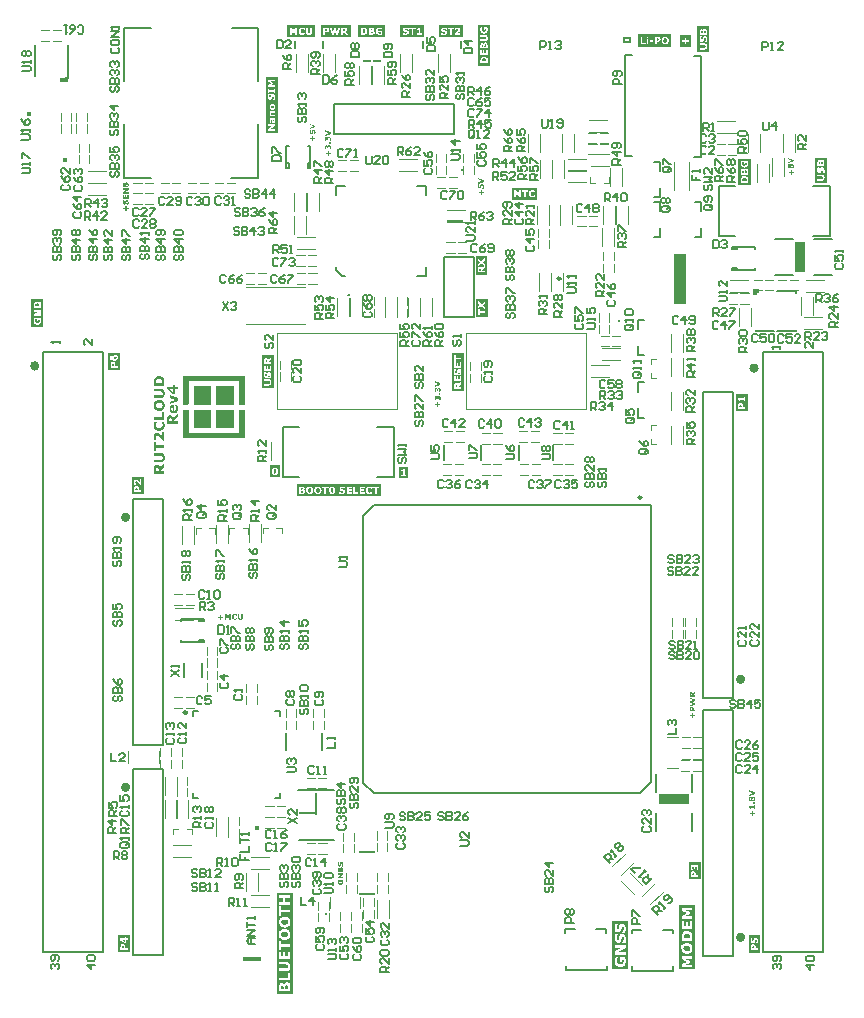
<source format=gto>
G04*
G04 #@! TF.GenerationSoftware,Altium Limited,Altium Designer,19.0.15 (446)*
G04*
G04 Layer_Color=65535*
%FSLAX44Y44*%
%MOMM*%
G71*
G01*
G75*
%ADD12C,0.1524*%
%ADD14C,0.2000*%
%ADD15C,0.2500*%
%ADD147C,0.2540*%
%ADD148C,0.3810*%
%ADD149C,0.1000*%
%ADD150C,0.1270*%
%ADD151R,1.6000X0.3500*%
%ADD152R,0.3000X0.3810*%
%ADD153R,1.4300X0.2300*%
%ADD154R,0.2000X1.8300*%
%ADD155R,1.0999X4.3500*%
%ADD156R,0.8890X2.5400*%
%ADD157R,0.8000X0.2000*%
%ADD158R,0.6000X0.3000*%
%ADD159R,0.3000X0.5000*%
%ADD160R,0.2540X0.2540*%
%ADD161R,0.4000X0.4000*%
%ADD162R,0.3000X0.4000*%
%ADD163R,0.7800X0.4400*%
%ADD164R,1.4600X0.1900*%
%ADD165R,2.5400X0.8890*%
%ADD166R,0.1900X1.4600*%
%ADD167R,0.2000X0.8000*%
G36*
X435779Y735839D02*
X420428D01*
Y751190D01*
X435779D01*
Y735839D01*
D02*
G37*
G36*
X416242D02*
X401170D01*
Y751190D01*
X416242D01*
Y735839D01*
D02*
G37*
G36*
X444710Y726908D02*
X392239D01*
Y751190D01*
X396984D01*
Y731653D01*
X439966D01*
Y751190D01*
X444710D01*
Y726908D01*
D02*
G37*
G36*
X444431Y779658D02*
X444710D01*
Y755656D01*
X444431D01*
Y755377D01*
X439966D01*
Y775193D01*
X396984D01*
Y755656D01*
X396705D01*
Y755377D01*
X392239D01*
Y779938D01*
X444431D01*
Y779658D01*
D02*
G37*
G36*
X435500Y770727D02*
X435779D01*
Y755656D01*
X435500D01*
Y755377D01*
X420428D01*
Y771006D01*
X435500D01*
Y770727D01*
D02*
G37*
G36*
X416242Y755377D02*
X401170D01*
Y771006D01*
X416242D01*
Y755377D01*
D02*
G37*
G36*
X629971Y766880D02*
X619767D01*
Y799061D01*
X629971D01*
Y766880D01*
D02*
G37*
G36*
X469110Y769540D02*
X458897D01*
Y797514D01*
X469110D01*
Y769540D01*
D02*
G37*
G36*
X649950Y881133D02*
Y865280D01*
X639978D01*
Y881133D01*
X649950D01*
D02*
G37*
G36*
X650160Y844882D02*
Y829260D01*
X640188D01*
Y844882D01*
X650160D01*
D02*
G37*
G36*
X692132Y928840D02*
X670750D01*
Y939053D01*
X692132D01*
Y928840D01*
D02*
G37*
G36*
X870220Y749900D02*
X860229D01*
Y764227D01*
X870220D01*
Y749900D01*
D02*
G37*
G36*
X830510Y353430D02*
X820297D01*
Y367979D01*
X830510D01*
Y353430D01*
D02*
G37*
G36*
X881171Y291530D02*
X871078D01*
Y306107D01*
X881171D01*
Y291530D01*
D02*
G37*
G36*
X347319Y291860D02*
X337328D01*
Y306649D01*
X347319D01*
Y291860D01*
D02*
G37*
G36*
X358870Y679490D02*
X348777D01*
Y694196D01*
X358870D01*
Y679490D01*
D02*
G37*
G36*
X339061Y799467D02*
Y784770D01*
X328847D01*
Y799467D01*
X339061D01*
D02*
G37*
G36*
X826080Y511095D02*
X824329Y509794D01*
Y509240D01*
X826080D01*
Y508005D01*
X821305D01*
Y510215D01*
X821313Y510319D01*
X821320Y510430D01*
X821328Y510548D01*
X821342Y510674D01*
X821357Y510792D01*
Y510807D01*
X821365Y510844D01*
X821379Y510903D01*
X821402Y510984D01*
X821431Y511073D01*
X821468Y511169D01*
X821512Y511265D01*
X821564Y511368D01*
X821572Y511383D01*
X821594Y511413D01*
X821631Y511465D01*
X821675Y511524D01*
X821741Y511590D01*
X821808Y511664D01*
X821889Y511738D01*
X821985Y511797D01*
X822000Y511805D01*
X822030Y511819D01*
X822082Y511849D01*
X822155Y511879D01*
X822252Y511908D01*
X822362Y511938D01*
X822481Y511952D01*
X822621Y511960D01*
X822628D01*
X822643D01*
X822673D01*
X822710D01*
X822754Y511952D01*
X822806Y511945D01*
X822924Y511930D01*
X823064Y511901D01*
X823205Y511856D01*
X823353Y511790D01*
X823486Y511708D01*
X823501Y511694D01*
X823538Y511664D01*
X823604Y511605D01*
X823678Y511531D01*
X823767Y511435D01*
X823863Y511309D01*
X823951Y511176D01*
X824040Y511014D01*
X826080Y512610D01*
Y511095D01*
D02*
G37*
G36*
Y505899D02*
Y504539D01*
X822976Y503674D01*
X826080Y502846D01*
Y501479D01*
X821305Y500200D01*
Y501479D01*
X824595Y502218D01*
X821305Y503097D01*
Y504324D01*
X824595Y505167D01*
X821305Y505936D01*
Y507185D01*
X826080Y505899D01*
D02*
G37*
G36*
X822939Y499712D02*
X823020Y499705D01*
X823116Y499690D01*
X823220Y499668D01*
X823331Y499638D01*
X823449Y499601D01*
X823464Y499594D01*
X823501Y499579D01*
X823552Y499557D01*
X823626Y499520D01*
X823708Y499476D01*
X823789Y499424D01*
X823878Y499357D01*
X823959Y499283D01*
X823974Y499269D01*
X824003Y499232D01*
X824055Y499173D01*
X824114Y499099D01*
X824188Y499003D01*
X824255Y498892D01*
X824329Y498773D01*
X824388Y498641D01*
Y498633D01*
X824395Y498626D01*
X824402Y498604D01*
X824410Y498581D01*
X824432Y498500D01*
X824454Y498404D01*
X824484Y498278D01*
X824506Y498123D01*
X824521Y497953D01*
X824528Y497768D01*
Y497007D01*
X826080D01*
Y495773D01*
X821305D01*
Y497872D01*
X821313Y497961D01*
Y498064D01*
X821328Y498190D01*
X821342Y498315D01*
X821357Y498448D01*
X821387Y498567D01*
Y498581D01*
X821402Y498618D01*
X821424Y498677D01*
X821446Y498759D01*
X821483Y498840D01*
X821520Y498936D01*
X821572Y499032D01*
X821623Y499121D01*
X821631Y499136D01*
X821660Y499165D01*
X821697Y499217D01*
X821756Y499283D01*
X821830Y499357D01*
X821911Y499431D01*
X822008Y499498D01*
X822111Y499564D01*
X822126Y499572D01*
X822163Y499587D01*
X822229Y499616D01*
X822311Y499646D01*
X822414Y499668D01*
X822532Y499697D01*
X822673Y499712D01*
X822821Y499720D01*
X822835D01*
X822872D01*
X822939Y499712D01*
D02*
G37*
G36*
X824388Y492757D02*
X826088D01*
Y491877D01*
X824388D01*
Y490170D01*
X823523D01*
Y491877D01*
X821823D01*
Y492757D01*
X823523D01*
Y494464D01*
X824388D01*
Y492757D01*
D02*
G37*
G36*
X876390Y427115D02*
Y425740D01*
X871615Y423996D01*
Y425282D01*
X874986Y426442D01*
X871615Y427603D01*
Y428867D01*
X876390Y427115D01*
D02*
G37*
G36*
X875163Y423597D02*
X875222Y423589D01*
X875282Y423574D01*
X875429Y423538D01*
X875511Y423508D01*
X875592Y423471D01*
X875681Y423427D01*
X875769Y423375D01*
X875858Y423308D01*
X875939Y423234D01*
X876021Y423153D01*
X876102Y423057D01*
X876109Y423050D01*
X876117Y423035D01*
X876139Y422998D01*
X876161Y422961D01*
X876191Y422902D01*
X876228Y422835D01*
X876265Y422761D01*
X876301Y422673D01*
X876339Y422569D01*
X876376Y422458D01*
X876405Y422340D01*
X876442Y422207D01*
X876464Y422067D01*
X876486Y421911D01*
X876494Y421749D01*
X876501Y421579D01*
Y421446D01*
X876494Y421394D01*
X876486Y421268D01*
X876472Y421121D01*
X876457Y420973D01*
X876427Y420817D01*
X876390Y420670D01*
Y420662D01*
X876383Y420655D01*
X876368Y420611D01*
X876346Y420537D01*
X876316Y420448D01*
X876272Y420352D01*
X876220Y420248D01*
X876161Y420137D01*
X876095Y420041D01*
X876087Y420034D01*
X876058Y420005D01*
X876021Y419960D01*
X875969Y419908D01*
X875902Y419849D01*
X875828Y419783D01*
X875740Y419731D01*
X875651Y419679D01*
X875636Y419672D01*
X875607Y419664D01*
X875555Y419642D01*
X875489Y419627D01*
X875407Y419605D01*
X875311Y419583D01*
X875215Y419576D01*
X875104Y419568D01*
X875097D01*
X875089D01*
X875045D01*
X874978Y419583D01*
X874890Y419598D01*
X874794Y419620D01*
X874683Y419657D01*
X874579Y419709D01*
X874469Y419775D01*
X874454Y419783D01*
X874424Y419820D01*
X874365Y419871D01*
X874298Y419945D01*
X874225Y420041D01*
X874143Y420167D01*
X874062Y420322D01*
X873981Y420500D01*
X873966D01*
Y420492D01*
X873959Y420485D01*
X873944Y420463D01*
X873929Y420433D01*
X873892Y420359D01*
X873833Y420263D01*
X873766Y420167D01*
X873685Y420064D01*
X873589Y419967D01*
X873485Y419886D01*
X873471Y419879D01*
X873434Y419857D01*
X873375Y419827D01*
X873286Y419790D01*
X873190Y419753D01*
X873072Y419724D01*
X872939Y419701D01*
X872798Y419694D01*
X872791D01*
X872776D01*
X872746D01*
X872702Y419701D01*
X872658Y419709D01*
X872598Y419724D01*
X872473Y419761D01*
X872399Y419790D01*
X872325Y419820D01*
X872251Y419864D01*
X872170Y419916D01*
X872096Y419975D01*
X872014Y420049D01*
X871941Y420130D01*
X871874Y420219D01*
X871867Y420226D01*
X871859Y420241D01*
X871837Y420271D01*
X871815Y420315D01*
X871785Y420367D01*
X871756Y420433D01*
X871726Y420500D01*
X871689Y420588D01*
X871652Y420677D01*
X871623Y420781D01*
X871593Y420899D01*
X871564Y421017D01*
X871542Y421150D01*
X871519Y421283D01*
X871512Y421431D01*
X871505Y421586D01*
Y421675D01*
X871512Y421734D01*
Y421808D01*
X871519Y421897D01*
X871534Y421993D01*
X871549Y422096D01*
X871586Y422318D01*
X871645Y422547D01*
X871726Y422769D01*
X871778Y422880D01*
X871837Y422976D01*
Y422983D01*
X871852Y422998D01*
X871874Y423020D01*
X871896Y423057D01*
X871970Y423138D01*
X872066Y423234D01*
X872192Y423323D01*
X872347Y423405D01*
X872429Y423442D01*
X872517Y423464D01*
X872613Y423478D01*
X872717Y423486D01*
X872731D01*
X872776D01*
X872835Y423478D01*
X872916Y423456D01*
X873012Y423434D01*
X873116Y423397D01*
X873219Y423345D01*
X873323Y423271D01*
X873338Y423264D01*
X873367Y423234D01*
X873419Y423183D01*
X873478Y423109D01*
X873552Y423020D01*
X873626Y422909D01*
X873700Y422776D01*
X873774Y422621D01*
X873796D01*
Y422628D01*
X873803Y422643D01*
X873818Y422665D01*
X873833Y422702D01*
X873870Y422791D01*
X873929Y422902D01*
X874003Y423020D01*
X874091Y423138D01*
X874188Y423257D01*
X874306Y423360D01*
X874321Y423368D01*
X874365Y423397D01*
X874432Y423434D01*
X874520Y423486D01*
X874631Y423530D01*
X874757Y423567D01*
X874905Y423597D01*
X875060Y423604D01*
X875067D01*
X875089D01*
X875119D01*
X875163Y423597D01*
D02*
G37*
G36*
X876390Y417462D02*
X875126D01*
Y418659D01*
X876390D01*
Y417462D01*
D02*
G37*
G36*
Y413064D02*
X875555D01*
Y414069D01*
X873027D01*
Y413064D01*
X872251D01*
Y413204D01*
X872244Y413271D01*
Y413345D01*
X872229Y413500D01*
Y413507D01*
X872222Y413537D01*
X872214Y413574D01*
X872207Y413626D01*
X872177Y413744D01*
X872133Y413855D01*
X872125Y413862D01*
X872118Y413884D01*
X872103Y413914D01*
X872074Y413943D01*
X872014Y414025D01*
X871970Y414062D01*
X871926Y414099D01*
X871918Y414106D01*
X871904Y414114D01*
X871874Y414128D01*
X871837Y414143D01*
X871793Y414165D01*
X871734Y414180D01*
X871674Y414195D01*
X871601Y414202D01*
Y415267D01*
X875555D01*
Y416250D01*
X876390D01*
Y413064D01*
D02*
G37*
G36*
X874698Y409797D02*
X876398D01*
Y408917D01*
X874698D01*
Y407210D01*
X873833D01*
Y408917D01*
X872133D01*
Y409797D01*
X873833D01*
Y411504D01*
X874698D01*
Y409797D01*
D02*
G37*
G36*
X526606Y368341D02*
X526658D01*
X526717Y368334D01*
X526791Y368319D01*
X526865Y368297D01*
X526946Y368274D01*
X527042Y368238D01*
X527131Y368201D01*
X527227Y368149D01*
X527323Y368090D01*
X527419Y368023D01*
X527515Y367942D01*
X527604Y367846D01*
X527693Y367742D01*
X527700Y367735D01*
X527715Y367713D01*
X527730Y367683D01*
X527759Y367631D01*
X527796Y367572D01*
X527833Y367499D01*
X527870Y367410D01*
X527907Y367314D01*
X527952Y367203D01*
X527989Y367085D01*
X528026Y366951D01*
X528062Y366804D01*
X528092Y366648D01*
X528107Y366478D01*
X528121Y366301D01*
X528129Y366116D01*
Y365968D01*
X528121Y365909D01*
X528114Y365769D01*
X528107Y365606D01*
X528085Y365429D01*
X528062Y365252D01*
X528026Y365081D01*
Y365074D01*
X528018Y365059D01*
Y365037D01*
X528003Y365008D01*
X527981Y364926D01*
X527952Y364815D01*
X527915Y364690D01*
X527870Y364549D01*
X527767Y364261D01*
X526614D01*
Y364402D01*
X526628Y364409D01*
X526643Y364431D01*
X526665Y364461D01*
X526717Y364542D01*
X526791Y364645D01*
X526865Y364771D01*
X526946Y364919D01*
X527020Y365081D01*
X527087Y365252D01*
Y365259D01*
X527094Y365274D01*
X527102Y365296D01*
X527109Y365333D01*
X527124Y365377D01*
X527138Y365421D01*
X527168Y365540D01*
X527198Y365680D01*
X527227Y365835D01*
X527242Y365998D01*
X527249Y366161D01*
Y366242D01*
X527242Y366279D01*
Y366390D01*
X527235Y366456D01*
Y366464D01*
X527227Y366486D01*
Y366523D01*
X527220Y366567D01*
X527198Y366663D01*
X527168Y366759D01*
Y366767D01*
X527161Y366782D01*
X527146Y366811D01*
X527124Y366841D01*
X527079Y366914D01*
X527020Y366988D01*
X527013Y366996D01*
X527005Y367003D01*
X526983Y367018D01*
X526954Y367040D01*
X526917Y367055D01*
X526872Y367070D01*
X526821Y367077D01*
X526762Y367085D01*
X526754D01*
X526732D01*
X526710Y367077D01*
X526673Y367070D01*
X526628Y367048D01*
X526584Y367025D01*
X526540Y366988D01*
X526495Y366944D01*
X526488Y366937D01*
X526473Y366922D01*
X526451Y366892D01*
X526429Y366848D01*
X526399Y366789D01*
X526370Y366730D01*
X526340Y366648D01*
X526318Y366560D01*
Y366545D01*
X526303Y366515D01*
X526296Y366456D01*
X526281Y366382D01*
X526259Y366301D01*
X526237Y366205D01*
X526222Y366094D01*
X526200Y365983D01*
Y365968D01*
X526192Y365932D01*
X526178Y365872D01*
X526155Y365806D01*
X526141Y365717D01*
X526111Y365621D01*
X526052Y365421D01*
Y365414D01*
X526045Y365392D01*
X526030Y365362D01*
X526015Y365325D01*
X526000Y365274D01*
X525971Y365215D01*
X525911Y365089D01*
X525838Y364941D01*
X525749Y364801D01*
X525645Y364660D01*
X525586Y364601D01*
X525527Y364549D01*
X525520D01*
X525512Y364542D01*
X525490Y364527D01*
X525468Y364512D01*
X525394Y364468D01*
X525291Y364424D01*
X525172Y364372D01*
X525025Y364335D01*
X524862Y364305D01*
X524684Y364291D01*
X524677D01*
X524655D01*
X524618Y364298D01*
X524574D01*
X524515Y364305D01*
X524448Y364320D01*
X524381Y364342D01*
X524300Y364365D01*
X524212Y364394D01*
X524130Y364438D01*
X524034Y364483D01*
X523945Y364542D01*
X523857Y364608D01*
X523768Y364690D01*
X523679Y364778D01*
X523598Y364882D01*
X523591Y364889D01*
X523576Y364911D01*
X523561Y364941D01*
X523531Y364993D01*
X523502Y365052D01*
X523465Y365118D01*
X523421Y365207D01*
X523384Y365303D01*
X523347Y365407D01*
X523302Y365525D01*
X523265Y365651D01*
X523236Y365784D01*
X523206Y365932D01*
X523184Y366087D01*
X523177Y366257D01*
X523169Y366427D01*
Y366552D01*
X523177Y366597D01*
X523184Y366715D01*
X523191Y366855D01*
X523206Y367011D01*
X523236Y367181D01*
X523265Y367351D01*
Y367358D01*
X523273Y367373D01*
Y367395D01*
X523280Y367432D01*
X523288Y367469D01*
X523302Y367513D01*
X523325Y367624D01*
X523362Y367750D01*
X523398Y367890D01*
X523443Y368023D01*
X523494Y368156D01*
X524589D01*
Y368023D01*
X524581Y368008D01*
X524552Y367971D01*
X524507Y367912D01*
X524455Y367824D01*
X524396Y367720D01*
X524330Y367602D01*
X524263Y367469D01*
X524204Y367314D01*
Y367306D01*
X524197Y367291D01*
X524189Y367269D01*
X524182Y367240D01*
X524167Y367203D01*
X524152Y367158D01*
X524123Y367048D01*
X524101Y366922D01*
X524071Y366774D01*
X524056Y366619D01*
X524049Y366456D01*
Y366360D01*
X524056Y366257D01*
X524071Y366146D01*
Y366138D01*
X524078Y366124D01*
Y366094D01*
X524086Y366057D01*
X524115Y365961D01*
X524152Y365858D01*
Y365850D01*
X524160Y365835D01*
X524174Y365813D01*
X524189Y365784D01*
X524234Y365717D01*
X524300Y365643D01*
X524308D01*
X524315Y365628D01*
X524337Y365614D01*
X524367Y365599D01*
X524433Y365569D01*
X524478Y365562D01*
X524522Y365555D01*
X524529D01*
X524552D01*
X524589Y365562D01*
X524633Y365569D01*
X524677Y365592D01*
X524729Y365614D01*
X524773Y365651D01*
X524818Y365695D01*
X524825Y365702D01*
X524832Y365724D01*
X524855Y365761D01*
X524877Y365821D01*
X524906Y365895D01*
X524936Y365991D01*
X524965Y366101D01*
X524995Y366242D01*
Y366257D01*
X525002Y366286D01*
X525017Y366338D01*
X525032Y366404D01*
X525047Y366478D01*
X525069Y366567D01*
X525106Y366744D01*
Y366759D01*
X525113Y366789D01*
X525128Y366833D01*
X525143Y366900D01*
X525165Y366981D01*
X525187Y367070D01*
X525217Y367166D01*
X525246Y367269D01*
Y367277D01*
X525254Y367291D01*
X525261Y367321D01*
X525276Y367358D01*
X525298Y367402D01*
X525320Y367462D01*
X525372Y367580D01*
X525446Y367713D01*
X525527Y367846D01*
X525623Y367971D01*
X525734Y368082D01*
X525749Y368097D01*
X525793Y368127D01*
X525860Y368164D01*
X525948Y368215D01*
X526067Y368267D01*
X526207Y368304D01*
X526362Y368334D01*
X526540Y368349D01*
X526547D01*
X526569D01*
X526606Y368341D01*
D02*
G37*
G36*
Y363670D02*
X526658D01*
X526717Y363662D01*
X526791Y363647D01*
X526865Y363625D01*
X526946Y363603D01*
X527042Y363566D01*
X527131Y363529D01*
X527227Y363478D01*
X527323Y363418D01*
X527419Y363352D01*
X527515Y363271D01*
X527604Y363175D01*
X527693Y363071D01*
X527700Y363064D01*
X527715Y363041D01*
X527730Y363012D01*
X527759Y362960D01*
X527796Y362901D01*
X527833Y362827D01*
X527870Y362738D01*
X527907Y362642D01*
X527952Y362531D01*
X527989Y362413D01*
X528026Y362280D01*
X528062Y362132D01*
X528092Y361977D01*
X528107Y361807D01*
X528121Y361630D01*
X528129Y361445D01*
Y361297D01*
X528121Y361238D01*
X528114Y361097D01*
X528107Y360935D01*
X528085Y360757D01*
X528062Y360580D01*
X528026Y360410D01*
Y360403D01*
X528018Y360388D01*
Y360366D01*
X528003Y360336D01*
X527981Y360255D01*
X527952Y360144D01*
X527915Y360018D01*
X527870Y359878D01*
X527767Y359590D01*
X526614D01*
Y359730D01*
X526628Y359738D01*
X526643Y359760D01*
X526665Y359789D01*
X526717Y359870D01*
X526791Y359974D01*
X526865Y360100D01*
X526946Y360247D01*
X527020Y360410D01*
X527087Y360580D01*
Y360588D01*
X527094Y360602D01*
X527102Y360625D01*
X527109Y360661D01*
X527124Y360706D01*
X527138Y360750D01*
X527168Y360868D01*
X527198Y361009D01*
X527227Y361164D01*
X527242Y361327D01*
X527249Y361489D01*
Y361571D01*
X527242Y361608D01*
Y361718D01*
X527235Y361785D01*
Y361792D01*
X527227Y361814D01*
Y361851D01*
X527220Y361896D01*
X527198Y361992D01*
X527168Y362088D01*
Y362095D01*
X527161Y362110D01*
X527146Y362140D01*
X527124Y362169D01*
X527079Y362243D01*
X527020Y362317D01*
X527013Y362324D01*
X527005Y362332D01*
X526983Y362347D01*
X526954Y362369D01*
X526917Y362384D01*
X526872Y362398D01*
X526821Y362406D01*
X526762Y362413D01*
X526754D01*
X526732D01*
X526710Y362406D01*
X526673Y362398D01*
X526628Y362376D01*
X526584Y362354D01*
X526540Y362317D01*
X526495Y362273D01*
X526488Y362265D01*
X526473Y362251D01*
X526451Y362221D01*
X526429Y362177D01*
X526399Y362118D01*
X526370Y362058D01*
X526340Y361977D01*
X526318Y361888D01*
Y361874D01*
X526303Y361844D01*
X526296Y361785D01*
X526281Y361711D01*
X526259Y361630D01*
X526237Y361534D01*
X526222Y361423D01*
X526200Y361312D01*
Y361297D01*
X526192Y361260D01*
X526178Y361201D01*
X526155Y361134D01*
X526141Y361046D01*
X526111Y360950D01*
X526052Y360750D01*
Y360743D01*
X526045Y360720D01*
X526030Y360691D01*
X526015Y360654D01*
X526000Y360602D01*
X525971Y360543D01*
X525911Y360418D01*
X525838Y360270D01*
X525749Y360129D01*
X525645Y359989D01*
X525586Y359930D01*
X525527Y359878D01*
X525520D01*
X525512Y359870D01*
X525490Y359856D01*
X525468Y359841D01*
X525394Y359797D01*
X525291Y359752D01*
X525172Y359701D01*
X525025Y359664D01*
X524862Y359634D01*
X524684Y359619D01*
X524677D01*
X524655D01*
X524618Y359627D01*
X524574D01*
X524515Y359634D01*
X524448Y359649D01*
X524381Y359671D01*
X524300Y359693D01*
X524212Y359723D01*
X524130Y359767D01*
X524034Y359811D01*
X523945Y359870D01*
X523857Y359937D01*
X523768Y360018D01*
X523679Y360107D01*
X523598Y360210D01*
X523591Y360218D01*
X523576Y360240D01*
X523561Y360270D01*
X523531Y360321D01*
X523502Y360381D01*
X523465Y360447D01*
X523421Y360536D01*
X523384Y360632D01*
X523347Y360735D01*
X523302Y360854D01*
X523265Y360979D01*
X523236Y361112D01*
X523206Y361260D01*
X523184Y361415D01*
X523177Y361585D01*
X523169Y361755D01*
Y361881D01*
X523177Y361925D01*
X523184Y362044D01*
X523191Y362184D01*
X523206Y362339D01*
X523236Y362509D01*
X523265Y362679D01*
Y362687D01*
X523273Y362701D01*
Y362724D01*
X523280Y362761D01*
X523288Y362798D01*
X523302Y362842D01*
X523325Y362953D01*
X523362Y363078D01*
X523398Y363219D01*
X523443Y363352D01*
X523494Y363485D01*
X524589D01*
Y363352D01*
X524581Y363337D01*
X524552Y363300D01*
X524507Y363241D01*
X524455Y363152D01*
X524396Y363049D01*
X524330Y362931D01*
X524263Y362798D01*
X524204Y362642D01*
Y362635D01*
X524197Y362620D01*
X524189Y362598D01*
X524182Y362568D01*
X524167Y362531D01*
X524152Y362487D01*
X524123Y362376D01*
X524101Y362251D01*
X524071Y362103D01*
X524056Y361948D01*
X524049Y361785D01*
Y361689D01*
X524056Y361585D01*
X524071Y361474D01*
Y361467D01*
X524078Y361452D01*
Y361423D01*
X524086Y361386D01*
X524115Y361290D01*
X524152Y361186D01*
Y361179D01*
X524160Y361164D01*
X524174Y361142D01*
X524189Y361112D01*
X524234Y361046D01*
X524300Y360972D01*
X524308D01*
X524315Y360957D01*
X524337Y360942D01*
X524367Y360928D01*
X524433Y360898D01*
X524478Y360891D01*
X524522Y360883D01*
X524529D01*
X524552D01*
X524589Y360891D01*
X524633Y360898D01*
X524677Y360920D01*
X524729Y360942D01*
X524773Y360979D01*
X524818Y361024D01*
X524825Y361031D01*
X524832Y361053D01*
X524855Y361090D01*
X524877Y361149D01*
X524906Y361223D01*
X524936Y361319D01*
X524965Y361430D01*
X524995Y361571D01*
Y361585D01*
X525002Y361615D01*
X525017Y361667D01*
X525032Y361733D01*
X525047Y361807D01*
X525069Y361896D01*
X525106Y362073D01*
Y362088D01*
X525113Y362118D01*
X525128Y362162D01*
X525143Y362228D01*
X525165Y362310D01*
X525187Y362398D01*
X525217Y362495D01*
X525246Y362598D01*
Y362605D01*
X525254Y362620D01*
X525261Y362650D01*
X525276Y362687D01*
X525298Y362731D01*
X525320Y362790D01*
X525372Y362908D01*
X525446Y363041D01*
X525527Y363175D01*
X525623Y363300D01*
X525734Y363411D01*
X525749Y363426D01*
X525793Y363455D01*
X525860Y363492D01*
X525948Y363544D01*
X526067Y363596D01*
X526207Y363633D01*
X526362Y363662D01*
X526540Y363677D01*
X526547D01*
X526569D01*
X526606Y363670D01*
D02*
G37*
G36*
X528040Y357446D02*
X524766Y355414D01*
X528040D01*
Y354283D01*
X523265D01*
Y355754D01*
X526008Y357505D01*
X523265D01*
Y358636D01*
X528040D01*
Y357446D01*
D02*
G37*
G36*
X527774Y353167D02*
X527789Y353122D01*
X527811Y353048D01*
X527848Y352952D01*
X527885Y352826D01*
X527922Y352686D01*
X527974Y352516D01*
X528018Y352324D01*
Y352317D01*
X528026Y352302D01*
Y352272D01*
X528033Y352235D01*
X528048Y352183D01*
X528055Y352132D01*
X528062Y352065D01*
X528077Y351999D01*
X528099Y351836D01*
X528114Y351659D01*
X528129Y351474D01*
X528136Y351274D01*
Y351223D01*
X528129Y351156D01*
Y351075D01*
X528114Y350971D01*
X528099Y350853D01*
X528085Y350720D01*
X528055Y350579D01*
X528018Y350432D01*
X527974Y350276D01*
X527922Y350114D01*
X527855Y349959D01*
X527781Y349796D01*
X527693Y349648D01*
X527597Y349500D01*
X527478Y349367D01*
X527471Y349360D01*
X527449Y349338D01*
X527412Y349301D01*
X527353Y349264D01*
X527286Y349205D01*
X527205Y349153D01*
X527109Y349086D01*
X526998Y349027D01*
X526872Y348961D01*
X526739Y348894D01*
X526591Y348843D01*
X526422Y348791D01*
X526251Y348746D01*
X526059Y348709D01*
X525860Y348687D01*
X525645Y348680D01*
X525631D01*
X525594D01*
X525542Y348687D01*
X525461Y348695D01*
X525365Y348702D01*
X525261Y348717D01*
X525135Y348739D01*
X525002Y348769D01*
X524869Y348806D01*
X524721Y348850D01*
X524574Y348909D01*
X524426Y348976D01*
X524271Y349049D01*
X524130Y349146D01*
X523990Y349249D01*
X523857Y349375D01*
X523849Y349382D01*
X523827Y349404D01*
X523790Y349449D01*
X523746Y349500D01*
X523694Y349574D01*
X523642Y349663D01*
X523576Y349759D01*
X523509Y349877D01*
X523450Y350010D01*
X523384Y350151D01*
X523332Y350313D01*
X523273Y350483D01*
X523236Y350668D01*
X523199Y350875D01*
X523177Y351082D01*
X523169Y351311D01*
Y351437D01*
X523177Y351481D01*
Y351600D01*
X523191Y351740D01*
X523206Y351888D01*
X523228Y352043D01*
X523258Y352206D01*
Y352213D01*
X523265Y352228D01*
Y352250D01*
X523273Y352280D01*
X523288Y352324D01*
X523302Y352368D01*
X523332Y352486D01*
X523376Y352627D01*
X523435Y352790D01*
X523509Y352967D01*
X523598Y353159D01*
X524714D01*
Y353011D01*
X524699Y353004D01*
X524684Y352982D01*
X524662Y352952D01*
X524640Y352915D01*
X524611Y352871D01*
X524574Y352812D01*
X524529Y352753D01*
X524522Y352745D01*
X524507Y352723D01*
X524485Y352693D01*
X524455Y352649D01*
X524418Y352597D01*
X524389Y352538D01*
X524315Y352420D01*
X524308Y352413D01*
X524300Y352390D01*
X524278Y352346D01*
X524256Y352294D01*
X524226Y352235D01*
X524197Y352161D01*
X524167Y352073D01*
X524138Y351984D01*
Y351977D01*
X524123Y351940D01*
X524115Y351895D01*
X524101Y351829D01*
X524086Y351747D01*
X524078Y351659D01*
X524064Y351563D01*
Y351407D01*
X524071Y351341D01*
X524078Y351267D01*
X524086Y351171D01*
X524101Y351075D01*
X524130Y350971D01*
X524160Y350868D01*
X524167Y350853D01*
X524174Y350824D01*
X524204Y350772D01*
X524234Y350705D01*
X524271Y350631D01*
X524322Y350550D01*
X524381Y350469D01*
X524455Y350387D01*
X524463Y350380D01*
X524492Y350358D01*
X524529Y350321D01*
X524589Y350276D01*
X524662Y350225D01*
X524744Y350173D01*
X524840Y350114D01*
X524951Y350070D01*
X524965Y350062D01*
X525002Y350055D01*
X525061Y350033D01*
X525143Y350018D01*
X525246Y349996D01*
X525365Y349973D01*
X525490Y349966D01*
X525631Y349959D01*
X525638D01*
X525668D01*
X525705D01*
X525764Y349966D01*
X525830Y349973D01*
X525904Y349981D01*
X525985Y349996D01*
X526082Y350010D01*
X526274Y350062D01*
X526473Y350136D01*
X526577Y350180D01*
X526673Y350239D01*
X526762Y350299D01*
X526843Y350373D01*
X526850Y350380D01*
X526858Y350395D01*
X526880Y350417D01*
X526909Y350454D01*
X526939Y350498D01*
X526976Y350550D01*
X527013Y350616D01*
X527050Y350683D01*
X527087Y350772D01*
X527124Y350860D01*
X527161Y350964D01*
X527190Y351075D01*
X527220Y351193D01*
X527242Y351326D01*
X527249Y351466D01*
X527257Y351614D01*
Y351873D01*
X527249Y351932D01*
X526311D01*
Y350979D01*
X525409D01*
Y353181D01*
X527767D01*
X527774Y353167D01*
D02*
G37*
G36*
X436347Y578233D02*
X436428D01*
X436524Y578226D01*
X436709Y578204D01*
X436724D01*
X436754Y578196D01*
X436798Y578189D01*
X436857Y578182D01*
X436923Y578167D01*
X436997Y578152D01*
X437153Y578115D01*
X437160D01*
X437190Y578108D01*
X437226Y578093D01*
X437286Y578078D01*
X437345Y578056D01*
X437411Y578034D01*
X437544Y577975D01*
X437552D01*
X437574Y577960D01*
X437611Y577945D01*
X437648Y577930D01*
X437751Y577886D01*
X437855Y577842D01*
Y576681D01*
X437700D01*
X437692Y576696D01*
X437670Y576711D01*
X437648Y576733D01*
X437574Y576785D01*
X437478Y576859D01*
X437470Y576866D01*
X437456Y576881D01*
X437426Y576896D01*
X437389Y576925D01*
X437345Y576955D01*
X437293Y576992D01*
X437175Y577066D01*
X437167Y577073D01*
X437145Y577080D01*
X437108Y577103D01*
X437064Y577125D01*
X437005Y577154D01*
X436938Y577184D01*
X436790Y577243D01*
X436783D01*
X436754Y577258D01*
X436716Y577265D01*
X436665Y577280D01*
X436598Y577295D01*
X436524Y577302D01*
X436354Y577317D01*
X436310D01*
X436258Y577310D01*
X436199D01*
X436118Y577295D01*
X436036Y577280D01*
X435948Y577258D01*
X435859Y577228D01*
X435852D01*
X435822Y577214D01*
X435778Y577191D01*
X435719Y577162D01*
X435652Y577125D01*
X435578Y577080D01*
X435504Y577029D01*
X435430Y576962D01*
X435423Y576955D01*
X435401Y576925D01*
X435364Y576888D01*
X435320Y576829D01*
X435268Y576763D01*
X435216Y576681D01*
X435164Y576585D01*
X435120Y576474D01*
X435113Y576460D01*
X435105Y576423D01*
X435083Y576356D01*
X435068Y576275D01*
X435046Y576164D01*
X435024Y576038D01*
X435017Y575898D01*
X435009Y575743D01*
Y575735D01*
Y575720D01*
Y575698D01*
Y575669D01*
X435017Y575587D01*
X435024Y575484D01*
X435039Y575366D01*
X435061Y575240D01*
X435090Y575114D01*
X435135Y574996D01*
X435142Y574981D01*
X435157Y574944D01*
X435187Y574893D01*
X435224Y574826D01*
X435268Y574745D01*
X435320Y574671D01*
X435386Y574590D01*
X435453Y574523D01*
X435460Y574516D01*
X435490Y574493D01*
X435527Y574464D01*
X435578Y574427D01*
X435645Y574383D01*
X435711Y574346D01*
X435793Y574301D01*
X435881Y574272D01*
X435896D01*
X435926Y574257D01*
X435970Y574249D01*
X436036Y574235D01*
X436103Y574220D01*
X436184Y574213D01*
X436362Y574198D01*
X436399D01*
X436443Y574205D01*
X436502D01*
X436569Y574213D01*
X436643Y574227D01*
X436805Y574264D01*
X436813D01*
X436842Y574279D01*
X436886Y574294D01*
X436938Y574309D01*
X437005Y574338D01*
X437071Y574368D01*
X437212Y574442D01*
X437219Y574449D01*
X437241Y574456D01*
X437271Y574479D01*
X437308Y574501D01*
X437397Y574567D01*
X437500Y574641D01*
X437507Y574649D01*
X437522Y574656D01*
X437544Y574678D01*
X437581Y574700D01*
X437648Y574759D01*
X437722Y574826D01*
X437855D01*
Y573680D01*
X437847D01*
X437825Y573666D01*
X437788Y573651D01*
X437744Y573629D01*
X437692Y573606D01*
X437633Y573584D01*
X437507Y573525D01*
X437500D01*
X437478Y573518D01*
X437448Y573503D01*
X437404Y573488D01*
X437352Y573466D01*
X437293Y573444D01*
X437167Y573407D01*
X437160D01*
X437130Y573400D01*
X437079Y573385D01*
X437027Y573370D01*
X436953Y573355D01*
X436879Y573340D01*
X436724Y573311D01*
X436716D01*
X436687Y573303D01*
X436643Y573296D01*
X436576D01*
X436502Y573289D01*
X436406Y573281D01*
X436288Y573274D01*
X436073D01*
X436022Y573281D01*
X435970D01*
X435837Y573296D01*
X435689Y573311D01*
X435527Y573340D01*
X435349Y573377D01*
X435179Y573429D01*
X435172D01*
X435157Y573437D01*
X435135Y573444D01*
X435105Y573459D01*
X435017Y573496D01*
X434913Y573547D01*
X434795Y573614D01*
X434662Y573688D01*
X434529Y573784D01*
X434403Y573895D01*
Y573902D01*
X434388Y573909D01*
X434351Y573954D01*
X434292Y574020D01*
X434226Y574109D01*
X434144Y574220D01*
X434063Y574353D01*
X433982Y574501D01*
X433908Y574671D01*
Y574678D01*
X433900Y574693D01*
X433893Y574715D01*
X433878Y574752D01*
X433863Y574796D01*
X433849Y574848D01*
X433834Y574915D01*
X433819Y574981D01*
X433789Y575136D01*
X433760Y575321D01*
X433738Y575528D01*
X433730Y575750D01*
Y575757D01*
Y575772D01*
Y575809D01*
Y575846D01*
X433738Y575898D01*
Y575957D01*
X433753Y576090D01*
X433767Y576253D01*
X433797Y576423D01*
X433841Y576600D01*
X433893Y576777D01*
Y576785D01*
X433900Y576800D01*
X433908Y576822D01*
X433923Y576859D01*
X433945Y576896D01*
X433967Y576940D01*
X434019Y577051D01*
X434085Y577177D01*
X434174Y577310D01*
X434277Y577443D01*
X434388Y577576D01*
X434396Y577583D01*
X434403Y577590D01*
X434447Y577627D01*
X434514Y577687D01*
X434603Y577753D01*
X434714Y577834D01*
X434846Y577916D01*
X434994Y577997D01*
X435157Y578064D01*
X435164D01*
X435179Y578071D01*
X435201Y578078D01*
X435238Y578093D01*
X435283Y578108D01*
X435334Y578123D01*
X435393Y578137D01*
X435460Y578152D01*
X435608Y578182D01*
X435778Y578211D01*
X435963Y578233D01*
X436162Y578241D01*
X436273D01*
X436347Y578233D01*
D02*
G37*
G36*
X432792Y573370D02*
X431557D01*
Y576563D01*
X430670Y574493D01*
X429813D01*
X428933Y576563D01*
Y573370D01*
X427773D01*
Y578145D01*
X429199D01*
X430279Y575750D01*
X431350Y578145D01*
X432792D01*
Y573370D01*
D02*
G37*
G36*
X442948Y575099D02*
Y575092D01*
Y575063D01*
Y575018D01*
X442940Y574952D01*
X442933Y574878D01*
X442918Y574796D01*
X442903Y574700D01*
X442881Y574597D01*
X442851Y574486D01*
X442814Y574375D01*
X442770Y574264D01*
X442718Y574153D01*
X442652Y574043D01*
X442578Y573932D01*
X442497Y573836D01*
X442401Y573740D01*
X442393Y573732D01*
X442378Y573717D01*
X442341Y573695D01*
X442297Y573666D01*
X442245Y573629D01*
X442171Y573592D01*
X442090Y573547D01*
X442001Y573510D01*
X441890Y573466D01*
X441772Y573422D01*
X441647Y573385D01*
X441506Y573348D01*
X441351Y573318D01*
X441181Y573296D01*
X441003Y573281D01*
X440811Y573274D01*
X440708D01*
X440641Y573281D01*
X440553Y573289D01*
X440449Y573296D01*
X440338Y573311D01*
X440220Y573333D01*
X439961Y573385D01*
X439828Y573429D01*
X439695Y573473D01*
X439570Y573525D01*
X439444Y573584D01*
X439326Y573658D01*
X439222Y573740D01*
X439215Y573747D01*
X439200Y573762D01*
X439170Y573791D01*
X439141Y573828D01*
X439097Y573880D01*
X439052Y573939D01*
X439008Y574006D01*
X438956Y574087D01*
X438904Y574176D01*
X438860Y574279D01*
X438816Y574390D01*
X438771Y574508D01*
X438742Y574641D01*
X438712Y574782D01*
X438697Y574930D01*
X438690Y575092D01*
Y578145D01*
X439924D01*
Y575166D01*
Y575159D01*
Y575144D01*
Y575122D01*
Y575085D01*
X439939Y574996D01*
X439954Y574885D01*
X439976Y574759D01*
X440013Y574641D01*
X440065Y574523D01*
X440131Y574420D01*
X440139Y574412D01*
X440168Y574383D01*
X440220Y574346D01*
X440294Y574301D01*
X440390Y574257D01*
X440508Y574220D01*
X440649Y574190D01*
X440811Y574183D01*
X440856D01*
X440885Y574190D01*
X440967Y574198D01*
X441070Y574213D01*
X441181Y574242D01*
X441292Y574279D01*
X441403Y574338D01*
X441491Y574412D01*
X441499Y574427D01*
X441528Y574456D01*
X441565Y574516D01*
X441602Y574597D01*
X441647Y574700D01*
X441676Y574833D01*
X441706Y574989D01*
X441713Y575166D01*
Y578145D01*
X442948D01*
Y575099D01*
D02*
G37*
G36*
X424757Y575927D02*
X426465D01*
Y575063D01*
X424757D01*
Y573363D01*
X423878D01*
Y575063D01*
X422170D01*
Y575927D01*
X423878D01*
Y577627D01*
X424757D01*
Y575927D01*
D02*
G37*
G36*
X909630Y962761D02*
Y961386D01*
X904855Y959642D01*
Y960928D01*
X908226Y962088D01*
X904855Y963249D01*
Y964513D01*
X909630Y962761D01*
D02*
G37*
G36*
X908152Y959132D02*
X908241Y959124D01*
X908352Y959102D01*
X908462Y959080D01*
X908588Y959043D01*
X908706Y958999D01*
X908721Y958991D01*
X908758Y958977D01*
X908817Y958940D01*
X908891Y958895D01*
X908980Y958836D01*
X909069Y958770D01*
X909165Y958688D01*
X909253Y958592D01*
X909261Y958577D01*
X909290Y958540D01*
X909335Y958481D01*
X909386Y958400D01*
X909445Y958297D01*
X909512Y958178D01*
X909564Y958053D01*
X909615Y957912D01*
Y957905D01*
X909623Y957897D01*
Y957875D01*
X909630Y957846D01*
X909638Y957809D01*
X909652Y957764D01*
X909667Y957661D01*
X909689Y957528D01*
X909712Y957380D01*
X909719Y957210D01*
X909726Y957033D01*
Y956937D01*
X909719Y956892D01*
Y956833D01*
X909712Y956700D01*
X909697Y956545D01*
X909682Y956382D01*
X909660Y956220D01*
X909630Y956064D01*
Y956057D01*
X909623Y956050D01*
Y956027D01*
X909615Y955998D01*
X909601Y955924D01*
X909578Y955835D01*
X909549Y955732D01*
X909512Y955628D01*
X909475Y955517D01*
X909438Y955421D01*
X908381D01*
Y955554D01*
X908389Y955569D01*
X908411Y955606D01*
X908440Y955665D01*
X908485Y955739D01*
X908529Y955835D01*
X908581Y955939D01*
X908632Y956057D01*
X908677Y956183D01*
Y956190D01*
X908684Y956197D01*
X908691Y956242D01*
X908714Y956308D01*
X908728Y956397D01*
X908751Y956493D01*
X908773Y956611D01*
X908780Y956730D01*
X908788Y956855D01*
Y956937D01*
X908780Y956988D01*
Y957055D01*
X908765Y957129D01*
X908743Y957299D01*
Y957306D01*
X908736Y957336D01*
X908721Y957380D01*
X908706Y957432D01*
X908655Y957557D01*
X908625Y957617D01*
X908581Y957668D01*
X908573Y957676D01*
X908566Y957691D01*
X908514Y957735D01*
X908455Y957787D01*
X908381Y957838D01*
X908374D01*
X908359Y957846D01*
X908337Y957860D01*
X908300Y957868D01*
X908255Y957883D01*
X908204Y957890D01*
X908137Y957897D01*
X908063D01*
X908056D01*
X908034D01*
X908004Y957890D01*
X907960D01*
X907871Y957860D01*
X907819Y957846D01*
X907775Y957816D01*
X907768D01*
X907753Y957801D01*
X907709Y957764D01*
X907642Y957705D01*
X907583Y957624D01*
X907575Y957617D01*
X907568Y957594D01*
X907546Y957557D01*
X907524Y957506D01*
X907502Y957447D01*
X907479Y957373D01*
X907457Y957291D01*
X907442Y957203D01*
Y957195D01*
X907435Y957158D01*
X907428Y957114D01*
X907420Y957055D01*
Y956988D01*
X907413Y956914D01*
X907405Y956759D01*
Y956656D01*
X907413Y956582D01*
X907420Y956500D01*
X907428Y956404D01*
X907457Y956205D01*
Y956190D01*
X907465Y956161D01*
X907472Y956109D01*
X907487Y956050D01*
X907502Y955976D01*
X907516Y955894D01*
X907553Y955739D01*
Y955599D01*
X904855D01*
Y958999D01*
X905772D01*
Y956759D01*
X906555D01*
Y956796D01*
X906548Y956826D01*
Y956900D01*
X906541Y957003D01*
Y957062D01*
X906533Y957099D01*
Y957343D01*
X906541Y957417D01*
Y957513D01*
X906555Y957624D01*
X906570Y957735D01*
X906585Y957860D01*
X906615Y957979D01*
Y957993D01*
X906629Y958030D01*
X906644Y958090D01*
X906666Y958164D01*
X906696Y958245D01*
X906733Y958341D01*
X906777Y958430D01*
X906822Y958518D01*
X906829Y958533D01*
X906851Y958563D01*
X906895Y958622D01*
X906947Y958681D01*
X907014Y958755D01*
X907095Y958829D01*
X907184Y958903D01*
X907287Y958969D01*
X907302Y958977D01*
X907339Y958999D01*
X907398Y959021D01*
X907487Y959058D01*
X907590Y959088D01*
X907716Y959110D01*
X907856Y959132D01*
X908019Y959139D01*
X908026D01*
X908034D01*
X908056D01*
X908078D01*
X908152Y959132D01*
D02*
G37*
G36*
X907938Y952487D02*
X909638D01*
Y951607D01*
X907938D01*
Y949900D01*
X907073D01*
Y951607D01*
X905373D01*
Y952487D01*
X907073D01*
Y954194D01*
X907938D01*
Y952487D01*
D02*
G37*
G36*
X646990Y945681D02*
Y944306D01*
X642215Y942562D01*
Y943848D01*
X645586Y945008D01*
X642215Y946169D01*
Y947433D01*
X646990Y945681D01*
D02*
G37*
G36*
X645512Y942052D02*
X645601Y942044D01*
X645712Y942022D01*
X645822Y942000D01*
X645948Y941963D01*
X646066Y941919D01*
X646081Y941911D01*
X646118Y941897D01*
X646177Y941860D01*
X646251Y941815D01*
X646340Y941756D01*
X646429Y941690D01*
X646525Y941608D01*
X646613Y941512D01*
X646621Y941497D01*
X646650Y941460D01*
X646695Y941401D01*
X646746Y941320D01*
X646805Y941217D01*
X646872Y941098D01*
X646924Y940973D01*
X646975Y940832D01*
Y940825D01*
X646983Y940817D01*
Y940795D01*
X646990Y940766D01*
X646998Y940729D01*
X647012Y940684D01*
X647027Y940581D01*
X647049Y940448D01*
X647072Y940300D01*
X647079Y940130D01*
X647086Y939953D01*
Y939857D01*
X647079Y939812D01*
Y939753D01*
X647072Y939620D01*
X647057Y939465D01*
X647042Y939302D01*
X647020Y939140D01*
X646990Y938984D01*
Y938977D01*
X646983Y938970D01*
Y938947D01*
X646975Y938918D01*
X646961Y938844D01*
X646938Y938755D01*
X646909Y938652D01*
X646872Y938548D01*
X646835Y938437D01*
X646798Y938341D01*
X645741D01*
Y938474D01*
X645749Y938489D01*
X645771Y938526D01*
X645800Y938585D01*
X645845Y938659D01*
X645889Y938755D01*
X645941Y938859D01*
X645992Y938977D01*
X646037Y939103D01*
Y939110D01*
X646044Y939117D01*
X646051Y939162D01*
X646074Y939228D01*
X646088Y939317D01*
X646111Y939413D01*
X646133Y939531D01*
X646140Y939650D01*
X646148Y939775D01*
Y939857D01*
X646140Y939908D01*
Y939975D01*
X646125Y940049D01*
X646103Y940219D01*
Y940226D01*
X646096Y940256D01*
X646081Y940300D01*
X646066Y940352D01*
X646015Y940477D01*
X645985Y940537D01*
X645941Y940588D01*
X645933Y940596D01*
X645926Y940611D01*
X645874Y940655D01*
X645815Y940707D01*
X645741Y940758D01*
X645734D01*
X645719Y940766D01*
X645697Y940780D01*
X645660Y940788D01*
X645615Y940803D01*
X645564Y940810D01*
X645497Y940817D01*
X645423D01*
X645416D01*
X645394D01*
X645364Y940810D01*
X645320D01*
X645231Y940780D01*
X645179Y940766D01*
X645135Y940736D01*
X645128D01*
X645113Y940721D01*
X645069Y940684D01*
X645002Y940625D01*
X644943Y940544D01*
X644935Y940537D01*
X644928Y940514D01*
X644906Y940477D01*
X644884Y940426D01*
X644862Y940367D01*
X644839Y940293D01*
X644817Y940211D01*
X644802Y940123D01*
Y940115D01*
X644795Y940078D01*
X644788Y940034D01*
X644780Y939975D01*
Y939908D01*
X644773Y939834D01*
X644765Y939679D01*
Y939576D01*
X644773Y939502D01*
X644780Y939420D01*
X644788Y939324D01*
X644817Y939125D01*
Y939110D01*
X644825Y939081D01*
X644832Y939029D01*
X644847Y938970D01*
X644862Y938896D01*
X644876Y938814D01*
X644913Y938659D01*
Y938519D01*
X642215D01*
Y941919D01*
X643132D01*
Y939679D01*
X643915D01*
Y939716D01*
X643908Y939746D01*
Y939820D01*
X643901Y939923D01*
Y939982D01*
X643893Y940019D01*
Y940263D01*
X643901Y940337D01*
Y940433D01*
X643915Y940544D01*
X643930Y940655D01*
X643945Y940780D01*
X643975Y940899D01*
Y940913D01*
X643989Y940950D01*
X644004Y941010D01*
X644026Y941084D01*
X644056Y941165D01*
X644093Y941261D01*
X644137Y941350D01*
X644182Y941438D01*
X644189Y941453D01*
X644211Y941483D01*
X644255Y941542D01*
X644307Y941601D01*
X644374Y941675D01*
X644455Y941749D01*
X644544Y941823D01*
X644647Y941889D01*
X644662Y941897D01*
X644699Y941919D01*
X644758Y941941D01*
X644847Y941978D01*
X644950Y942008D01*
X645076Y942030D01*
X645216Y942052D01*
X645379Y942059D01*
X645386D01*
X645394D01*
X645416D01*
X645438D01*
X645512Y942052D01*
D02*
G37*
G36*
X645298Y935407D02*
X646998D01*
Y934527D01*
X645298D01*
Y932820D01*
X644433D01*
Y934527D01*
X642733D01*
Y935407D01*
X644433D01*
Y937114D01*
X645298D01*
Y935407D01*
D02*
G37*
G36*
X504360Y991601D02*
Y990226D01*
X499585Y988482D01*
Y989768D01*
X502956Y990928D01*
X499585Y992089D01*
Y993353D01*
X504360Y991601D01*
D02*
G37*
G36*
X502882Y987972D02*
X502971Y987964D01*
X503082Y987942D01*
X503192Y987920D01*
X503318Y987883D01*
X503436Y987839D01*
X503451Y987831D01*
X503488Y987817D01*
X503547Y987780D01*
X503621Y987735D01*
X503710Y987676D01*
X503798Y987610D01*
X503895Y987528D01*
X503983Y987432D01*
X503991Y987418D01*
X504020Y987381D01*
X504065Y987321D01*
X504116Y987240D01*
X504175Y987137D01*
X504242Y987018D01*
X504294Y986893D01*
X504345Y986752D01*
Y986745D01*
X504353Y986737D01*
Y986715D01*
X504360Y986686D01*
X504368Y986649D01*
X504382Y986604D01*
X504397Y986501D01*
X504419Y986368D01*
X504441Y986220D01*
X504449Y986050D01*
X504456Y985873D01*
Y985777D01*
X504449Y985732D01*
Y985673D01*
X504441Y985540D01*
X504427Y985385D01*
X504412Y985222D01*
X504390Y985060D01*
X504360Y984904D01*
Y984897D01*
X504353Y984890D01*
Y984867D01*
X504345Y984838D01*
X504331Y984764D01*
X504309Y984675D01*
X504279Y984572D01*
X504242Y984468D01*
X504205Y984357D01*
X504168Y984261D01*
X503111D01*
Y984394D01*
X503119Y984409D01*
X503141Y984446D01*
X503170Y984505D01*
X503215Y984579D01*
X503259Y984675D01*
X503311Y984779D01*
X503362Y984897D01*
X503407Y985023D01*
Y985030D01*
X503414Y985037D01*
X503422Y985082D01*
X503444Y985148D01*
X503459Y985237D01*
X503481Y985333D01*
X503503Y985451D01*
X503510Y985570D01*
X503518Y985695D01*
Y985777D01*
X503510Y985828D01*
Y985895D01*
X503495Y985969D01*
X503473Y986139D01*
Y986146D01*
X503466Y986176D01*
X503451Y986220D01*
X503436Y986272D01*
X503385Y986397D01*
X503355Y986457D01*
X503311Y986508D01*
X503303Y986516D01*
X503296Y986531D01*
X503244Y986575D01*
X503185Y986627D01*
X503111Y986678D01*
X503104D01*
X503089Y986686D01*
X503067Y986701D01*
X503030Y986708D01*
X502985Y986723D01*
X502934Y986730D01*
X502867Y986737D01*
X502793D01*
X502786D01*
X502764D01*
X502734Y986730D01*
X502690D01*
X502601Y986701D01*
X502549Y986686D01*
X502505Y986656D01*
X502498D01*
X502483Y986641D01*
X502439Y986604D01*
X502372Y986545D01*
X502313Y986464D01*
X502305Y986457D01*
X502298Y986434D01*
X502276Y986397D01*
X502254Y986346D01*
X502231Y986287D01*
X502209Y986213D01*
X502187Y986131D01*
X502172Y986043D01*
Y986035D01*
X502165Y985998D01*
X502158Y985954D01*
X502150Y985895D01*
Y985828D01*
X502143Y985754D01*
X502135Y985599D01*
Y985496D01*
X502143Y985422D01*
X502150Y985340D01*
X502158Y985244D01*
X502187Y985045D01*
Y985030D01*
X502195Y985001D01*
X502202Y984949D01*
X502217Y984890D01*
X502231Y984816D01*
X502246Y984734D01*
X502283Y984579D01*
Y984439D01*
X499585D01*
Y987839D01*
X500502D01*
Y985599D01*
X501285D01*
Y985636D01*
X501278Y985666D01*
Y985740D01*
X501271Y985843D01*
Y985902D01*
X501263Y985939D01*
Y986183D01*
X501271Y986257D01*
Y986353D01*
X501285Y986464D01*
X501300Y986575D01*
X501315Y986701D01*
X501344Y986819D01*
Y986833D01*
X501359Y986870D01*
X501374Y986930D01*
X501396Y987003D01*
X501426Y987085D01*
X501463Y987181D01*
X501507Y987270D01*
X501552Y987358D01*
X501559Y987373D01*
X501581Y987403D01*
X501625Y987462D01*
X501677Y987521D01*
X501744Y987595D01*
X501825Y987669D01*
X501914Y987743D01*
X502017Y987809D01*
X502032Y987817D01*
X502069Y987839D01*
X502128Y987861D01*
X502217Y987898D01*
X502320Y987927D01*
X502446Y987950D01*
X502586Y987972D01*
X502749Y987979D01*
X502756D01*
X502764D01*
X502786D01*
X502808D01*
X502882Y987972D01*
D02*
G37*
G36*
X502668Y981327D02*
X504368D01*
Y980447D01*
X502668D01*
Y978740D01*
X501803D01*
Y980447D01*
X500103D01*
Y981327D01*
X501803D01*
Y983034D01*
X502668D01*
Y981327D01*
D02*
G37*
G36*
X517370Y985905D02*
Y984530D01*
X512595Y982786D01*
Y984072D01*
X515966Y985232D01*
X512595Y986393D01*
Y987657D01*
X517370Y985905D01*
D02*
G37*
G36*
X516047Y982254D02*
X516129Y982246D01*
X516225Y982224D01*
X516335Y982202D01*
X516446Y982165D01*
X516557Y982121D01*
X516572Y982113D01*
X516601Y982098D01*
X516661Y982061D01*
X516727Y982017D01*
X516801Y981965D01*
X516890Y981891D01*
X516971Y981810D01*
X517052Y981714D01*
X517060Y981699D01*
X517082Y981670D01*
X517119Y981611D01*
X517163Y981537D01*
X517215Y981441D01*
X517267Y981337D01*
X517318Y981211D01*
X517363Y981078D01*
Y981071D01*
X517370Y981064D01*
Y981041D01*
X517378Y981012D01*
X517392Y980938D01*
X517415Y980835D01*
X517437Y980701D01*
X517452Y980554D01*
X517459Y980384D01*
X517466Y980199D01*
Y980051D01*
X517459Y979992D01*
X517452Y979851D01*
X517444Y979689D01*
X517422Y979519D01*
X517400Y979349D01*
X517370Y979179D01*
Y979171D01*
X517363Y979164D01*
Y979142D01*
X517355Y979112D01*
X517333Y979031D01*
X517311Y978935D01*
X517281Y978824D01*
X517252Y978713D01*
X517208Y978595D01*
X517171Y978491D01*
X516114D01*
Y978610D01*
X516121Y978624D01*
X516143Y978661D01*
X516173Y978720D01*
X516217Y978802D01*
X516261Y978898D01*
X516313Y979009D01*
X516358Y979135D01*
X516409Y979275D01*
Y979282D01*
X516417Y979290D01*
Y979312D01*
X516424Y979341D01*
X516446Y979415D01*
X516469Y979504D01*
X516491Y979615D01*
X516505Y979733D01*
X516520Y979859D01*
X516528Y979977D01*
Y980044D01*
X516520Y980095D01*
Y980154D01*
X516513Y980221D01*
X516498Y980376D01*
Y980384D01*
X516491Y980413D01*
X516483Y980458D01*
X516469Y980509D01*
X516432Y980628D01*
X516365Y980746D01*
X516358Y980753D01*
X516350Y980768D01*
X516313Y980812D01*
X516247Y980879D01*
X516173Y980938D01*
X516165D01*
X516151Y980953D01*
X516129Y980960D01*
X516091Y980975D01*
X516040Y980990D01*
X515988Y980997D01*
X515922Y981012D01*
X515840D01*
X515833D01*
X515803D01*
X515766Y981004D01*
X515722Y980997D01*
X515619Y980967D01*
X515567Y980945D01*
X515522Y980908D01*
X515515Y980901D01*
X515500Y980894D01*
X515485Y980871D01*
X515456Y980842D01*
X515404Y980761D01*
X515360Y980657D01*
Y980650D01*
X515352Y980628D01*
X515345Y980598D01*
X515330Y980554D01*
X515323Y980495D01*
X515315Y980435D01*
X515308Y980361D01*
X515301Y980280D01*
Y980199D01*
X515293Y980147D01*
Y979607D01*
X514443D01*
Y980029D01*
X514436Y980103D01*
Y980177D01*
X514428Y980324D01*
Y980354D01*
X514421Y980391D01*
X514414Y980435D01*
X514392Y980546D01*
X514355Y980650D01*
Y980657D01*
X514347Y980672D01*
X514332Y980701D01*
X514310Y980731D01*
X514266Y980798D01*
X514199Y980864D01*
X514192D01*
X514177Y980879D01*
X514155Y980886D01*
X514125Y980901D01*
X514081Y980916D01*
X514029Y980923D01*
X513970Y980938D01*
X513904D01*
X513896D01*
X513881D01*
X513852D01*
X513822Y980931D01*
X513749Y980908D01*
X513675Y980864D01*
X513667D01*
X513660Y980849D01*
X513623Y980812D01*
X513578Y980753D01*
X513534Y980672D01*
Y980665D01*
X513527Y980650D01*
X513519Y980620D01*
X513504Y980591D01*
X513490Y980546D01*
X513482Y980495D01*
X513460Y980376D01*
Y980369D01*
X513453Y980347D01*
Y980317D01*
X513445Y980280D01*
X513438Y980184D01*
Y980036D01*
X513445Y979977D01*
X513453Y979896D01*
X513460Y979792D01*
X513482Y979681D01*
X513504Y979563D01*
X513541Y979430D01*
Y979423D01*
X513549Y979415D01*
X513564Y979371D01*
X513586Y979305D01*
X513615Y979216D01*
X513660Y979105D01*
X513712Y978994D01*
X513771Y978876D01*
X513837Y978750D01*
Y978632D01*
X512802D01*
X512795Y978647D01*
X512788Y978676D01*
X512765Y978735D01*
X512736Y978817D01*
X512706Y978920D01*
X512677Y979038D01*
X512640Y979179D01*
X512603Y979341D01*
Y979349D01*
X512595Y979364D01*
Y979386D01*
X512588Y979423D01*
X512581Y979460D01*
X512573Y979511D01*
X512551Y979622D01*
X512529Y979763D01*
X512514Y979918D01*
X512507Y980088D01*
X512499Y980258D01*
Y980332D01*
X512507Y980421D01*
Y980524D01*
X512522Y980650D01*
X512536Y980783D01*
X512551Y980916D01*
X512581Y981049D01*
Y981064D01*
X512595Y981108D01*
X512610Y981167D01*
X512640Y981248D01*
X512669Y981337D01*
X512699Y981433D01*
X512743Y981522D01*
X512788Y981611D01*
X512795Y981625D01*
X512817Y981655D01*
X512854Y981699D01*
X512898Y981758D01*
X512950Y981825D01*
X513017Y981891D01*
X513091Y981951D01*
X513172Y982002D01*
X513179Y982010D01*
X513209Y982025D01*
X513261Y982047D01*
X513320Y982069D01*
X513394Y982091D01*
X513490Y982113D01*
X513586Y982128D01*
X513697Y982135D01*
X513704D01*
X513712D01*
X513734D01*
X513763D01*
X513837Y982121D01*
X513933Y982106D01*
X514044Y982076D01*
X514162Y982032D01*
X514281Y981965D01*
X514406Y981884D01*
X514421Y981877D01*
X514458Y981840D01*
X514510Y981788D01*
X514569Y981714D01*
X514635Y981618D01*
X514702Y981507D01*
X514761Y981382D01*
X514798Y981234D01*
X514850D01*
Y981241D01*
X514857Y981263D01*
Y981293D01*
X514872Y981337D01*
X514879Y981389D01*
X514894Y981448D01*
X514939Y981581D01*
Y981588D01*
X514953Y981611D01*
X514968Y981647D01*
X514990Y981692D01*
X515049Y981803D01*
X515131Y981914D01*
X515138Y981921D01*
X515153Y981943D01*
X515182Y981965D01*
X515219Y982002D01*
X515264Y982047D01*
X515323Y982084D01*
X515448Y982165D01*
X515456Y982172D01*
X515478Y982180D01*
X515522Y982195D01*
X515574Y982217D01*
X515641Y982232D01*
X515722Y982246D01*
X515818Y982254D01*
X515922Y982261D01*
X515936D01*
X515981D01*
X516047Y982254D01*
D02*
G37*
G36*
X517370Y976252D02*
X516106D01*
Y977449D01*
X517370D01*
Y976252D01*
D02*
G37*
G36*
X516047Y975210D02*
X516129Y975202D01*
X516225Y975180D01*
X516335Y975158D01*
X516446Y975121D01*
X516557Y975077D01*
X516572Y975069D01*
X516601Y975054D01*
X516661Y975017D01*
X516727Y974973D01*
X516801Y974921D01*
X516890Y974847D01*
X516971Y974766D01*
X517052Y974670D01*
X517060Y974655D01*
X517082Y974626D01*
X517119Y974567D01*
X517163Y974493D01*
X517215Y974397D01*
X517267Y974293D01*
X517318Y974167D01*
X517363Y974034D01*
Y974027D01*
X517370Y974020D01*
Y973997D01*
X517378Y973968D01*
X517392Y973894D01*
X517415Y973791D01*
X517437Y973657D01*
X517452Y973510D01*
X517459Y973340D01*
X517466Y973155D01*
Y973007D01*
X517459Y972948D01*
X517452Y972807D01*
X517444Y972645D01*
X517422Y972475D01*
X517400Y972305D01*
X517370Y972135D01*
Y972127D01*
X517363Y972120D01*
Y972098D01*
X517355Y972068D01*
X517333Y971987D01*
X517311Y971891D01*
X517281Y971780D01*
X517252Y971669D01*
X517208Y971551D01*
X517171Y971447D01*
X516114D01*
Y971566D01*
X516121Y971581D01*
X516143Y971617D01*
X516173Y971676D01*
X516217Y971758D01*
X516261Y971854D01*
X516313Y971965D01*
X516358Y972091D01*
X516409Y972231D01*
Y972238D01*
X516417Y972246D01*
Y972268D01*
X516424Y972297D01*
X516446Y972371D01*
X516469Y972460D01*
X516491Y972571D01*
X516505Y972689D01*
X516520Y972815D01*
X516528Y972933D01*
Y973000D01*
X516520Y973051D01*
Y973111D01*
X516513Y973177D01*
X516498Y973332D01*
Y973340D01*
X516491Y973369D01*
X516483Y973413D01*
X516469Y973465D01*
X516432Y973584D01*
X516365Y973702D01*
X516358Y973709D01*
X516350Y973724D01*
X516313Y973768D01*
X516247Y973835D01*
X516173Y973894D01*
X516165D01*
X516151Y973909D01*
X516129Y973916D01*
X516091Y973931D01*
X516040Y973946D01*
X515988Y973953D01*
X515922Y973968D01*
X515840D01*
X515833D01*
X515803D01*
X515766Y973960D01*
X515722Y973953D01*
X515619Y973923D01*
X515567Y973901D01*
X515522Y973864D01*
X515515Y973857D01*
X515500Y973850D01*
X515485Y973827D01*
X515456Y973798D01*
X515404Y973717D01*
X515360Y973613D01*
Y973606D01*
X515352Y973584D01*
X515345Y973554D01*
X515330Y973510D01*
X515323Y973450D01*
X515315Y973391D01*
X515308Y973317D01*
X515301Y973236D01*
Y973155D01*
X515293Y973103D01*
Y972563D01*
X514443D01*
Y972985D01*
X514436Y973059D01*
Y973133D01*
X514428Y973280D01*
Y973310D01*
X514421Y973347D01*
X514414Y973391D01*
X514392Y973502D01*
X514355Y973606D01*
Y973613D01*
X514347Y973628D01*
X514332Y973657D01*
X514310Y973687D01*
X514266Y973754D01*
X514199Y973820D01*
X514192D01*
X514177Y973835D01*
X514155Y973842D01*
X514125Y973857D01*
X514081Y973872D01*
X514029Y973879D01*
X513970Y973894D01*
X513904D01*
X513896D01*
X513881D01*
X513852D01*
X513822Y973887D01*
X513749Y973864D01*
X513675Y973820D01*
X513667D01*
X513660Y973805D01*
X513623Y973768D01*
X513578Y973709D01*
X513534Y973628D01*
Y973621D01*
X513527Y973606D01*
X513519Y973576D01*
X513504Y973547D01*
X513490Y973502D01*
X513482Y973450D01*
X513460Y973332D01*
Y973325D01*
X513453Y973303D01*
Y973273D01*
X513445Y973236D01*
X513438Y973140D01*
Y972992D01*
X513445Y972933D01*
X513453Y972852D01*
X513460Y972748D01*
X513482Y972637D01*
X513504Y972519D01*
X513541Y972386D01*
Y972379D01*
X513549Y972371D01*
X513564Y972327D01*
X513586Y972261D01*
X513615Y972172D01*
X513660Y972061D01*
X513712Y971950D01*
X513771Y971832D01*
X513837Y971706D01*
Y971588D01*
X512802D01*
X512795Y971603D01*
X512788Y971632D01*
X512765Y971691D01*
X512736Y971773D01*
X512706Y971876D01*
X512677Y971994D01*
X512640Y972135D01*
X512603Y972297D01*
Y972305D01*
X512595Y972320D01*
Y972342D01*
X512588Y972379D01*
X512581Y972416D01*
X512573Y972467D01*
X512551Y972578D01*
X512529Y972719D01*
X512514Y972874D01*
X512507Y973044D01*
X512499Y973214D01*
Y973288D01*
X512507Y973377D01*
Y973480D01*
X512522Y973606D01*
X512536Y973739D01*
X512551Y973872D01*
X512581Y974005D01*
Y974020D01*
X512595Y974064D01*
X512610Y974123D01*
X512640Y974204D01*
X512669Y974293D01*
X512699Y974389D01*
X512743Y974478D01*
X512788Y974567D01*
X512795Y974581D01*
X512817Y974611D01*
X512854Y974655D01*
X512898Y974714D01*
X512950Y974781D01*
X513017Y974847D01*
X513091Y974907D01*
X513172Y974958D01*
X513179Y974966D01*
X513209Y974980D01*
X513261Y975003D01*
X513320Y975025D01*
X513394Y975047D01*
X513490Y975069D01*
X513586Y975084D01*
X513697Y975091D01*
X513704D01*
X513712D01*
X513734D01*
X513763D01*
X513837Y975077D01*
X513933Y975062D01*
X514044Y975032D01*
X514162Y974988D01*
X514281Y974921D01*
X514406Y974840D01*
X514421Y974833D01*
X514458Y974796D01*
X514510Y974744D01*
X514569Y974670D01*
X514635Y974574D01*
X514702Y974463D01*
X514761Y974337D01*
X514798Y974190D01*
X514850D01*
Y974197D01*
X514857Y974219D01*
Y974249D01*
X514872Y974293D01*
X514879Y974345D01*
X514894Y974404D01*
X514939Y974537D01*
Y974544D01*
X514953Y974567D01*
X514968Y974604D01*
X514990Y974648D01*
X515049Y974759D01*
X515131Y974870D01*
X515138Y974877D01*
X515153Y974899D01*
X515182Y974921D01*
X515219Y974958D01*
X515264Y975003D01*
X515323Y975040D01*
X515448Y975121D01*
X515456Y975128D01*
X515478Y975136D01*
X515522Y975151D01*
X515574Y975173D01*
X515641Y975188D01*
X515722Y975202D01*
X515818Y975210D01*
X515922Y975217D01*
X515936D01*
X515981D01*
X516047Y975210D01*
D02*
G37*
G36*
X515678Y968587D02*
X517378D01*
Y967707D01*
X515678D01*
Y966000D01*
X514813D01*
Y967707D01*
X513113D01*
Y968587D01*
X514813D01*
Y970294D01*
X515678D01*
Y968587D01*
D02*
G37*
G36*
X344686Y943518D02*
X344738D01*
X344797Y943510D01*
X344871Y943495D01*
X344945Y943473D01*
X345026Y943451D01*
X345122Y943414D01*
X345211Y943377D01*
X345307Y943326D01*
X345403Y943266D01*
X345499Y943200D01*
X345595Y943119D01*
X345684Y943022D01*
X345773Y942919D01*
X345780Y942912D01*
X345795Y942889D01*
X345810Y942860D01*
X345839Y942808D01*
X345876Y942749D01*
X345913Y942675D01*
X345950Y942586D01*
X345987Y942490D01*
X346031Y942379D01*
X346068Y942261D01*
X346105Y942128D01*
X346142Y941980D01*
X346172Y941825D01*
X346187Y941655D01*
X346202Y941478D01*
X346209Y941293D01*
Y941145D01*
X346202Y941086D01*
X346194Y940945D01*
X346187Y940783D01*
X346165Y940605D01*
X346142Y940428D01*
X346105Y940258D01*
Y940251D01*
X346098Y940236D01*
Y940214D01*
X346083Y940184D01*
X346061Y940103D01*
X346031Y939992D01*
X345995Y939866D01*
X345950Y939726D01*
X345847Y939438D01*
X344694D01*
Y939578D01*
X344709Y939585D01*
X344723Y939608D01*
X344745Y939637D01*
X344797Y939718D01*
X344871Y939822D01*
X344945Y939948D01*
X345026Y940095D01*
X345100Y940258D01*
X345167Y940428D01*
Y940435D01*
X345174Y940450D01*
X345182Y940472D01*
X345189Y940509D01*
X345204Y940554D01*
X345219Y940598D01*
X345248Y940716D01*
X345278Y940857D01*
X345307Y941012D01*
X345322Y941175D01*
X345329Y941337D01*
Y941419D01*
X345322Y941455D01*
Y941566D01*
X345315Y941633D01*
Y941640D01*
X345307Y941662D01*
Y941699D01*
X345300Y941744D01*
X345278Y941840D01*
X345248Y941936D01*
Y941943D01*
X345241Y941958D01*
X345226Y941988D01*
X345204Y942017D01*
X345159Y942091D01*
X345100Y942165D01*
X345093Y942172D01*
X345085Y942180D01*
X345063Y942195D01*
X345034Y942217D01*
X344997Y942232D01*
X344952Y942246D01*
X344901Y942254D01*
X344841Y942261D01*
X344834D01*
X344812D01*
X344790Y942254D01*
X344753Y942246D01*
X344709Y942224D01*
X344664Y942202D01*
X344620Y942165D01*
X344575Y942121D01*
X344568Y942113D01*
X344553Y942098D01*
X344531Y942069D01*
X344509Y942025D01*
X344479Y941965D01*
X344450Y941906D01*
X344420Y941825D01*
X344398Y941736D01*
Y941721D01*
X344383Y941692D01*
X344376Y941633D01*
X344361Y941559D01*
X344339Y941478D01*
X344317Y941382D01*
X344302Y941271D01*
X344280Y941160D01*
Y941145D01*
X344272Y941108D01*
X344258Y941049D01*
X344235Y940982D01*
X344221Y940894D01*
X344191Y940798D01*
X344132Y940598D01*
Y940591D01*
X344125Y940568D01*
X344110Y940539D01*
X344095Y940502D01*
X344080Y940450D01*
X344051Y940391D01*
X343992Y940265D01*
X343918Y940118D01*
X343829Y939977D01*
X343725Y939837D01*
X343666Y939778D01*
X343607Y939726D01*
X343600D01*
X343592Y939718D01*
X343570Y939704D01*
X343548Y939689D01*
X343474Y939645D01*
X343371Y939600D01*
X343252Y939548D01*
X343105Y939511D01*
X342942Y939482D01*
X342765Y939467D01*
X342757D01*
X342735D01*
X342698Y939474D01*
X342654D01*
X342594Y939482D01*
X342528Y939497D01*
X342462Y939519D01*
X342380Y939541D01*
X342291Y939571D01*
X342210Y939615D01*
X342114Y939659D01*
X342025Y939718D01*
X341937Y939785D01*
X341848Y939866D01*
X341759Y939955D01*
X341678Y940059D01*
X341671Y940066D01*
X341656Y940088D01*
X341641Y940118D01*
X341612Y940169D01*
X341582Y940229D01*
X341545Y940295D01*
X341501Y940384D01*
X341464Y940480D01*
X341427Y940583D01*
X341382Y940702D01*
X341345Y940827D01*
X341316Y940960D01*
X341286Y941108D01*
X341264Y941263D01*
X341257Y941433D01*
X341249Y941603D01*
Y941729D01*
X341257Y941773D01*
X341264Y941891D01*
X341272Y942032D01*
X341286Y942187D01*
X341316Y942357D01*
X341345Y942527D01*
Y942535D01*
X341353Y942549D01*
Y942571D01*
X341360Y942608D01*
X341368Y942645D01*
X341382Y942690D01*
X341404Y942801D01*
X341441Y942926D01*
X341478Y943067D01*
X341523Y943200D01*
X341575Y943333D01*
X342668D01*
Y943200D01*
X342661Y943185D01*
X342631Y943148D01*
X342587Y943089D01*
X342535Y943000D01*
X342476Y942897D01*
X342410Y942778D01*
X342343Y942645D01*
X342284Y942490D01*
Y942483D01*
X342277Y942468D01*
X342269Y942446D01*
X342262Y942416D01*
X342247Y942379D01*
X342232Y942335D01*
X342203Y942224D01*
X342181Y942098D01*
X342151Y941951D01*
X342136Y941795D01*
X342129Y941633D01*
Y941537D01*
X342136Y941433D01*
X342151Y941322D01*
Y941315D01*
X342158Y941300D01*
Y941271D01*
X342166Y941234D01*
X342195Y941138D01*
X342232Y941034D01*
Y941027D01*
X342240Y941012D01*
X342254Y940990D01*
X342269Y940960D01*
X342314Y940894D01*
X342380Y940820D01*
X342388D01*
X342395Y940805D01*
X342417Y940790D01*
X342447Y940775D01*
X342513Y940746D01*
X342558Y940739D01*
X342602Y940731D01*
X342609D01*
X342631D01*
X342668Y940739D01*
X342713Y940746D01*
X342757Y940768D01*
X342809Y940790D01*
X342853Y940827D01*
X342898Y940872D01*
X342905Y940879D01*
X342912Y940901D01*
X342934Y940938D01*
X342957Y940997D01*
X342986Y941071D01*
X343016Y941167D01*
X343045Y941278D01*
X343075Y941419D01*
Y941433D01*
X343082Y941463D01*
X343097Y941515D01*
X343112Y941581D01*
X343127Y941655D01*
X343149Y941744D01*
X343186Y941921D01*
Y941936D01*
X343193Y941965D01*
X343208Y942010D01*
X343223Y942076D01*
X343245Y942158D01*
X343267Y942246D01*
X343297Y942342D01*
X343326Y942446D01*
Y942453D01*
X343334Y942468D01*
X343341Y942498D01*
X343356Y942535D01*
X343378Y942579D01*
X343400Y942638D01*
X343452Y942756D01*
X343526Y942889D01*
X343607Y943022D01*
X343703Y943148D01*
X343814Y943259D01*
X343829Y943274D01*
X343873Y943303D01*
X343940Y943340D01*
X344029Y943392D01*
X344147Y943444D01*
X344287Y943481D01*
X344442Y943510D01*
X344620Y943525D01*
X344627D01*
X344649D01*
X344686Y943518D01*
D02*
G37*
G36*
X346120Y937294D02*
X342846Y935262D01*
X346120D01*
Y934131D01*
X341345D01*
Y935602D01*
X344088Y937353D01*
X341345D01*
Y938484D01*
X346120D01*
Y937294D01*
D02*
G37*
G36*
Y929644D02*
X341345D01*
Y933103D01*
X342269D01*
Y930878D01*
X343090D01*
Y932941D01*
X344014D01*
Y930878D01*
X345196D01*
Y933103D01*
X346120D01*
Y929644D01*
D02*
G37*
G36*
X344686Y928794D02*
X344738D01*
X344797Y928787D01*
X344871Y928772D01*
X344945Y928750D01*
X345026Y928727D01*
X345122Y928690D01*
X345211Y928653D01*
X345307Y928602D01*
X345403Y928543D01*
X345499Y928476D01*
X345595Y928395D01*
X345684Y928299D01*
X345773Y928195D01*
X345780Y928188D01*
X345795Y928166D01*
X345810Y928136D01*
X345839Y928084D01*
X345876Y928025D01*
X345913Y927951D01*
X345950Y927863D01*
X345987Y927767D01*
X346031Y927656D01*
X346068Y927537D01*
X346105Y927404D01*
X346142Y927257D01*
X346172Y927101D01*
X346187Y926931D01*
X346202Y926754D01*
X346209Y926569D01*
Y926421D01*
X346202Y926362D01*
X346194Y926222D01*
X346187Y926059D01*
X346165Y925882D01*
X346142Y925704D01*
X346105Y925534D01*
Y925527D01*
X346098Y925512D01*
Y925490D01*
X346083Y925461D01*
X346061Y925379D01*
X346031Y925268D01*
X345995Y925143D01*
X345950Y925002D01*
X345847Y924714D01*
X344694D01*
Y924854D01*
X344709Y924862D01*
X344723Y924884D01*
X344745Y924913D01*
X344797Y924995D01*
X344871Y925098D01*
X344945Y925224D01*
X345026Y925372D01*
X345100Y925534D01*
X345167Y925704D01*
Y925712D01*
X345174Y925726D01*
X345182Y925749D01*
X345189Y925786D01*
X345204Y925830D01*
X345219Y925874D01*
X345248Y925993D01*
X345278Y926133D01*
X345307Y926288D01*
X345322Y926451D01*
X345329Y926613D01*
Y926695D01*
X345322Y926732D01*
Y926843D01*
X345315Y926909D01*
Y926917D01*
X345307Y926939D01*
Y926976D01*
X345300Y927020D01*
X345278Y927116D01*
X345248Y927212D01*
Y927220D01*
X345241Y927234D01*
X345226Y927264D01*
X345204Y927293D01*
X345159Y927367D01*
X345100Y927441D01*
X345093Y927449D01*
X345085Y927456D01*
X345063Y927471D01*
X345034Y927493D01*
X344997Y927508D01*
X344952Y927523D01*
X344901Y927530D01*
X344841Y927537D01*
X344834D01*
X344812D01*
X344790Y927530D01*
X344753Y927523D01*
X344709Y927501D01*
X344664Y927478D01*
X344620Y927441D01*
X344575Y927397D01*
X344568Y927390D01*
X344553Y927375D01*
X344531Y927345D01*
X344509Y927301D01*
X344479Y927242D01*
X344450Y927183D01*
X344420Y927101D01*
X344398Y927013D01*
Y926998D01*
X344383Y926968D01*
X344376Y926909D01*
X344361Y926835D01*
X344339Y926754D01*
X344317Y926658D01*
X344302Y926547D01*
X344280Y926436D01*
Y926421D01*
X344272Y926384D01*
X344258Y926325D01*
X344235Y926259D01*
X344221Y926170D01*
X344191Y926074D01*
X344132Y925874D01*
Y925867D01*
X344125Y925845D01*
X344110Y925815D01*
X344095Y925778D01*
X344080Y925726D01*
X344051Y925667D01*
X343992Y925542D01*
X343918Y925394D01*
X343829Y925254D01*
X343725Y925113D01*
X343666Y925054D01*
X343607Y925002D01*
X343600D01*
X343592Y924995D01*
X343570Y924980D01*
X343548Y924965D01*
X343474Y924921D01*
X343371Y924876D01*
X343252Y924825D01*
X343105Y924788D01*
X342942Y924758D01*
X342765Y924743D01*
X342757D01*
X342735D01*
X342698Y924751D01*
X342654D01*
X342594Y924758D01*
X342528Y924773D01*
X342462Y924795D01*
X342380Y924817D01*
X342291Y924847D01*
X342210Y924891D01*
X342114Y924936D01*
X342025Y924995D01*
X341937Y925061D01*
X341848Y925143D01*
X341759Y925231D01*
X341678Y925335D01*
X341671Y925342D01*
X341656Y925364D01*
X341641Y925394D01*
X341612Y925446D01*
X341582Y925505D01*
X341545Y925571D01*
X341501Y925660D01*
X341464Y925756D01*
X341427Y925860D01*
X341382Y925978D01*
X341345Y926104D01*
X341316Y926237D01*
X341286Y926384D01*
X341264Y926540D01*
X341257Y926710D01*
X341249Y926880D01*
Y927005D01*
X341257Y927050D01*
X341264Y927168D01*
X341272Y927308D01*
X341286Y927464D01*
X341316Y927634D01*
X341345Y927803D01*
Y927811D01*
X341353Y927826D01*
Y927848D01*
X341360Y927885D01*
X341368Y927922D01*
X341382Y927966D01*
X341404Y928077D01*
X341441Y928203D01*
X341478Y928343D01*
X341523Y928476D01*
X341575Y928609D01*
X342668D01*
Y928476D01*
X342661Y928461D01*
X342631Y928424D01*
X342587Y928365D01*
X342535Y928277D01*
X342476Y928173D01*
X342410Y928055D01*
X342343Y927922D01*
X342284Y927767D01*
Y927759D01*
X342277Y927744D01*
X342269Y927722D01*
X342262Y927693D01*
X342247Y927656D01*
X342232Y927611D01*
X342203Y927501D01*
X342181Y927375D01*
X342151Y927227D01*
X342136Y927072D01*
X342129Y926909D01*
Y926813D01*
X342136Y926710D01*
X342151Y926599D01*
Y926591D01*
X342158Y926577D01*
Y926547D01*
X342166Y926510D01*
X342195Y926414D01*
X342232Y926311D01*
Y926303D01*
X342240Y926288D01*
X342254Y926266D01*
X342269Y926237D01*
X342314Y926170D01*
X342380Y926096D01*
X342388D01*
X342395Y926081D01*
X342417Y926067D01*
X342447Y926052D01*
X342513Y926022D01*
X342558Y926015D01*
X342602Y926007D01*
X342609D01*
X342631D01*
X342668Y926015D01*
X342713Y926022D01*
X342757Y926044D01*
X342809Y926067D01*
X342853Y926104D01*
X342898Y926148D01*
X342905Y926155D01*
X342912Y926177D01*
X342934Y926214D01*
X342957Y926273D01*
X342986Y926347D01*
X343016Y926443D01*
X343045Y926554D01*
X343075Y926695D01*
Y926710D01*
X343082Y926739D01*
X343097Y926791D01*
X343112Y926857D01*
X343127Y926931D01*
X343149Y927020D01*
X343186Y927197D01*
Y927212D01*
X343193Y927242D01*
X343208Y927286D01*
X343223Y927353D01*
X343245Y927434D01*
X343267Y927523D01*
X343297Y927619D01*
X343326Y927722D01*
Y927730D01*
X343334Y927744D01*
X343341Y927774D01*
X343356Y927811D01*
X343378Y927855D01*
X343400Y927914D01*
X343452Y928033D01*
X343526Y928166D01*
X343607Y928299D01*
X343703Y928424D01*
X343814Y928535D01*
X343829Y928550D01*
X343873Y928580D01*
X343940Y928617D01*
X344029Y928668D01*
X344147Y928720D01*
X344287Y928757D01*
X344442Y928787D01*
X344620Y928801D01*
X344627D01*
X344649D01*
X344686Y928794D01*
D02*
G37*
G36*
X344428Y921957D02*
X346128D01*
Y921077D01*
X344428D01*
Y919370D01*
X343563D01*
Y921077D01*
X341863D01*
Y921957D01*
X343563D01*
Y923664D01*
X344428D01*
Y921957D01*
D02*
G37*
G36*
X583025Y692900D02*
X575040D01*
Y702891D01*
X583025D01*
Y692900D01*
D02*
G37*
G36*
X474477Y693930D02*
X465540D01*
Y704143D01*
X474477D01*
Y693930D01*
D02*
G37*
G36*
X610250Y773505D02*
Y772130D01*
X605475Y770386D01*
Y771672D01*
X608846Y772832D01*
X605475Y773993D01*
Y775257D01*
X610250Y773505D01*
D02*
G37*
G36*
X608927Y769854D02*
X609008Y769846D01*
X609105Y769824D01*
X609215Y769802D01*
X609326Y769765D01*
X609437Y769721D01*
X609452Y769713D01*
X609482Y769698D01*
X609541Y769661D01*
X609607Y769617D01*
X609681Y769565D01*
X609770Y769492D01*
X609851Y769410D01*
X609932Y769314D01*
X609940Y769299D01*
X609962Y769270D01*
X609999Y769211D01*
X610043Y769137D01*
X610095Y769041D01*
X610147Y768937D01*
X610199Y768811D01*
X610243Y768678D01*
Y768671D01*
X610250Y768664D01*
Y768641D01*
X610258Y768612D01*
X610272Y768538D01*
X610295Y768435D01*
X610317Y768301D01*
X610331Y768154D01*
X610339Y767984D01*
X610346Y767799D01*
Y767651D01*
X610339Y767592D01*
X610331Y767451D01*
X610324Y767289D01*
X610302Y767119D01*
X610280Y766949D01*
X610250Y766779D01*
Y766771D01*
X610243Y766764D01*
Y766742D01*
X610235Y766712D01*
X610213Y766631D01*
X610191Y766535D01*
X610162Y766424D01*
X610132Y766313D01*
X610088Y766195D01*
X610051Y766091D01*
X608994D01*
Y766210D01*
X609001Y766225D01*
X609023Y766261D01*
X609053Y766320D01*
X609097Y766402D01*
X609142Y766498D01*
X609193Y766609D01*
X609238Y766734D01*
X609289Y766875D01*
Y766882D01*
X609297Y766890D01*
Y766912D01*
X609304Y766941D01*
X609326Y767015D01*
X609348Y767104D01*
X609371Y767215D01*
X609385Y767333D01*
X609400Y767459D01*
X609408Y767577D01*
Y767644D01*
X609400Y767695D01*
Y767755D01*
X609393Y767821D01*
X609378Y767976D01*
Y767984D01*
X609371Y768013D01*
X609363Y768057D01*
X609348Y768109D01*
X609311Y768227D01*
X609245Y768346D01*
X609238Y768353D01*
X609230Y768368D01*
X609193Y768412D01*
X609127Y768479D01*
X609053Y768538D01*
X609045D01*
X609031Y768553D01*
X609008Y768560D01*
X608971Y768575D01*
X608920Y768590D01*
X608868Y768597D01*
X608801Y768612D01*
X608720D01*
X608713D01*
X608683D01*
X608646Y768605D01*
X608602Y768597D01*
X608498Y768568D01*
X608447Y768545D01*
X608402Y768508D01*
X608395Y768501D01*
X608380Y768494D01*
X608365Y768471D01*
X608336Y768442D01*
X608284Y768361D01*
X608240Y768257D01*
Y768250D01*
X608232Y768227D01*
X608225Y768198D01*
X608210Y768154D01*
X608203Y768094D01*
X608195Y768035D01*
X608188Y767961D01*
X608181Y767880D01*
Y767799D01*
X608173Y767747D01*
Y767207D01*
X607323D01*
Y767629D01*
X607316Y767703D01*
Y767777D01*
X607309Y767924D01*
Y767954D01*
X607301Y767991D01*
X607294Y768035D01*
X607271Y768146D01*
X607234Y768250D01*
Y768257D01*
X607227Y768272D01*
X607212Y768301D01*
X607190Y768331D01*
X607146Y768398D01*
X607079Y768464D01*
X607072D01*
X607057Y768479D01*
X607035Y768486D01*
X607005Y768501D01*
X606961Y768516D01*
X606909Y768523D01*
X606850Y768538D01*
X606784D01*
X606776D01*
X606762D01*
X606732D01*
X606702Y768531D01*
X606628Y768508D01*
X606554Y768464D01*
X606547D01*
X606540Y768449D01*
X606503Y768412D01*
X606459Y768353D01*
X606414Y768272D01*
Y768264D01*
X606407Y768250D01*
X606399Y768220D01*
X606385Y768191D01*
X606370Y768146D01*
X606362Y768094D01*
X606340Y767976D01*
Y767969D01*
X606333Y767947D01*
Y767917D01*
X606325Y767880D01*
X606318Y767784D01*
Y767636D01*
X606325Y767577D01*
X606333Y767496D01*
X606340Y767392D01*
X606362Y767281D01*
X606385Y767163D01*
X606422Y767030D01*
Y767023D01*
X606429Y767015D01*
X606444Y766971D01*
X606466Y766905D01*
X606495Y766816D01*
X606540Y766705D01*
X606591Y766594D01*
X606651Y766476D01*
X606717Y766350D01*
Y766232D01*
X605682D01*
X605675Y766247D01*
X605668Y766276D01*
X605645Y766335D01*
X605616Y766417D01*
X605586Y766520D01*
X605557Y766638D01*
X605520Y766779D01*
X605483Y766941D01*
Y766949D01*
X605475Y766964D01*
Y766986D01*
X605468Y767023D01*
X605461Y767060D01*
X605453Y767111D01*
X605431Y767222D01*
X605409Y767363D01*
X605394Y767518D01*
X605387Y767688D01*
X605379Y767858D01*
Y767932D01*
X605387Y768021D01*
Y768124D01*
X605401Y768250D01*
X605416Y768383D01*
X605431Y768516D01*
X605461Y768649D01*
Y768664D01*
X605475Y768708D01*
X605490Y768767D01*
X605520Y768848D01*
X605549Y768937D01*
X605579Y769033D01*
X605623Y769122D01*
X605668Y769211D01*
X605675Y769225D01*
X605697Y769255D01*
X605734Y769299D01*
X605778Y769358D01*
X605830Y769425D01*
X605897Y769492D01*
X605971Y769551D01*
X606052Y769602D01*
X606059Y769610D01*
X606089Y769624D01*
X606141Y769647D01*
X606200Y769669D01*
X606274Y769691D01*
X606370Y769713D01*
X606466Y769728D01*
X606577Y769735D01*
X606584D01*
X606591D01*
X606614D01*
X606643D01*
X606717Y769721D01*
X606813Y769706D01*
X606924Y769676D01*
X607042Y769632D01*
X607161Y769565D01*
X607286Y769484D01*
X607301Y769477D01*
X607338Y769440D01*
X607390Y769388D01*
X607449Y769314D01*
X607515Y769218D01*
X607582Y769107D01*
X607641Y768981D01*
X607678Y768834D01*
X607730D01*
Y768841D01*
X607737Y768863D01*
Y768893D01*
X607752Y768937D01*
X607759Y768989D01*
X607774Y769048D01*
X607818Y769181D01*
Y769188D01*
X607833Y769211D01*
X607848Y769248D01*
X607870Y769292D01*
X607929Y769403D01*
X608011Y769514D01*
X608018Y769521D01*
X608033Y769543D01*
X608062Y769565D01*
X608099Y769602D01*
X608144Y769647D01*
X608203Y769684D01*
X608329Y769765D01*
X608336Y769772D01*
X608358Y769780D01*
X608402Y769794D01*
X608454Y769817D01*
X608521Y769831D01*
X608602Y769846D01*
X608698Y769854D01*
X608801Y769861D01*
X608816D01*
X608861D01*
X608927Y769854D01*
D02*
G37*
G36*
X610250Y763852D02*
X608986D01*
Y765049D01*
X610250D01*
Y763852D01*
D02*
G37*
G36*
X608927Y762810D02*
X609008Y762802D01*
X609105Y762780D01*
X609215Y762758D01*
X609326Y762721D01*
X609437Y762677D01*
X609452Y762669D01*
X609482Y762654D01*
X609541Y762617D01*
X609607Y762573D01*
X609681Y762521D01*
X609770Y762447D01*
X609851Y762366D01*
X609932Y762270D01*
X609940Y762255D01*
X609962Y762226D01*
X609999Y762167D01*
X610043Y762093D01*
X610095Y761997D01*
X610147Y761893D01*
X610199Y761767D01*
X610243Y761634D01*
Y761627D01*
X610250Y761620D01*
Y761597D01*
X610258Y761568D01*
X610272Y761494D01*
X610295Y761391D01*
X610317Y761257D01*
X610331Y761110D01*
X610339Y760940D01*
X610346Y760755D01*
Y760607D01*
X610339Y760548D01*
X610331Y760407D01*
X610324Y760245D01*
X610302Y760075D01*
X610280Y759905D01*
X610250Y759735D01*
Y759727D01*
X610243Y759720D01*
Y759698D01*
X610235Y759668D01*
X610213Y759587D01*
X610191Y759491D01*
X610162Y759380D01*
X610132Y759269D01*
X610088Y759151D01*
X610051Y759047D01*
X608994D01*
Y759166D01*
X609001Y759180D01*
X609023Y759217D01*
X609053Y759277D01*
X609097Y759358D01*
X609142Y759454D01*
X609193Y759565D01*
X609238Y759690D01*
X609289Y759831D01*
Y759838D01*
X609297Y759846D01*
Y759868D01*
X609304Y759897D01*
X609326Y759971D01*
X609348Y760060D01*
X609371Y760171D01*
X609385Y760289D01*
X609400Y760415D01*
X609408Y760533D01*
Y760600D01*
X609400Y760651D01*
Y760711D01*
X609393Y760777D01*
X609378Y760932D01*
Y760940D01*
X609371Y760969D01*
X609363Y761013D01*
X609348Y761065D01*
X609311Y761183D01*
X609245Y761302D01*
X609238Y761309D01*
X609230Y761324D01*
X609193Y761368D01*
X609127Y761435D01*
X609053Y761494D01*
X609045D01*
X609031Y761509D01*
X609008Y761516D01*
X608971Y761531D01*
X608920Y761546D01*
X608868Y761553D01*
X608801Y761568D01*
X608720D01*
X608713D01*
X608683D01*
X608646Y761561D01*
X608602Y761553D01*
X608498Y761524D01*
X608447Y761501D01*
X608402Y761464D01*
X608395Y761457D01*
X608380Y761450D01*
X608365Y761427D01*
X608336Y761398D01*
X608284Y761317D01*
X608240Y761213D01*
Y761206D01*
X608232Y761183D01*
X608225Y761154D01*
X608210Y761110D01*
X608203Y761050D01*
X608195Y760991D01*
X608188Y760917D01*
X608181Y760836D01*
Y760755D01*
X608173Y760703D01*
Y760163D01*
X607323D01*
Y760585D01*
X607316Y760659D01*
Y760733D01*
X607309Y760881D01*
Y760910D01*
X607301Y760947D01*
X607294Y760991D01*
X607271Y761102D01*
X607234Y761206D01*
Y761213D01*
X607227Y761228D01*
X607212Y761257D01*
X607190Y761287D01*
X607146Y761354D01*
X607079Y761420D01*
X607072D01*
X607057Y761435D01*
X607035Y761442D01*
X607005Y761457D01*
X606961Y761472D01*
X606909Y761479D01*
X606850Y761494D01*
X606784D01*
X606776D01*
X606762D01*
X606732D01*
X606702Y761487D01*
X606628Y761464D01*
X606554Y761420D01*
X606547D01*
X606540Y761405D01*
X606503Y761368D01*
X606459Y761309D01*
X606414Y761228D01*
Y761220D01*
X606407Y761206D01*
X606399Y761176D01*
X606385Y761147D01*
X606370Y761102D01*
X606362Y761050D01*
X606340Y760932D01*
Y760925D01*
X606333Y760903D01*
Y760873D01*
X606325Y760836D01*
X606318Y760740D01*
Y760592D01*
X606325Y760533D01*
X606333Y760452D01*
X606340Y760348D01*
X606362Y760237D01*
X606385Y760119D01*
X606422Y759986D01*
Y759979D01*
X606429Y759971D01*
X606444Y759927D01*
X606466Y759861D01*
X606495Y759772D01*
X606540Y759661D01*
X606591Y759550D01*
X606651Y759432D01*
X606717Y759306D01*
Y759188D01*
X605682D01*
X605675Y759203D01*
X605668Y759232D01*
X605645Y759291D01*
X605616Y759373D01*
X605586Y759476D01*
X605557Y759594D01*
X605520Y759735D01*
X605483Y759897D01*
Y759905D01*
X605475Y759920D01*
Y759942D01*
X605468Y759979D01*
X605461Y760016D01*
X605453Y760067D01*
X605431Y760178D01*
X605409Y760319D01*
X605394Y760474D01*
X605387Y760644D01*
X605379Y760814D01*
Y760888D01*
X605387Y760977D01*
Y761080D01*
X605401Y761206D01*
X605416Y761339D01*
X605431Y761472D01*
X605461Y761605D01*
Y761620D01*
X605475Y761664D01*
X605490Y761723D01*
X605520Y761804D01*
X605549Y761893D01*
X605579Y761989D01*
X605623Y762078D01*
X605668Y762167D01*
X605675Y762181D01*
X605697Y762211D01*
X605734Y762255D01*
X605778Y762314D01*
X605830Y762381D01*
X605897Y762447D01*
X605971Y762507D01*
X606052Y762558D01*
X606059Y762566D01*
X606089Y762580D01*
X606141Y762603D01*
X606200Y762625D01*
X606274Y762647D01*
X606370Y762669D01*
X606466Y762684D01*
X606577Y762691D01*
X606584D01*
X606591D01*
X606614D01*
X606643D01*
X606717Y762677D01*
X606813Y762662D01*
X606924Y762632D01*
X607042Y762588D01*
X607161Y762521D01*
X607286Y762440D01*
X607301Y762433D01*
X607338Y762396D01*
X607390Y762344D01*
X607449Y762270D01*
X607515Y762174D01*
X607582Y762063D01*
X607641Y761937D01*
X607678Y761790D01*
X607730D01*
Y761797D01*
X607737Y761819D01*
Y761849D01*
X607752Y761893D01*
X607759Y761945D01*
X607774Y762004D01*
X607818Y762137D01*
Y762144D01*
X607833Y762167D01*
X607848Y762204D01*
X607870Y762248D01*
X607929Y762359D01*
X608011Y762470D01*
X608018Y762477D01*
X608033Y762499D01*
X608062Y762521D01*
X608099Y762558D01*
X608144Y762603D01*
X608203Y762640D01*
X608329Y762721D01*
X608336Y762728D01*
X608358Y762736D01*
X608402Y762750D01*
X608454Y762773D01*
X608521Y762787D01*
X608602Y762802D01*
X608698Y762810D01*
X608801Y762817D01*
X608816D01*
X608861D01*
X608927Y762810D01*
D02*
G37*
G36*
X608558Y756187D02*
X610258D01*
Y755307D01*
X608558D01*
Y753600D01*
X607693D01*
Y755307D01*
X605993D01*
Y756187D01*
X607693D01*
Y757894D01*
X608558D01*
Y756187D01*
D02*
G37*
G36*
X559948Y687973D02*
Y677760D01*
X488520D01*
Y687973D01*
X559948D01*
D02*
G37*
G36*
X937397Y942910D02*
X927184D01*
Y964624D01*
X937397D01*
Y942910D01*
D02*
G37*
G36*
X872737Y941410D02*
X862524D01*
Y963781D01*
X872737D01*
Y941410D01*
D02*
G37*
G36*
X273997Y821056D02*
X263784D01*
Y844675D01*
X273997D01*
Y821056D01*
D02*
G37*
G36*
X484991Y256610D02*
X471671D01*
Y342101D01*
X484991D01*
Y256610D01*
D02*
G37*
G36*
X825611Y277180D02*
X812291D01*
Y331425D01*
X825611D01*
Y277180D01*
D02*
G37*
G36*
X769100Y277180D02*
X755781D01*
Y318084D01*
X769100D01*
Y277180D01*
D02*
G37*
G36*
X472379Y985180D02*
X462147D01*
Y1032542D01*
X472379D01*
Y985180D01*
D02*
G37*
G36*
X372313Y779545D02*
X372424D01*
X372548Y779531D01*
X372701Y779517D01*
X372854Y779489D01*
X373200Y779420D01*
X373575Y779309D01*
X373963Y779170D01*
X374351Y778976D01*
X374365D01*
X374393Y778948D01*
X374448Y778921D01*
X374518Y778879D01*
X374601Y778823D01*
X374684Y778754D01*
X374906Y778588D01*
X375156Y778380D01*
X375405Y778130D01*
X375641Y777853D01*
X375863Y777534D01*
Y777520D01*
X375877Y777506D01*
X375932Y777423D01*
X376002Y777284D01*
X376085Y777104D01*
X376168Y776896D01*
X376265Y776646D01*
X376348Y776383D01*
X376418Y776091D01*
Y776050D01*
X376432Y776008D01*
X376445Y775953D01*
X376459Y775883D01*
Y775786D01*
X376473Y775689D01*
X376487Y775564D01*
X376515Y775301D01*
X376543Y774982D01*
X376556Y774621D01*
X376570Y774233D01*
Y771085D01*
X367611D01*
Y774607D01*
X367625Y774718D01*
X367639Y774982D01*
X367653Y775273D01*
X367695Y775592D01*
X367736Y775911D01*
X367805Y776216D01*
Y776230D01*
X367819Y776258D01*
Y776300D01*
X367833Y776355D01*
X367875Y776494D01*
X367930Y776688D01*
X368013Y776896D01*
X368097Y777118D01*
X368194Y777354D01*
X368318Y777561D01*
Y777575D01*
X368346Y777603D01*
X368374Y777645D01*
X368416Y777714D01*
X368485Y777797D01*
X368554Y777880D01*
X368721Y778089D01*
X368943Y778324D01*
X369206Y778574D01*
X369497Y778810D01*
X369844Y779018D01*
X369858D01*
X369886Y779045D01*
X369941Y779073D01*
X370010Y779101D01*
X370108Y779143D01*
X370219Y779184D01*
X370343Y779240D01*
X370482Y779295D01*
X370648Y779337D01*
X370815Y779392D01*
X371203Y779475D01*
X371633Y779531D01*
X372105Y779558D01*
X372118D01*
X372160D01*
X372229D01*
X372313Y779545D01*
D02*
G37*
G36*
X373602Y768922D02*
X373741Y768908D01*
X373894Y768880D01*
X374074Y768852D01*
X374268Y768811D01*
X374476Y768755D01*
X374684Y768686D01*
X374892Y768603D01*
X375100Y768505D01*
X375308Y768381D01*
X375516Y768242D01*
X375696Y768089D01*
X375877Y767909D01*
X375891Y767895D01*
X375918Y767868D01*
X375960Y767798D01*
X376016Y767715D01*
X376085Y767618D01*
X376154Y767479D01*
X376237Y767327D01*
X376307Y767160D01*
X376390Y766952D01*
X376473Y766730D01*
X376543Y766495D01*
X376612Y766231D01*
X376667Y765940D01*
X376709Y765621D01*
X376737Y765288D01*
X376750Y764927D01*
Y764733D01*
X376737Y764608D01*
X376723Y764442D01*
X376709Y764248D01*
X376681Y764040D01*
X376640Y763818D01*
X376543Y763333D01*
X376459Y763083D01*
X376376Y762833D01*
X376279Y762598D01*
X376168Y762362D01*
X376029Y762140D01*
X375877Y761946D01*
X375863Y761932D01*
X375835Y761904D01*
X375780Y761849D01*
X375710Y761793D01*
X375613Y761710D01*
X375502Y761627D01*
X375378Y761544D01*
X375225Y761446D01*
X375059Y761349D01*
X374864Y761266D01*
X374656Y761183D01*
X374435Y761100D01*
X374185Y761044D01*
X373921Y760989D01*
X373644Y760961D01*
X373339Y760947D01*
X367611D01*
Y763263D01*
X373200D01*
X373214D01*
X373242D01*
X373283D01*
X373353D01*
X373519Y763291D01*
X373727Y763319D01*
X373963Y763360D01*
X374185Y763430D01*
X374407Y763527D01*
X374601Y763652D01*
X374615Y763665D01*
X374670Y763721D01*
X374740Y763818D01*
X374823Y763957D01*
X374906Y764137D01*
X374975Y764359D01*
X375031Y764622D01*
X375045Y764927D01*
Y765011D01*
X375031Y765066D01*
X375017Y765219D01*
X374989Y765413D01*
X374934Y765621D01*
X374864Y765829D01*
X374753Y766037D01*
X374615Y766203D01*
X374587Y766217D01*
X374532Y766273D01*
X374421Y766342D01*
X374268Y766411D01*
X374074Y766495D01*
X373824Y766550D01*
X373533Y766606D01*
X373200Y766619D01*
X367611D01*
Y768935D01*
X373325D01*
X373339D01*
X373394D01*
X373478D01*
X373602Y768922D01*
D02*
G37*
G36*
X372313Y759297D02*
X372451D01*
X372632Y759269D01*
X372840Y759241D01*
X373075Y759214D01*
X373325Y759158D01*
X373602Y759089D01*
X373866Y759006D01*
X374157Y758908D01*
X374435Y758784D01*
X374726Y758645D01*
X374989Y758479D01*
X375253Y758298D01*
X375502Y758076D01*
X375516Y758063D01*
X375558Y758021D01*
X375613Y757952D01*
X375696Y757855D01*
X375794Y757730D01*
X375891Y757577D01*
X376016Y757397D01*
X376127Y757189D01*
X376237Y756953D01*
X376348Y756703D01*
X376459Y756426D01*
X376556Y756121D01*
X376640Y755802D01*
X376695Y755441D01*
X376737Y755067D01*
X376750Y754679D01*
Y754582D01*
X376737Y754471D01*
Y754318D01*
X376709Y754138D01*
X376681Y753930D01*
X376640Y753708D01*
X376598Y753444D01*
X376529Y753181D01*
X376445Y752904D01*
X376348Y752626D01*
X376223Y752349D01*
X376085Y752071D01*
X375918Y751794D01*
X375724Y751531D01*
X375502Y751295D01*
X375489Y751281D01*
X375447Y751239D01*
X375378Y751184D01*
X375267Y751101D01*
X375142Y751017D01*
X374989Y750906D01*
X374809Y750796D01*
X374601Y750685D01*
X374379Y750574D01*
X374115Y750463D01*
X373838Y750352D01*
X373533Y750268D01*
X373214Y750185D01*
X372867Y750130D01*
X372493Y750088D01*
X372105Y750074D01*
X372077D01*
X372007D01*
X371897Y750088D01*
X371744D01*
X371564Y750116D01*
X371356Y750144D01*
X371120Y750171D01*
X370870Y750227D01*
X370593Y750296D01*
X370316Y750379D01*
X370038Y750477D01*
X369747Y750587D01*
X369470Y750726D01*
X369192Y750893D01*
X368943Y751087D01*
X368693Y751295D01*
X368679Y751309D01*
X368638Y751350D01*
X368582Y751420D01*
X368499Y751517D01*
X368402Y751641D01*
X368291Y751794D01*
X368180Y751974D01*
X368055Y752182D01*
X367944Y752404D01*
X367833Y752668D01*
X367722Y752945D01*
X367625Y753250D01*
X367542Y753569D01*
X367486Y753916D01*
X367445Y754290D01*
X367431Y754679D01*
Y754776D01*
X367445Y754887D01*
Y755039D01*
X367473Y755219D01*
X367500Y755427D01*
X367542Y755663D01*
X367584Y755913D01*
X367653Y756176D01*
X367736Y756454D01*
X367847Y756745D01*
X367958Y757022D01*
X368111Y757300D01*
X368277Y757577D01*
X368471Y757841D01*
X368693Y758076D01*
X368707Y758090D01*
X368749Y758132D01*
X368818Y758187D01*
X368915Y758270D01*
X369054Y758368D01*
X369206Y758465D01*
X369386Y758576D01*
X369581Y758700D01*
X369816Y758811D01*
X370080Y758922D01*
X370357Y759019D01*
X370662Y759117D01*
X370981Y759200D01*
X371342Y759255D01*
X371702Y759297D01*
X372105Y759311D01*
X372132D01*
X372202D01*
X372313Y759297D01*
D02*
G37*
G36*
X376570Y742738D02*
X367611D01*
Y745054D01*
X374837D01*
Y749201D01*
X376570D01*
Y742738D01*
D02*
G37*
G36*
X375988Y741032D02*
X376016Y740991D01*
X376043Y740921D01*
X376085Y740838D01*
X376127Y740741D01*
X376168Y740630D01*
X376279Y740394D01*
Y740380D01*
X376293Y740339D01*
X376321Y740283D01*
X376348Y740200D01*
X376390Y740103D01*
X376432Y739992D01*
X376501Y739756D01*
Y739742D01*
X376515Y739687D01*
X376543Y739590D01*
X376570Y739493D01*
X376598Y739354D01*
X376626Y739215D01*
X376681Y738924D01*
Y738910D01*
X376695Y738855D01*
X376709Y738772D01*
Y738647D01*
X376723Y738508D01*
X376737Y738328D01*
X376750Y738106D01*
Y737704D01*
X376737Y737607D01*
Y737510D01*
X376709Y737260D01*
X376681Y736982D01*
X376626Y736677D01*
X376556Y736345D01*
X376459Y736026D01*
Y736012D01*
X376445Y735984D01*
X376432Y735942D01*
X376404Y735887D01*
X376334Y735721D01*
X376237Y735526D01*
X376113Y735304D01*
X375974Y735055D01*
X375794Y734805D01*
X375586Y734569D01*
X375572D01*
X375558Y734542D01*
X375475Y734472D01*
X375350Y734361D01*
X375183Y734237D01*
X374975Y734084D01*
X374726Y733932D01*
X374448Y733779D01*
X374129Y733640D01*
X374115D01*
X374088Y733626D01*
X374046Y733613D01*
X373977Y733585D01*
X373894Y733557D01*
X373797Y733529D01*
X373672Y733502D01*
X373547Y733474D01*
X373256Y733418D01*
X372909Y733363D01*
X372521Y733321D01*
X372105Y733307D01*
X372091D01*
X372063D01*
X371994D01*
X371924D01*
X371827Y733321D01*
X371716D01*
X371467Y733349D01*
X371162Y733377D01*
X370843Y733432D01*
X370510Y733515D01*
X370177Y733613D01*
X370163D01*
X370135Y733626D01*
X370094Y733640D01*
X370024Y733668D01*
X369955Y733710D01*
X369872Y733751D01*
X369664Y733848D01*
X369428Y733973D01*
X369178Y734139D01*
X368929Y734334D01*
X368679Y734542D01*
X368665Y734556D01*
X368651Y734569D01*
X368582Y734653D01*
X368471Y734778D01*
X368346Y734944D01*
X368194Y735152D01*
X368041Y735402D01*
X367889Y735679D01*
X367764Y735984D01*
Y735998D01*
X367750Y736026D01*
X367736Y736067D01*
X367708Y736137D01*
X367681Y736220D01*
X367653Y736317D01*
X367625Y736428D01*
X367597Y736553D01*
X367542Y736830D01*
X367486Y737149D01*
X367445Y737496D01*
X367431Y737870D01*
Y738078D01*
X367445Y738217D01*
Y738369D01*
X367459Y738550D01*
X367500Y738896D01*
Y738924D01*
X367514Y738980D01*
X367528Y739063D01*
X367542Y739174D01*
X367570Y739299D01*
X367597Y739437D01*
X367667Y739728D01*
Y739742D01*
X367681Y739798D01*
X367708Y739867D01*
X367736Y739978D01*
X367778Y740089D01*
X367819Y740214D01*
X367930Y740463D01*
Y740477D01*
X367958Y740519D01*
X367986Y740588D01*
X368013Y740658D01*
X368097Y740852D01*
X368180Y741046D01*
X370357D01*
Y740755D01*
X370330Y740741D01*
X370302Y740699D01*
X370260Y740658D01*
X370163Y740519D01*
X370024Y740339D01*
X370010Y740325D01*
X369983Y740297D01*
X369955Y740242D01*
X369899Y740172D01*
X369844Y740089D01*
X369775Y739992D01*
X369636Y739770D01*
X369622Y739756D01*
X369608Y739715D01*
X369567Y739645D01*
X369525Y739562D01*
X369470Y739451D01*
X369414Y739326D01*
X369303Y739049D01*
Y739035D01*
X369276Y738980D01*
X369262Y738910D01*
X369234Y738813D01*
X369206Y738688D01*
X369192Y738550D01*
X369165Y738231D01*
Y738148D01*
X369178Y738050D01*
Y737940D01*
X369206Y737787D01*
X369234Y737634D01*
X369276Y737468D01*
X369331Y737301D01*
Y737288D01*
X369359Y737232D01*
X369400Y737149D01*
X369456Y737038D01*
X369525Y736913D01*
X369608Y736775D01*
X369705Y736636D01*
X369830Y736497D01*
X369844Y736483D01*
X369899Y736442D01*
X369969Y736372D01*
X370080Y736289D01*
X370205Y736192D01*
X370357Y736095D01*
X370537Y735998D01*
X370746Y735915D01*
X370773Y735901D01*
X370843Y735887D01*
X370967Y735845D01*
X371120Y735818D01*
X371328Y735776D01*
X371564Y735734D01*
X371827Y735721D01*
X372118Y735707D01*
X372132D01*
X372160D01*
X372202D01*
X372257D01*
X372410Y735721D01*
X372604Y735734D01*
X372826Y735762D01*
X373061Y735804D01*
X373297Y735859D01*
X373519Y735942D01*
X373547Y735956D01*
X373616Y735984D01*
X373713Y736040D01*
X373838Y736109D01*
X373991Y736192D01*
X374129Y736289D01*
X374282Y736414D01*
X374407Y736539D01*
X374421Y736553D01*
X374462Y736608D01*
X374518Y736677D01*
X374587Y736775D01*
X374670Y736899D01*
X374740Y737024D01*
X374823Y737177D01*
X374878Y737343D01*
Y737371D01*
X374906Y737426D01*
X374920Y737510D01*
X374948Y737634D01*
X374975Y737759D01*
X374989Y737912D01*
X375017Y738245D01*
Y738314D01*
X375003Y738397D01*
Y738508D01*
X374989Y738633D01*
X374962Y738772D01*
X374892Y739077D01*
Y739090D01*
X374864Y739146D01*
X374837Y739229D01*
X374809Y739326D01*
X374753Y739451D01*
X374698Y739576D01*
X374559Y739839D01*
X374546Y739853D01*
X374532Y739895D01*
X374490Y739950D01*
X374448Y740020D01*
X374324Y740186D01*
X374185Y740380D01*
X374171Y740394D01*
X374157Y740422D01*
X374115Y740463D01*
X374074Y740533D01*
X373963Y740658D01*
X373838Y740796D01*
Y741046D01*
X375988D01*
Y741032D01*
D02*
G37*
G36*
X376570Y725028D02*
X375086D01*
X375073Y725042D01*
X375059Y725070D01*
X375031Y725111D01*
X374989Y725167D01*
X374934Y725236D01*
X374864Y725319D01*
X374712Y725527D01*
X374532Y725777D01*
X374324Y726040D01*
X374088Y726332D01*
X373852Y726637D01*
X373838Y726651D01*
X373824Y726678D01*
X373783Y726720D01*
X373741Y726775D01*
X373616Y726928D01*
X373464Y727108D01*
X373283Y727316D01*
X373103Y727538D01*
X372909Y727746D01*
X372715Y727940D01*
X372701Y727954D01*
X372687Y727968D01*
X372645Y728010D01*
X372590Y728065D01*
X372465Y728190D01*
X372299Y728343D01*
X372105Y728509D01*
X371897Y728675D01*
X371689Y728842D01*
X371494Y728967D01*
X371467Y728980D01*
X371397Y729022D01*
X371300Y729064D01*
X371162Y729133D01*
X371009Y729189D01*
X370829Y729230D01*
X370648Y729272D01*
X370454Y729286D01*
X370440D01*
X370426D01*
X370357D01*
X370246Y729272D01*
X370108Y729230D01*
X369955Y729189D01*
X369803Y729119D01*
X369650Y729022D01*
X369511Y728883D01*
X369497Y728869D01*
X369456Y728814D01*
X369400Y728717D01*
X369331Y728592D01*
X369276Y728440D01*
X369220Y728245D01*
X369178Y728010D01*
X369165Y727746D01*
Y727649D01*
X369178Y727538D01*
X369192Y727400D01*
X369220Y727219D01*
X369262Y727025D01*
X369317Y726803D01*
X369400Y726581D01*
X369414Y726553D01*
X369442Y726484D01*
X369497Y726359D01*
X369567Y726207D01*
X369650Y726040D01*
X369747Y725846D01*
X369983Y725444D01*
Y725264D01*
X368000D01*
X367986Y725278D01*
X367972Y725347D01*
X367930Y725444D01*
X367875Y725583D01*
X367819Y725749D01*
X367764Y725971D01*
X367695Y726221D01*
X367625Y726512D01*
Y726526D01*
X367611Y726553D01*
Y726595D01*
X367597Y726665D01*
X367584Y726734D01*
X367570Y726817D01*
X367528Y727039D01*
X367486Y727289D01*
X367459Y727580D01*
X367445Y727885D01*
X367431Y728190D01*
Y728356D01*
X367445Y728467D01*
X367459Y728606D01*
X367473Y728773D01*
X367486Y728953D01*
X367514Y729147D01*
X367597Y729563D01*
X367722Y729993D01*
X367805Y730201D01*
X367902Y730409D01*
X368013Y730589D01*
X368138Y730770D01*
X368152Y730783D01*
X368166Y730811D01*
X368208Y730853D01*
X368263Y730908D01*
X368346Y730977D01*
X368429Y731047D01*
X368540Y731130D01*
X368651Y731213D01*
X368790Y731296D01*
X368943Y731380D01*
X369109Y731449D01*
X369289Y731518D01*
X369483Y731574D01*
X369692Y731616D01*
X369913Y731643D01*
X370149Y731657D01*
X370163D01*
X370191D01*
X370232D01*
X370288D01*
X370371Y731643D01*
X370454Y731629D01*
X370662Y731602D01*
X370912Y731546D01*
X371189Y731477D01*
X371467Y731366D01*
X371758Y731227D01*
X371772D01*
X371786Y731213D01*
X371827Y731186D01*
X371883Y731144D01*
X372035Y731047D01*
X372243Y730908D01*
X372479Y730714D01*
X372743Y730492D01*
X373034Y730229D01*
X373339Y729923D01*
X373367Y729896D01*
X373422Y729827D01*
X373519Y729729D01*
X373644Y729591D01*
X373783Y729424D01*
X373935Y729230D01*
X374268Y728828D01*
X374282Y728800D01*
X374337Y728745D01*
X374407Y728634D01*
X374490Y728523D01*
X374684Y728259D01*
X374781Y728135D01*
X374851Y728037D01*
Y732073D01*
X376570D01*
Y725028D01*
D02*
G37*
G36*
X369345Y720881D02*
X376570D01*
Y718565D01*
X369345D01*
Y715764D01*
X367611D01*
Y723683D01*
X369345D01*
Y720881D01*
D02*
G37*
G36*
X373602Y714488D02*
X373741Y714474D01*
X373894Y714446D01*
X374074Y714419D01*
X374268Y714377D01*
X374476Y714322D01*
X374684Y714252D01*
X374892Y714169D01*
X375100Y714072D01*
X375308Y713947D01*
X375516Y713809D01*
X375696Y713656D01*
X375877Y713476D01*
X375891Y713462D01*
X375918Y713434D01*
X375960Y713365D01*
X376016Y713281D01*
X376085Y713184D01*
X376154Y713046D01*
X376237Y712893D01*
X376307Y712727D01*
X376390Y712519D01*
X376473Y712297D01*
X376543Y712061D01*
X376612Y711797D01*
X376667Y711506D01*
X376709Y711187D01*
X376737Y710854D01*
X376750Y710494D01*
Y710300D01*
X376737Y710175D01*
X376723Y710008D01*
X376709Y709814D01*
X376681Y709606D01*
X376640Y709384D01*
X376543Y708899D01*
X376459Y708649D01*
X376376Y708400D01*
X376279Y708164D01*
X376168Y707928D01*
X376029Y707706D01*
X375877Y707512D01*
X375863Y707498D01*
X375835Y707471D01*
X375780Y707415D01*
X375710Y707360D01*
X375613Y707276D01*
X375502Y707193D01*
X375378Y707110D01*
X375225Y707013D01*
X375059Y706916D01*
X374864Y706833D01*
X374656Y706749D01*
X374435Y706666D01*
X374185Y706611D01*
X373921Y706555D01*
X373644Y706527D01*
X373339Y706514D01*
X367611D01*
Y708830D01*
X373200D01*
X373214D01*
X373242D01*
X373283D01*
X373353D01*
X373519Y708857D01*
X373727Y708885D01*
X373963Y708927D01*
X374185Y708996D01*
X374407Y709093D01*
X374601Y709218D01*
X374615Y709232D01*
X374670Y709287D01*
X374740Y709384D01*
X374823Y709523D01*
X374906Y709703D01*
X374975Y709925D01*
X375031Y710189D01*
X375045Y710494D01*
Y710577D01*
X375031Y710633D01*
X375017Y710785D01*
X374989Y710979D01*
X374934Y711187D01*
X374864Y711395D01*
X374753Y711603D01*
X374615Y711770D01*
X374587Y711784D01*
X374532Y711839D01*
X374421Y711908D01*
X374268Y711978D01*
X374074Y712061D01*
X373824Y712116D01*
X373533Y712172D01*
X373200Y712186D01*
X367611D01*
Y714502D01*
X373325D01*
X373339D01*
X373394D01*
X373478D01*
X373602Y714488D01*
D02*
G37*
G36*
X376570Y702797D02*
X373283Y700356D01*
Y699316D01*
X376570D01*
Y697000D01*
X367611D01*
Y701147D01*
X367625Y701341D01*
X367639Y701549D01*
X367653Y701771D01*
X367681Y702006D01*
X367708Y702228D01*
Y702256D01*
X367722Y702325D01*
X367750Y702436D01*
X367791Y702589D01*
X367847Y702755D01*
X367916Y702936D01*
X368000Y703116D01*
X368097Y703310D01*
X368111Y703338D01*
X368152Y703393D01*
X368222Y703490D01*
X368305Y703601D01*
X368429Y703726D01*
X368554Y703865D01*
X368707Y704004D01*
X368887Y704114D01*
X368915Y704128D01*
X368970Y704156D01*
X369067Y704212D01*
X369206Y704267D01*
X369386Y704323D01*
X369594Y704378D01*
X369816Y704406D01*
X370080Y704419D01*
X370094D01*
X370121D01*
X370177D01*
X370246D01*
X370330Y704406D01*
X370426Y704392D01*
X370648Y704364D01*
X370912Y704309D01*
X371175Y704225D01*
X371453Y704101D01*
X371702Y703948D01*
X371730Y703920D01*
X371800Y703865D01*
X371924Y703754D01*
X372063Y703615D01*
X372229Y703435D01*
X372410Y703199D01*
X372576Y702950D01*
X372743Y702644D01*
X376570Y705640D01*
Y702797D01*
D02*
G37*
G36*
X385719Y770619D02*
X387813D01*
Y768413D01*
X385719D01*
Y764059D01*
X384027D01*
X378826Y768261D01*
Y770619D01*
X384082D01*
Y771839D01*
X385719D01*
Y770619D01*
D02*
G37*
G36*
X387785Y760758D02*
Y758303D01*
X381031Y755724D01*
Y757998D01*
X385691Y759579D01*
X381031Y761133D01*
Y763379D01*
X387785Y760758D01*
D02*
G37*
G36*
X384818Y750079D02*
X384831D01*
X384859D01*
X384901Y750093D01*
X384942D01*
X385095Y750121D01*
X385275Y750177D01*
X385469Y750246D01*
X385677Y750343D01*
X385872Y750496D01*
X386038Y750676D01*
X386052Y750704D01*
X386107Y750787D01*
X386163Y750912D01*
X386246Y751092D01*
X386315Y751328D01*
X386385Y751605D01*
X386440Y751938D01*
X386454Y752326D01*
Y752437D01*
X386440Y752576D01*
X386426Y752742D01*
X386399Y752950D01*
X386343Y753172D01*
X386287Y753408D01*
X386204Y753644D01*
Y753658D01*
X386190Y753671D01*
X386163Y753755D01*
X386107Y753866D01*
X386038Y754018D01*
X385969Y754184D01*
X385872Y754351D01*
X385774Y754517D01*
X385663Y754670D01*
Y754920D01*
X387411D01*
Y754906D01*
X387425Y754892D01*
X387439Y754850D01*
X387453Y754795D01*
X387508Y754656D01*
X387577Y754476D01*
X387647Y754254D01*
X387702Y754018D01*
X387771Y753782D01*
X387827Y753533D01*
Y753505D01*
X387855Y753422D01*
X387868Y753283D01*
X387896Y753103D01*
X387924Y752895D01*
X387938Y752645D01*
X387966Y752382D01*
Y751896D01*
X387952Y751758D01*
X387938Y751591D01*
X387924Y751383D01*
X387896Y751175D01*
X387855Y750939D01*
X387744Y750440D01*
X387674Y750177D01*
X387591Y749913D01*
X387480Y749663D01*
X387355Y749414D01*
X387217Y749178D01*
X387064Y748970D01*
X387050Y748956D01*
X387023Y748928D01*
X386967Y748873D01*
X386898Y748804D01*
X386801Y748720D01*
X386690Y748623D01*
X386551Y748526D01*
X386399Y748429D01*
X386218Y748332D01*
X386024Y748235D01*
X385816Y748138D01*
X385580Y748055D01*
X385331Y747985D01*
X385053Y747930D01*
X384762Y747902D01*
X384457Y747888D01*
X384443D01*
X384388D01*
X384291Y747902D01*
X384179D01*
X384041Y747916D01*
X383874Y747944D01*
X383694Y747971D01*
X383500Y748013D01*
X383292Y748069D01*
X383070Y748138D01*
X382848Y748221D01*
X382626Y748318D01*
X382418Y748443D01*
X382196Y748582D01*
X382002Y748734D01*
X381808Y748914D01*
X381794Y748928D01*
X381766Y748956D01*
X381711Y749025D01*
X381656Y749109D01*
X381586Y749206D01*
X381503Y749331D01*
X381406Y749483D01*
X381309Y749650D01*
X381226Y749844D01*
X381129Y750052D01*
X381045Y750287D01*
X380976Y750537D01*
X380920Y750801D01*
X380865Y751092D01*
X380837Y751397D01*
X380823Y751730D01*
Y751882D01*
X380837Y752007D01*
X380851Y752132D01*
X380865Y752298D01*
X380893Y752465D01*
X380934Y752659D01*
X381031Y753061D01*
X381101Y753269D01*
X381184Y753477D01*
X381281Y753671D01*
X381392Y753866D01*
X381517Y754046D01*
X381669Y754212D01*
X381683Y754226D01*
X381711Y754254D01*
X381753Y754296D01*
X381822Y754337D01*
X381905Y754406D01*
X382016Y754476D01*
X382141Y754545D01*
X382280Y754628D01*
X382446Y754712D01*
X382626Y754781D01*
X382820Y754850D01*
X383028Y754920D01*
X383264Y754961D01*
X383514Y755003D01*
X383777Y755031D01*
X384069Y755044D01*
X384818D01*
Y750079D01*
D02*
G37*
G36*
X387785Y744657D02*
X384498Y742216D01*
Y741176D01*
X387785D01*
Y738860D01*
X378826D01*
Y743007D01*
X378840Y743201D01*
X378854Y743409D01*
X378868Y743631D01*
X378896Y743866D01*
X378923Y744088D01*
Y744116D01*
X378937Y744185D01*
X378965Y744296D01*
X379007Y744449D01*
X379062Y744615D01*
X379131Y744796D01*
X379215Y744976D01*
X379312Y745170D01*
X379326Y745198D01*
X379367Y745253D01*
X379437Y745350D01*
X379520Y745461D01*
X379645Y745586D01*
X379769Y745725D01*
X379922Y745863D01*
X380102Y745974D01*
X380130Y745988D01*
X380185Y746016D01*
X380283Y746071D01*
X380421Y746127D01*
X380602Y746182D01*
X380810Y746238D01*
X381031Y746266D01*
X381295Y746280D01*
X381309D01*
X381337D01*
X381392D01*
X381461D01*
X381545Y746266D01*
X381642Y746252D01*
X381864Y746224D01*
X382127Y746169D01*
X382391Y746085D01*
X382668Y745961D01*
X382918Y745808D01*
X382945Y745780D01*
X383015Y745725D01*
X383139Y745614D01*
X383278Y745475D01*
X383445Y745295D01*
X383625Y745059D01*
X383791Y744809D01*
X383958Y744504D01*
X387785Y747500D01*
Y744657D01*
D02*
G37*
G36*
X837961Y1075685D02*
Y1053970D01*
X827747D01*
Y1075685D01*
X837961D01*
D02*
G37*
G36*
X652210Y1042510D02*
X641997D01*
Y1077168D01*
X652210D01*
Y1042510D01*
D02*
G37*
G36*
X805555Y1058490D02*
X777720D01*
Y1068851D01*
X805555D01*
Y1058490D01*
D02*
G37*
G36*
X822252Y1058611D02*
X812880D01*
Y1067945D01*
X822252D01*
Y1058611D01*
D02*
G37*
G36*
X771630Y1061670D02*
X764570D01*
Y1066826D01*
X771630D01*
Y1061670D01*
D02*
G37*
G36*
X629148Y1066492D02*
X608700D01*
Y1076696D01*
X629148D01*
Y1066492D01*
D02*
G37*
G36*
X596399D02*
X576330D01*
Y1076696D01*
X596399D01*
Y1066492D01*
D02*
G37*
G36*
X534148Y1066603D02*
X509086D01*
Y1076576D01*
X534148D01*
Y1066603D01*
D02*
G37*
G36*
X563071Y1066483D02*
X540700D01*
Y1076696D01*
X563071D01*
Y1066483D01*
D02*
G37*
G36*
X503681D02*
X480700D01*
Y1076696D01*
X503681D01*
Y1066483D01*
D02*
G37*
%LPC*%
G36*
X623043Y797060D02*
X621888D01*
Y791781D01*
X627860D01*
Y795193D01*
X623043D01*
Y797060D01*
D02*
G37*
G36*
X627860Y791088D02*
X624874D01*
X626704D01*
Y788305D01*
X625225D01*
Y790884D01*
X624070D01*
Y788305D01*
X623043D01*
Y791088D01*
X621888D01*
Y786761D01*
X627860D01*
Y791088D01*
D02*
G37*
G36*
X626020Y785707D02*
X621767D01*
Y780594D01*
Y783303D01*
X621777Y783090D01*
X621786Y782878D01*
X621814Y782684D01*
X621851Y782499D01*
X621888Y782332D01*
X621934Y782175D01*
X621989Y782027D01*
X622035Y781898D01*
X622082Y781778D01*
X622137Y781667D01*
X622183Y781583D01*
X622220Y781509D01*
X622257Y781445D01*
X622276Y781408D01*
X622294Y781380D01*
X622304Y781371D01*
X622405Y781241D01*
X622516Y781130D01*
X622627Y781029D01*
X622738Y780946D01*
X622849Y780872D01*
X622969Y780816D01*
X623071Y780760D01*
X623182Y780724D01*
X623284Y780696D01*
X623367Y780668D01*
X623450Y780650D01*
X623524Y780640D01*
X623579D01*
X623626Y780631D01*
X623653D01*
X623663D01*
X623885Y780650D01*
X624088Y780687D01*
X624273Y780733D01*
X624421Y780798D01*
X624550Y780853D01*
X624643Y780909D01*
X624670Y780927D01*
X624698Y780946D01*
X624707Y780955D01*
X624717D01*
X624791Y781019D01*
X624865Y781093D01*
X624994Y781269D01*
X625105Y781445D01*
X625197Y781630D01*
X625271Y781787D01*
X625308Y781861D01*
X625327Y781926D01*
X625345Y781972D01*
X625364Y782009D01*
X625373Y782036D01*
Y782046D01*
X625447Y782295D01*
X625484Y782415D01*
X625503Y782526D01*
X625530Y782610D01*
X625549Y782684D01*
X625558Y782730D01*
Y782748D01*
X625586Y782887D01*
X625604Y783026D01*
X625632Y783146D01*
X625660Y783248D01*
X625678Y783340D01*
X625687Y783414D01*
X625706Y783451D01*
Y783469D01*
X625734Y783580D01*
X625771Y783682D01*
X625808Y783756D01*
X625845Y783830D01*
X625872Y783886D01*
X625900Y783923D01*
X625919Y783941D01*
X625928Y783950D01*
X625983Y784006D01*
X626039Y784052D01*
X626094Y784080D01*
X626150Y784107D01*
X626196Y784117D01*
X626224Y784126D01*
X626251D01*
X626261D01*
X626335Y784117D01*
X626399Y784107D01*
X626455Y784089D01*
X626501Y784071D01*
X626538Y784043D01*
X626566Y784024D01*
X626575Y784015D01*
X626584Y784006D01*
X626658Y783913D01*
X626714Y783821D01*
X626741Y783784D01*
X626760Y783747D01*
X626769Y783728D01*
Y783719D01*
X626806Y783599D01*
X626834Y783479D01*
X626843Y783423D01*
Y783377D01*
X626852Y783349D01*
Y783340D01*
X626862Y783257D01*
Y783118D01*
X626871Y783072D01*
Y782970D01*
X626862Y782767D01*
X626843Y782563D01*
X626806Y782369D01*
X626769Y782194D01*
X626732Y782046D01*
X626714Y781990D01*
X626695Y781935D01*
X626686Y781889D01*
X626677Y781861D01*
X626668Y781842D01*
Y781833D01*
X626584Y781620D01*
X626492Y781417D01*
X626390Y781232D01*
X626298Y781075D01*
X626205Y780946D01*
X626141Y780844D01*
X626113Y780807D01*
X626094Y780779D01*
X626076Y780770D01*
Y780594D01*
X627971D01*
X627518D01*
X627648Y780955D01*
X627703Y781130D01*
X627749Y781288D01*
X627786Y781426D01*
X627814Y781528D01*
X627832Y781565D01*
Y781593D01*
X627842Y781611D01*
Y781620D01*
X627888Y781833D01*
X627916Y782055D01*
X627943Y782277D01*
X627953Y782480D01*
X627962Y782656D01*
X627971Y782730D01*
Y782915D01*
X627962Y783146D01*
X627943Y783368D01*
X627925Y783580D01*
X627888Y783775D01*
X627842Y783960D01*
X627795Y784126D01*
X627749Y784274D01*
X627694Y784413D01*
X627648Y784533D01*
X627601Y784644D01*
X627555Y784736D01*
X627509Y784810D01*
X627472Y784875D01*
X627453Y784912D01*
X627435Y784940D01*
X627426Y784949D01*
X627315Y785078D01*
X627204Y785198D01*
X627084Y785300D01*
X626963Y785383D01*
X626843Y785457D01*
X626723Y785522D01*
X626612Y785568D01*
X626492Y785614D01*
X626390Y785642D01*
X626298Y785670D01*
X626205Y785688D01*
X626131Y785698D01*
X626067D01*
X626020Y785707D01*
D02*
G37*
G36*
X627860Y779633D02*
X624874D01*
X626704D01*
Y776850D01*
X625225D01*
Y779429D01*
X624070D01*
Y776850D01*
X623043D01*
Y779633D01*
X621888D01*
Y775306D01*
X627860D01*
Y779633D01*
D02*
G37*
G36*
Y774640D02*
X625308Y772643D01*
X625197Y772846D01*
X625087Y773013D01*
X624966Y773170D01*
X624855Y773290D01*
X624763Y773383D01*
X624680Y773456D01*
X624633Y773493D01*
X624615Y773512D01*
X624449Y773614D01*
X624264Y773697D01*
X624088Y773752D01*
X623912Y773789D01*
X623764Y773808D01*
X623700Y773817D01*
X623644Y773826D01*
X623598D01*
X623561D01*
X623543D01*
X623533D01*
X623358Y773817D01*
X623210Y773799D01*
X623071Y773762D01*
X622951Y773725D01*
X622858Y773688D01*
X622794Y773651D01*
X622757Y773632D01*
X622738Y773623D01*
X622618Y773549D01*
X622516Y773456D01*
X622433Y773364D01*
X622350Y773281D01*
X622294Y773207D01*
X622248Y773142D01*
X622220Y773105D01*
X622211Y773087D01*
X622146Y772957D01*
X622091Y772837D01*
X622045Y772717D01*
X622008Y772606D01*
X621980Y772504D01*
X621962Y772430D01*
X621952Y772384D01*
Y772365D01*
X621934Y772218D01*
X621915Y772060D01*
X621906Y771913D01*
X621897Y771774D01*
X621888Y771644D01*
Y771663D01*
Y768880D01*
X627860D01*
Y771164D01*
Y770424D01*
X625669D01*
Y771117D01*
X627860Y772745D01*
Y774640D01*
D02*
G37*
%LPD*%
G36*
Y791781D02*
X623043D01*
Y793649D01*
X627860D01*
Y791781D01*
D02*
G37*
G36*
X625761Y785688D02*
X625567Y785651D01*
X625392Y785605D01*
X625244Y785540D01*
X625133Y785476D01*
X625050Y785430D01*
X624994Y785393D01*
X624976Y785374D01*
X624837Y785235D01*
X624717Y785078D01*
X624615Y784912D01*
X624523Y784745D01*
X624458Y784597D01*
X624430Y784523D01*
X624402Y784468D01*
X624384Y784422D01*
X624375Y784385D01*
X624365Y784366D01*
Y784357D01*
X624328Y784228D01*
X624291Y784107D01*
X624264Y783997D01*
X624236Y783895D01*
X624217Y783812D01*
X624199Y783756D01*
X624190Y783719D01*
Y783701D01*
X624143Y783479D01*
X624116Y783368D01*
X624097Y783275D01*
X624079Y783192D01*
X624060Y783127D01*
X624051Y783090D01*
Y783072D01*
X624014Y782896D01*
X623977Y782758D01*
X623940Y782637D01*
X623903Y782545D01*
X623875Y782471D01*
X623848Y782425D01*
X623838Y782397D01*
X623829Y782388D01*
X623774Y782332D01*
X623718Y782286D01*
X623653Y782258D01*
X623598Y782231D01*
X623543Y782221D01*
X623496Y782212D01*
X623469D01*
X623459D01*
X623404Y782221D01*
X623348Y782231D01*
X623265Y782268D01*
X623228Y782286D01*
X623200Y782305D01*
X623191Y782323D01*
X623182D01*
X623099Y782415D01*
X623043Y782499D01*
X623025Y782536D01*
X623006Y782563D01*
X622997Y782582D01*
Y782591D01*
X622951Y782721D01*
X622914Y782841D01*
X622905Y782887D01*
Y782924D01*
X622895Y782943D01*
Y782952D01*
X622877Y783090D01*
X622868Y783220D01*
Y783340D01*
X622877Y783543D01*
X622895Y783738D01*
X622932Y783923D01*
X622960Y784080D01*
X622997Y784218D01*
X623016Y784274D01*
X623034Y784320D01*
X623043Y784357D01*
X623052Y784385D01*
X623062Y784403D01*
Y784413D01*
X623136Y784607D01*
X623219Y784773D01*
X623302Y784921D01*
X623376Y785051D01*
X623441Y785161D01*
X623496Y785235D01*
X623533Y785282D01*
X623543Y785300D01*
Y785467D01*
X622174D01*
X622109Y785300D01*
X622054Y785134D01*
X622008Y784958D01*
X621962Y784801D01*
X621934Y784662D01*
X621915Y784607D01*
X621906Y784560D01*
X621897Y784514D01*
Y784486D01*
X621888Y784468D01*
Y784459D01*
X621851Y784246D01*
X621814Y784034D01*
X621795Y783839D01*
X621786Y783664D01*
X621777Y783516D01*
X621767Y783460D01*
Y785707D01*
X625983D01*
X625761Y785688D01*
D02*
G37*
G36*
X623885Y772218D02*
X623959Y772208D01*
X624014Y772190D01*
X624060Y772181D01*
X624097Y772162D01*
X624116Y772153D01*
X624125D01*
X624227Y772088D01*
X624310Y772005D01*
X624347Y771968D01*
X624375Y771940D01*
X624384Y771922D01*
X624393Y771913D01*
X624476Y771774D01*
X624523Y771644D01*
X624541Y771589D01*
X624550Y771543D01*
X624560Y771506D01*
Y771497D01*
X624569Y771404D01*
X624578Y771302D01*
Y771201D01*
X624587Y771099D01*
Y770424D01*
X622988D01*
Y771164D01*
X622997Y771247D01*
Y771367D01*
X623006Y771413D01*
Y771450D01*
X623025Y771598D01*
X623034Y771663D01*
X623052Y771718D01*
X623062Y771755D01*
X623071Y771792D01*
X623080Y771811D01*
Y771820D01*
X623117Y771894D01*
X623163Y771959D01*
X623200Y772014D01*
X623247Y772060D01*
X623284Y772097D01*
X623311Y772116D01*
X623330Y772134D01*
X623339D01*
X623469Y772190D01*
X623589Y772218D01*
X623635Y772227D01*
X623681D01*
X623709D01*
X623718D01*
X623811D01*
X623885Y772218D01*
D02*
G37*
%LPC*%
G36*
X466990Y795514D02*
X464438Y793517D01*
X464328Y793720D01*
X464216Y793887D01*
X464096Y794044D01*
X463985Y794164D01*
X463893Y794256D01*
X463810Y794330D01*
X463764Y794367D01*
X463745Y794386D01*
X463579Y794488D01*
X463394Y794571D01*
X463218Y794626D01*
X463042Y794663D01*
X462894Y794682D01*
X462830Y794691D01*
X462774Y794700D01*
X462728D01*
X462691D01*
X462673D01*
X462663D01*
X462488Y794691D01*
X462340Y794672D01*
X462201Y794635D01*
X462081Y794598D01*
X461988Y794561D01*
X461924Y794525D01*
X461887Y794506D01*
X461868Y794497D01*
X461748Y794423D01*
X461646Y794330D01*
X461563Y794238D01*
X461480Y794155D01*
X461424Y794081D01*
X461378Y794016D01*
X461350Y793979D01*
X461341Y793960D01*
X461276Y793831D01*
X461221Y793711D01*
X461175Y793591D01*
X461138Y793480D01*
X461110Y793378D01*
X461091Y793304D01*
X461082Y793258D01*
Y793239D01*
X461064Y793091D01*
X461045Y792934D01*
X461036Y792786D01*
X461027Y792648D01*
X461018Y792518D01*
Y789754D01*
X466990D01*
Y791298D01*
X464799D01*
Y791991D01*
X466990Y793618D01*
Y795514D01*
D02*
G37*
G36*
Y788469D02*
X464004D01*
X465835D01*
Y785686D01*
X464355D01*
Y788265D01*
X463200D01*
Y785686D01*
X462173D01*
Y788469D01*
X461018D01*
Y784142D01*
X466990D01*
Y788469D01*
D02*
G37*
G36*
X465150Y783088D02*
X460897D01*
X465113D01*
X464892Y783069D01*
X464697Y783032D01*
X464522Y782986D01*
X464374Y782921D01*
X464263Y782857D01*
X464180Y782810D01*
X464124Y782773D01*
X464106Y782755D01*
X463967Y782616D01*
X463847Y782459D01*
X463745Y782293D01*
X463653Y782126D01*
X463588Y781978D01*
X463560Y781904D01*
X463532Y781849D01*
X463514Y781803D01*
X463505Y781766D01*
X463495Y781747D01*
Y781738D01*
X463458Y781608D01*
X463421Y781488D01*
X463394Y781377D01*
X463366Y781276D01*
X463348Y781192D01*
X463329Y781137D01*
X463320Y781100D01*
Y781081D01*
X463274Y780860D01*
X463246Y780749D01*
X463227Y780656D01*
X463209Y780573D01*
X463190Y780508D01*
X463181Y780471D01*
Y780453D01*
X463144Y780277D01*
X463107Y780138D01*
X463070Y780018D01*
X463033Y779926D01*
X463005Y779852D01*
X462978Y779806D01*
X462968Y779778D01*
X462959Y779769D01*
X462904Y779713D01*
X462848Y779667D01*
X462784Y779639D01*
X462728Y779611D01*
X462673Y779602D01*
X462626Y779593D01*
X462599D01*
X462589D01*
X462534Y779602D01*
X462478Y779611D01*
X462395Y779648D01*
X462358Y779667D01*
X462330Y779685D01*
X462321Y779704D01*
X462312D01*
X462229Y779796D01*
X462173Y779880D01*
X462155Y779916D01*
X462136Y779944D01*
X462127Y779963D01*
Y779972D01*
X462081Y780101D01*
X462044Y780222D01*
X462035Y780268D01*
Y780305D01*
X462025Y780323D01*
Y780332D01*
X462007Y780471D01*
X461998Y780601D01*
Y780721D01*
X462007Y780924D01*
X462025Y781118D01*
X462062Y781303D01*
X462090Y781460D01*
X462127Y781599D01*
X462146Y781655D01*
X462164Y781701D01*
X462173Y781738D01*
X462183Y781766D01*
X462192Y781784D01*
Y781793D01*
X462266Y781988D01*
X462349Y782154D01*
X462432Y782302D01*
X462506Y782431D01*
X462571Y782542D01*
X462626Y782616D01*
X462663Y782662D01*
X462673Y782681D01*
Y782847D01*
X461304D01*
X461240Y782681D01*
X461184Y782514D01*
X461138Y782339D01*
X461091Y782182D01*
X461064Y782043D01*
X461045Y781988D01*
X461036Y781941D01*
X461027Y781895D01*
Y781867D01*
X461018Y781849D01*
Y781840D01*
X460981Y781627D01*
X460944Y781414D01*
X460925Y781220D01*
X460916Y781044D01*
X460907Y780897D01*
X460897Y780841D01*
Y780684D01*
X460907Y780471D01*
X460916Y780258D01*
X460944Y780064D01*
X460981Y779880D01*
X461018Y779713D01*
X461064Y779556D01*
X461119Y779408D01*
X461166Y779278D01*
X461212Y779158D01*
X461267Y779047D01*
X461313Y778964D01*
X461350Y778890D01*
X461387Y778826D01*
X461406Y778789D01*
X461424Y778761D01*
X461434Y778752D01*
X461535Y778622D01*
X461646Y778511D01*
X461757Y778409D01*
X461868Y778326D01*
X461979Y778252D01*
X462099Y778197D01*
X462201Y778141D01*
X462312Y778104D01*
X462414Y778077D01*
X462497Y778049D01*
X462580Y778030D01*
X462654Y778021D01*
X462710D01*
X462756Y778012D01*
X462784D01*
X462793D01*
X463015Y778030D01*
X463218Y778067D01*
X463403Y778114D01*
X463551Y778178D01*
X463680Y778234D01*
X463773Y778289D01*
X463801Y778308D01*
X463828Y778326D01*
X463838Y778335D01*
X463847D01*
X463921Y778400D01*
X463995Y778474D01*
X464124Y778650D01*
X464235Y778826D01*
X464328Y779010D01*
X464402Y779168D01*
X464438Y779241D01*
X464457Y779306D01*
X464475Y779352D01*
X464494Y779389D01*
X464503Y779417D01*
Y779426D01*
X464577Y779676D01*
X464614Y779796D01*
X464633Y779907D01*
X464660Y779990D01*
X464679Y780064D01*
X464688Y780111D01*
Y780129D01*
X464716Y780268D01*
X464734Y780406D01*
X464762Y780527D01*
X464790Y780628D01*
X464808Y780721D01*
X464818Y780795D01*
X464836Y780832D01*
Y780850D01*
X464864Y780961D01*
X464901Y781063D01*
X464938Y781137D01*
X464975Y781211D01*
X465002Y781266D01*
X465030Y781303D01*
X465049Y781322D01*
X465058Y781331D01*
X465113Y781386D01*
X465169Y781433D01*
X465224Y781460D01*
X465280Y781488D01*
X465326Y781497D01*
X465354Y781507D01*
X465382D01*
X465391D01*
X465465Y781497D01*
X465529Y781488D01*
X465585Y781470D01*
X465631Y781451D01*
X465668Y781423D01*
X465696Y781405D01*
X465705Y781396D01*
X465714Y781386D01*
X465788Y781294D01*
X465844Y781202D01*
X465872Y781165D01*
X465890Y781128D01*
X465899Y781109D01*
Y781100D01*
X465936Y780980D01*
X465964Y780860D01*
X465973Y780804D01*
Y780758D01*
X465983Y780730D01*
Y780721D01*
X465992Y780638D01*
Y780499D01*
X466001Y780453D01*
Y780351D01*
X465992Y780148D01*
X465973Y779944D01*
X465936Y779750D01*
X465899Y779574D01*
X465862Y779426D01*
X465844Y779371D01*
X465825Y779315D01*
X465816Y779269D01*
X465807Y779241D01*
X465798Y779223D01*
Y779214D01*
X465714Y779001D01*
X465622Y778798D01*
X465520Y778613D01*
X465428Y778456D01*
X465335Y778326D01*
X465271Y778224D01*
X465243Y778187D01*
X465224Y778160D01*
X465206Y778150D01*
Y777975D01*
X467101D01*
X466648D01*
X466778Y778335D01*
X466833Y778511D01*
X466879Y778668D01*
X466916Y778807D01*
X466944Y778909D01*
X466963Y778946D01*
Y778973D01*
X466972Y778992D01*
Y779001D01*
X467018Y779214D01*
X467046Y779436D01*
X467073Y779658D01*
X467083Y779861D01*
X467092Y780037D01*
X467101Y780111D01*
Y780305D01*
Y780295D01*
X467092Y780527D01*
X467073Y780749D01*
X467055Y780961D01*
X467018Y781155D01*
X466972Y781340D01*
X466926Y781507D01*
X466879Y781655D01*
X466824Y781793D01*
X466778Y781914D01*
X466731Y782024D01*
X466685Y782117D01*
X466639Y782191D01*
X466602Y782256D01*
X466583Y782293D01*
X466565Y782320D01*
X466556Y782330D01*
X466445Y782459D01*
X466334Y782579D01*
X466214Y782681D01*
X466093Y782764D01*
X465973Y782838D01*
X465853Y782903D01*
X465742Y782949D01*
X465622Y782995D01*
X465520Y783023D01*
X465428Y783051D01*
X465335Y783069D01*
X465261Y783078D01*
X465197D01*
X465150Y783088D01*
D02*
G37*
G36*
X467110Y776865D02*
X461018D01*
Y771540D01*
X467110D01*
X464836D01*
X465039Y771549D01*
X465224Y771568D01*
X465400Y771605D01*
X465566Y771642D01*
X465714Y771697D01*
X465853Y771753D01*
X465983Y771808D01*
X466093Y771873D01*
X466195Y771937D01*
X466278Y771993D01*
X466352Y772048D01*
X466417Y772104D01*
X466463Y772141D01*
X466500Y772178D01*
X466519Y772196D01*
X466528Y772206D01*
X466630Y772335D01*
X466722Y772483D01*
X466796Y772640D01*
X466861Y772797D01*
X466916Y772964D01*
X466972Y773130D01*
X467037Y773454D01*
X467064Y773602D01*
X467083Y773740D01*
X467092Y773870D01*
X467101Y773981D01*
X467110Y774064D01*
Y774193D01*
X467101Y774434D01*
X467083Y774656D01*
X467055Y774868D01*
X467018Y775062D01*
X466972Y775238D01*
X466926Y775395D01*
X466870Y775543D01*
X466815Y775682D01*
X466768Y775793D01*
X466713Y775895D01*
X466667Y775987D01*
X466620Y776052D01*
X466583Y776107D01*
X466556Y776153D01*
X466537Y776172D01*
X466528Y776181D01*
X466408Y776301D01*
X466288Y776403D01*
X466149Y776496D01*
X466010Y776579D01*
X465872Y776644D01*
X465733Y776699D01*
X465594Y776745D01*
X465456Y776782D01*
X465326Y776810D01*
X465206Y776828D01*
X465104Y776847D01*
X465012Y776856D01*
X464929Y776865D01*
X467110D01*
D02*
G37*
%LPD*%
G36*
X463015Y793091D02*
X463089Y793082D01*
X463144Y793064D01*
X463190Y793054D01*
X463227Y793036D01*
X463246Y793027D01*
X463255D01*
X463357Y792962D01*
X463440Y792879D01*
X463477Y792842D01*
X463505Y792814D01*
X463514Y792796D01*
X463523Y792786D01*
X463606Y792648D01*
X463653Y792518D01*
X463671Y792463D01*
X463680Y792417D01*
X463689Y792380D01*
Y792370D01*
X463699Y792278D01*
X463708Y792176D01*
Y792074D01*
X463717Y791973D01*
Y791298D01*
X462118D01*
Y792037D01*
X462127Y792121D01*
Y792241D01*
X462136Y792287D01*
Y792324D01*
X462155Y792472D01*
X462164Y792537D01*
X462183Y792592D01*
X462192Y792629D01*
X462201Y792666D01*
X462210Y792685D01*
Y792694D01*
X462247Y792768D01*
X462294Y792833D01*
X462330Y792888D01*
X462377Y792934D01*
X462414Y792971D01*
X462441Y792990D01*
X462460Y793008D01*
X462469D01*
X462599Y793064D01*
X462719Y793091D01*
X462765Y793101D01*
X462811D01*
X462839D01*
X462848D01*
X462941D01*
X463015Y793091D01*
D02*
G37*
G36*
X464965Y775312D02*
X465160Y775275D01*
X465326Y775238D01*
X465456Y775183D01*
X465557Y775136D01*
X465631Y775090D01*
X465668Y775053D01*
X465687Y775044D01*
X465779Y774933D01*
X465853Y774794D01*
X465899Y774656D01*
X465936Y774517D01*
X465955Y774388D01*
X465964Y774286D01*
X465973Y774249D01*
Y774193D01*
X465964Y773990D01*
X465927Y773814D01*
X465881Y773666D01*
X465825Y773546D01*
X465770Y773454D01*
X465724Y773389D01*
X465687Y773352D01*
X465677Y773343D01*
X465548Y773260D01*
X465400Y773195D01*
X465252Y773149D01*
X465095Y773121D01*
X464956Y773102D01*
X464845Y773084D01*
X464799D01*
X464771D01*
X464753D01*
X464743D01*
X461018D01*
Y775321D01*
X464743D01*
X464965Y775312D01*
D02*
G37*
%LPC*%
G36*
X647950Y879133D02*
X644881Y877006D01*
X641978Y879105D01*
Y879133D01*
X647950D01*
X641978D01*
Y870044D01*
Y873040D01*
Y873086D01*
X644945Y875157D01*
X647950Y873040D01*
Y874732D01*
X645990Y876054D01*
X647950Y877339D01*
Y879133D01*
D02*
G37*
G36*
Y873040D02*
X645398Y871043D01*
X645287Y871246D01*
X645177Y871413D01*
X645056Y871570D01*
X644945Y871690D01*
X644853Y871783D01*
X644770Y871857D01*
X644724Y871893D01*
X644705Y871912D01*
X644539Y872014D01*
X644354Y872097D01*
X644178Y872152D01*
X644002Y872189D01*
X643854Y872208D01*
X643790Y872217D01*
X643734Y872226D01*
X643688D01*
X643651D01*
X643633D01*
X643623D01*
X643448Y872217D01*
X643300Y872199D01*
X643161Y872162D01*
X643041Y872125D01*
X642948Y872088D01*
X642884Y872051D01*
X642847Y872032D01*
X642828Y872023D01*
X642708Y871949D01*
X642606Y871857D01*
X642523Y871764D01*
X642440Y871681D01*
X642384Y871607D01*
X642338Y871542D01*
X642310Y871505D01*
X642301Y871487D01*
X642236Y871357D01*
X642181Y871237D01*
X642135Y871117D01*
X642098Y871006D01*
X642070Y870904D01*
X642051Y870830D01*
X642042Y870784D01*
Y870766D01*
X642024Y870618D01*
X642005Y870460D01*
X641996Y870312D01*
X641987Y870174D01*
X641978Y870044D01*
Y867280D01*
X647950D01*
Y868824D01*
X645759D01*
Y869517D01*
X647950Y871145D01*
Y873040D01*
D02*
G37*
%LPD*%
G36*
X643845Y876109D02*
X641978Y874861D01*
Y877395D01*
X643845Y876109D01*
D02*
G37*
G36*
X643975Y870618D02*
X644049Y870608D01*
X644104Y870590D01*
X644150Y870581D01*
X644187Y870562D01*
X644206Y870553D01*
X644215D01*
X644317Y870488D01*
X644400Y870405D01*
X644437Y870368D01*
X644465Y870340D01*
X644474Y870322D01*
X644483Y870312D01*
X644566Y870174D01*
X644613Y870044D01*
X644631Y869989D01*
X644640Y869943D01*
X644650Y869906D01*
Y869896D01*
X644659Y869804D01*
X644668Y869702D01*
Y869601D01*
X644677Y869499D01*
Y868824D01*
X643078D01*
Y869564D01*
X643087Y869647D01*
Y869767D01*
X643096Y869813D01*
Y869850D01*
X643115Y869998D01*
X643124Y870063D01*
X643142Y870118D01*
X643152Y870155D01*
X643161Y870192D01*
X643170Y870211D01*
Y870220D01*
X643207Y870294D01*
X643253Y870359D01*
X643290Y870414D01*
X643337Y870460D01*
X643374Y870497D01*
X643401Y870516D01*
X643420Y870534D01*
X643429D01*
X643559Y870590D01*
X643679Y870618D01*
X643725Y870627D01*
X643771D01*
X643799D01*
X643808D01*
X643901D01*
X643975Y870618D01*
D02*
G37*
%LPC*%
G36*
X648160Y842882D02*
X645091Y840755D01*
X642188Y842854D01*
Y842882D01*
X648160D01*
X642188D01*
Y836789D01*
Y836835D01*
X645155Y838906D01*
X648160Y836789D01*
Y838481D01*
X646200Y839803D01*
X648160Y841088D01*
Y842882D01*
D02*
G37*
G36*
Y836539D02*
Y834672D01*
X643343D01*
Y836539D01*
X642188D01*
Y831260D01*
X648160D01*
Y836539D01*
D02*
G37*
%LPD*%
G36*
X644055Y839858D02*
X642188Y838610D01*
Y841143D01*
X644055Y839858D01*
D02*
G37*
G36*
X648160Y831260D02*
X643343D01*
Y833128D01*
X648160D01*
Y831260D01*
D02*
G37*
%LPC*%
G36*
X690132Y937053D02*
X684973D01*
X688015D01*
X687765Y937044D01*
X687534Y937016D01*
X687321Y936979D01*
X687136Y936942D01*
X687053Y936923D01*
X686979Y936905D01*
X686915Y936886D01*
X686859Y936868D01*
X686813Y936849D01*
X686785Y936840D01*
X686767Y936831D01*
X686757D01*
X686554Y936748D01*
X686369Y936646D01*
X686203Y936544D01*
X686064Y936443D01*
X685953Y936359D01*
X685870Y936285D01*
X685814Y936239D01*
X685805Y936230D01*
X685796Y936221D01*
X685657Y936054D01*
X685528Y935888D01*
X685417Y935721D01*
X685333Y935564D01*
X685269Y935426D01*
X685241Y935370D01*
X685213Y935324D01*
X685195Y935278D01*
X685186Y935250D01*
X685176Y935231D01*
Y935222D01*
X685112Y935000D01*
X685056Y934778D01*
X685019Y934566D01*
X685001Y934362D01*
X684982Y934196D01*
Y934122D01*
X684973Y934057D01*
Y934594D01*
Y934057D01*
Y933937D01*
X684982Y933660D01*
X685010Y933401D01*
X685047Y933170D01*
X685084Y932975D01*
X685102Y932892D01*
X685121Y932809D01*
X685139Y932744D01*
X685158Y932689D01*
X685176Y932643D01*
X685186Y932615D01*
X685195Y932596D01*
Y932587D01*
X685287Y932374D01*
X685389Y932190D01*
X685491Y932023D01*
X685592Y931885D01*
X685676Y931774D01*
X685750Y931690D01*
X685796Y931635D01*
X685814Y931626D01*
Y931616D01*
X685971Y931478D01*
X686138Y931357D01*
X686304Y931265D01*
X686452Y931182D01*
X686582Y931117D01*
X686693Y931071D01*
X686730Y931052D01*
X686757Y931043D01*
X686776Y931034D01*
X686785D01*
X686998Y930969D01*
X687220Y930923D01*
X687423Y930886D01*
X687608Y930867D01*
X687774Y930849D01*
X687839D01*
X687904Y930840D01*
X688172D01*
X688320Y930849D01*
X688440Y930858D01*
X688532Y930867D01*
X688616D01*
X688671Y930877D01*
X688708Y930886D01*
X688717D01*
X688912Y930923D01*
X689004Y930941D01*
X689097Y930960D01*
X689161Y930978D01*
X689226Y930997D01*
X689263Y931006D01*
X689272D01*
X689429Y931052D01*
X689503Y931080D01*
X689568Y931108D01*
X689623Y931126D01*
X689660Y931145D01*
X689688Y931154D01*
X689697D01*
X689855Y931228D01*
X689929Y931256D01*
X689993Y931283D01*
X690049Y931311D01*
X690095Y931330D01*
X690123Y931348D01*
X690132D01*
Y932781D01*
X689966D01*
X689873Y932698D01*
X689790Y932624D01*
X689744Y932596D01*
X689716Y932569D01*
X689697Y932559D01*
X689688Y932550D01*
X689559Y932458D01*
X689448Y932374D01*
X689402Y932347D01*
X689365Y932319D01*
X689337Y932310D01*
X689328Y932300D01*
X689152Y932208D01*
X689069Y932171D01*
X688986Y932134D01*
X688921Y932116D01*
X688865Y932097D01*
X688828Y932079D01*
X688819D01*
X688616Y932032D01*
X688523Y932014D01*
X688440Y932005D01*
X688366D01*
X688311Y931995D01*
X688264D01*
X688043Y932014D01*
X687941Y932023D01*
X687858Y932042D01*
X687774Y932060D01*
X687719Y932069D01*
X687682Y932088D01*
X687663D01*
X687552Y932125D01*
X687451Y932180D01*
X687367Y932227D01*
X687284Y932282D01*
X687220Y932328D01*
X687173Y932365D01*
X687136Y932393D01*
X687127Y932402D01*
X687044Y932486D01*
X686961Y932587D01*
X686896Y932680D01*
X686841Y932781D01*
X686794Y932865D01*
X686757Y932929D01*
X686739Y932975D01*
X686730Y932994D01*
X686674Y933142D01*
X686637Y933299D01*
X686609Y933456D01*
X686591Y933604D01*
X686582Y933734D01*
X686572Y933835D01*
Y933872D01*
Y933900D01*
Y933919D01*
Y933928D01*
X686582Y934122D01*
X686591Y934298D01*
X686619Y934455D01*
X686646Y934594D01*
X686665Y934695D01*
X686693Y934778D01*
X686702Y934825D01*
X686711Y934843D01*
X686767Y934982D01*
X686831Y935102D01*
X686896Y935204D01*
X686961Y935287D01*
X687016Y935361D01*
X687062Y935407D01*
X687090Y935444D01*
X687099Y935453D01*
X687192Y935536D01*
X687284Y935601D01*
X687377Y935657D01*
X687460Y935703D01*
X687534Y935740D01*
X687589Y935768D01*
X687626Y935786D01*
X687636D01*
X687747Y935823D01*
X687858Y935851D01*
X687959Y935869D01*
X688061Y935888D01*
X688135D01*
X688200Y935897D01*
X688255D01*
X688468Y935879D01*
X688560Y935869D01*
X688643Y935851D01*
X688708Y935832D01*
X688754Y935823D01*
X688791Y935805D01*
X688801D01*
X688986Y935731D01*
X689069Y935694D01*
X689143Y935657D01*
X689198Y935629D01*
X689244Y935601D01*
X689272Y935592D01*
X689281Y935583D01*
X689429Y935490D01*
X689494Y935444D01*
X689549Y935407D01*
X689596Y935370D01*
X689633Y935352D01*
X689651Y935333D01*
X689660Y935324D01*
X689781Y935231D01*
X689873Y935167D01*
X689901Y935139D01*
X689929Y935120D01*
X689938Y935102D01*
X690132D01*
Y936553D01*
X690003Y936609D01*
X689873Y936665D01*
X689827Y936683D01*
X689781Y936702D01*
X689753Y936720D01*
X689744D01*
X689577Y936794D01*
X689494Y936822D01*
X689420Y936849D01*
X689346Y936868D01*
X689300Y936886D01*
X689263Y936896D01*
X689254D01*
X689060Y936942D01*
X688967Y936960D01*
X688884Y936979D01*
X688810Y936988D01*
X688754Y936997D01*
X688717Y937007D01*
X688699D01*
X688468Y937034D01*
X688348Y937044D01*
X688246D01*
X688153Y937053D01*
X690132D01*
D02*
G37*
G36*
Y935102D02*
Y935056D01*
D01*
Y935102D01*
D02*
G37*
G36*
Y934566D02*
Y934362D01*
D01*
Y934566D01*
D02*
G37*
G36*
X678196Y936933D02*
X676562D01*
X676781D01*
Y933503D01*
X674590Y936933D01*
X672750D01*
Y930960D01*
X675306D01*
X674165D01*
Y935056D01*
X676707Y930960D01*
X678196D01*
Y936933D01*
D02*
G37*
G36*
X690132Y933170D02*
Y932994D01*
D01*
Y933170D01*
D02*
G37*
G36*
Y932975D02*
D01*
D01*
D01*
D02*
G37*
G36*
X684400Y936933D02*
X679120D01*
Y930960D01*
Y935777D01*
X680988D01*
Y930960D01*
X684400D01*
X682532D01*
Y935777D01*
X684400D01*
Y936933D01*
D02*
G37*
G36*
X868220Y762227D02*
X862229D01*
Y758242D01*
Y759666D01*
X862322Y759657D01*
X862395Y759639D01*
X862469Y759620D01*
X862525Y759592D01*
X862571Y759574D01*
X862608Y759555D01*
X862627Y759546D01*
X862636Y759537D01*
X862691Y759491D01*
X862747Y759444D01*
X862821Y759343D01*
X862858Y759306D01*
X862876Y759269D01*
X862886Y759241D01*
X862895Y759232D01*
X862950Y759093D01*
X862987Y758945D01*
X862997Y758880D01*
X863006Y758834D01*
X863015Y758797D01*
Y758788D01*
X863034Y758594D01*
Y758501D01*
X863043Y758418D01*
Y758242D01*
X866473D01*
X864014D01*
Y759500D01*
X867176D01*
Y758242D01*
X868220D01*
Y762227D01*
D02*
G37*
G36*
Y756837D02*
X864143D01*
X863958Y756828D01*
X863782Y756809D01*
X863634Y756772D01*
X863505Y756745D01*
X863403Y756708D01*
X863320Y756671D01*
X863274Y756652D01*
X863255Y756643D01*
X863126Y756560D01*
X863006Y756477D01*
X862904Y756384D01*
X862812Y756292D01*
X862738Y756208D01*
X862691Y756144D01*
X862654Y756107D01*
X862645Y756088D01*
X862580Y755977D01*
X862516Y755857D01*
X862469Y755737D01*
X862423Y755635D01*
X862395Y755534D01*
X862368Y755460D01*
X862349Y755413D01*
Y755395D01*
X862312Y755247D01*
X862294Y755080D01*
X862275Y754923D01*
X862257Y754766D01*
Y754637D01*
X862248Y754526D01*
Y756837D01*
D01*
Y751900D01*
X868220D01*
Y753444D01*
X866279D01*
Y754396D01*
X866269Y754627D01*
X866251Y754840D01*
X866223Y755034D01*
X866186Y755191D01*
X866159Y755312D01*
X866131Y755413D01*
X866122Y755441D01*
X866112Y755469D01*
X866103Y755478D01*
Y755487D01*
X866029Y755654D01*
X865937Y755802D01*
X865853Y755940D01*
X865761Y756060D01*
X865687Y756153D01*
X865622Y756227D01*
X865585Y756273D01*
X865567Y756292D01*
X865465Y756384D01*
X865354Y756467D01*
X865252Y756532D01*
X865151Y756588D01*
X865058Y756634D01*
X864994Y756661D01*
X864947Y756680D01*
X864929Y756689D01*
X864781Y756735D01*
X864642Y756772D01*
X864513Y756800D01*
X864393Y756819D01*
X864291Y756828D01*
X864208Y756837D01*
X868220D01*
D02*
G37*
%LPD*%
G36*
X867176Y760998D02*
X862229D01*
Y762227D01*
X867176D01*
Y760998D01*
D02*
G37*
G36*
X864346Y755228D02*
X864420Y755219D01*
X864485Y755201D01*
X864540Y755191D01*
X864577Y755173D01*
X864605Y755164D01*
X864614D01*
X864735Y755099D01*
X864836Y755034D01*
X864873Y754997D01*
X864892Y754979D01*
X864910Y754960D01*
X864920Y754951D01*
X865003Y754812D01*
X865068Y754674D01*
X865086Y754618D01*
X865095Y754572D01*
X865105Y754535D01*
Y754526D01*
X865123Y754424D01*
X865132Y754322D01*
X865142Y754211D01*
Y754110D01*
X865151Y754017D01*
Y753444D01*
X863366D01*
Y753962D01*
X863376Y754063D01*
Y754221D01*
X863385Y754267D01*
Y754313D01*
X863403Y754489D01*
X863422Y754563D01*
X863440Y754637D01*
X863459Y754692D01*
X863468Y754748D01*
X863486Y754775D01*
Y754785D01*
X863514Y754849D01*
X863560Y754905D01*
X863644Y755006D01*
X863681Y755043D01*
X863718Y755071D01*
X863736Y755090D01*
X863745Y755099D01*
X863810Y755145D01*
X863884Y755182D01*
X863958Y755201D01*
X864023Y755219D01*
X864078Y755228D01*
X864125Y755238D01*
X864161D01*
X864171D01*
X864263D01*
X864346Y755228D01*
D02*
G37*
%LPC*%
G36*
X828511Y365979D02*
Y363400D01*
X828501Y363631D01*
X828492Y363843D01*
X828474Y364028D01*
X828446Y364195D01*
X828418Y364324D01*
X828400Y364417D01*
X828390Y364454D01*
Y364481D01*
X828381Y364491D01*
Y364500D01*
X828326Y364666D01*
X828261Y364823D01*
X828196Y364953D01*
X828131Y365073D01*
X828076Y365166D01*
X828030Y365239D01*
X828002Y365276D01*
X827993Y365295D01*
X827891Y365415D01*
X827789Y365517D01*
X827678Y365609D01*
X827586Y365674D01*
X827503Y365729D01*
X827429Y365776D01*
X827392Y365794D01*
X827373Y365803D01*
X827235Y365859D01*
X827096Y365905D01*
X826957Y365933D01*
X826837Y365961D01*
X826735Y365970D01*
X826652Y365979D01*
X826578D01*
X826449Y365970D01*
X826329Y365961D01*
X826227Y365942D01*
X826144Y365924D01*
X826079Y365896D01*
X826023Y365877D01*
X825996Y365868D01*
X825986Y365859D01*
X825829Y365757D01*
X825755Y365711D01*
X825700Y365656D01*
X825654Y365609D01*
X825617Y365582D01*
X825598Y365554D01*
X825589Y365545D01*
X825487Y365406D01*
X825413Y365267D01*
X825385Y365212D01*
X825367Y365166D01*
X825349Y365138D01*
Y365129D01*
X825293Y364962D01*
X825275Y364888D01*
X825265Y364823D01*
X825247Y364768D01*
Y364731D01*
X825238Y364703D01*
Y364694D01*
X825173D01*
X825127Y364879D01*
X825053Y365036D01*
X824969Y365175D01*
X824886Y365295D01*
X824812Y365387D01*
X824747Y365452D01*
X824701Y365498D01*
X824683Y365508D01*
X824526Y365609D01*
X824378Y365693D01*
X824230Y365748D01*
X824091Y365785D01*
X823971Y365803D01*
X823878Y365822D01*
X823841D01*
X823814D01*
X823804D01*
X823795D01*
X823656Y365813D01*
X823536Y365794D01*
X823416Y365766D01*
X823324Y365739D01*
X823250Y365711D01*
X823185Y365683D01*
X823148Y365665D01*
X823139Y365656D01*
X823037Y365591D01*
X822945Y365517D01*
X822861Y365434D01*
X822797Y365350D01*
X822741Y365276D01*
X822695Y365221D01*
X822667Y365184D01*
X822658Y365166D01*
X822602Y365055D01*
X822547Y364944D01*
X822510Y364823D01*
X822473Y364712D01*
X822436Y364611D01*
X822418Y364537D01*
X822399Y364481D01*
Y364463D01*
X822362Y364296D01*
X822344Y364130D01*
X822325Y363964D01*
X822307Y363806D01*
Y363677D01*
X822297Y363566D01*
Y363621D01*
Y363474D01*
X822307Y363261D01*
X822316Y363048D01*
X822334Y362854D01*
X822362Y362678D01*
X822390Y362540D01*
X822399Y362475D01*
X822408Y362429D01*
X822418Y362383D01*
Y362355D01*
X822427Y362336D01*
Y362327D01*
X822473Y362124D01*
X822519Y361948D01*
X822556Y361800D01*
X822593Y361671D01*
X822630Y361569D01*
X822658Y361495D01*
X822667Y361458D01*
X822676Y361440D01*
X823971D01*
Y361587D01*
X823888Y361745D01*
X823814Y361893D01*
X823749Y362031D01*
X823693Y362170D01*
X823656Y362281D01*
X823629Y362364D01*
X823610Y362420D01*
X823601Y362429D01*
Y362438D01*
X823555Y362604D01*
X823527Y362752D01*
X823499Y362891D01*
X823490Y363021D01*
X823481Y363122D01*
X823472Y363196D01*
Y363381D01*
X823481Y363501D01*
X823490Y363548D01*
Y363585D01*
X823499Y363612D01*
Y363621D01*
X823527Y363769D01*
X823536Y363834D01*
X823555Y363890D01*
X823573Y363927D01*
X823583Y363964D01*
X823592Y363982D01*
Y363991D01*
X823647Y364093D01*
X823703Y364167D01*
X823749Y364213D01*
X823758Y364232D01*
X823767D01*
X823860Y364287D01*
X823952Y364315D01*
X823989Y364324D01*
X824026D01*
X824045D01*
X824054D01*
X824137D01*
X824211Y364306D01*
X824276Y364296D01*
X824331Y364278D01*
X824368Y364259D01*
X824396Y364250D01*
X824415Y364232D01*
X824424D01*
X824507Y364148D01*
X824563Y364065D01*
X824590Y364028D01*
X824609Y363991D01*
X824618Y363973D01*
Y363964D01*
X824664Y363834D01*
X824692Y363695D01*
X824701Y363640D01*
X824710Y363594D01*
Y363557D01*
X824720Y363372D01*
Y363279D01*
X824729Y363187D01*
Y362660D01*
X825792D01*
Y363335D01*
X825801Y363400D01*
Y363501D01*
X825811Y363603D01*
X825820Y363695D01*
X825829Y363769D01*
X825838Y363843D01*
X825857Y363899D01*
X825866Y363936D01*
X825875Y363964D01*
Y363973D01*
X825931Y364102D01*
X825996Y364204D01*
X826033Y364241D01*
X826051Y364269D01*
X826070Y364278D01*
X826079Y364287D01*
X826134Y364333D01*
X826199Y364361D01*
X826329Y364398D01*
X826384Y364407D01*
X826430Y364417D01*
X826467D01*
X826476D01*
X826578D01*
X826661Y364398D01*
X826726Y364389D01*
X826791Y364370D01*
X826837Y364352D01*
X826865Y364343D01*
X826883Y364324D01*
X826892D01*
X826985Y364250D01*
X827068Y364167D01*
X827114Y364112D01*
X827124Y364093D01*
X827133Y364084D01*
X827216Y363936D01*
X827262Y363788D01*
X827281Y363723D01*
X827290Y363668D01*
X827299Y363631D01*
Y363621D01*
X827318Y363427D01*
X827327Y363344D01*
Y363270D01*
X827336Y363205D01*
Y363122D01*
X827327Y362974D01*
X827309Y362817D01*
X827290Y362669D01*
X827262Y362531D01*
X827235Y362420D01*
X827207Y362327D01*
X827198Y362290D01*
Y362262D01*
X827188Y362253D01*
Y362244D01*
X827124Y362068D01*
X827068Y361911D01*
X827003Y361772D01*
X826948Y361652D01*
X826892Y361550D01*
X826855Y361477D01*
X826828Y361430D01*
X826818Y361412D01*
Y361264D01*
X828511D01*
Y365979D01*
D02*
G37*
G36*
X828390Y360367D02*
D01*
Y356974D01*
X826449D01*
Y357926D01*
X826439Y358157D01*
X826421Y358370D01*
X826393Y358564D01*
X826356Y358721D01*
X826329Y358842D01*
X826301Y358943D01*
X826292Y358971D01*
X826282Y358999D01*
X826273Y359008D01*
Y359017D01*
X826199Y359184D01*
X826107Y359332D01*
X826023Y359470D01*
X825931Y359590D01*
X825857Y359683D01*
X825792Y359757D01*
X825755Y359803D01*
X825737Y359822D01*
X825635Y359914D01*
X825524Y359997D01*
X825422Y360062D01*
X825321Y360117D01*
X825228Y360164D01*
X825164Y360191D01*
X825117Y360210D01*
X825099Y360219D01*
X824951Y360265D01*
X824812Y360302D01*
X824683Y360330D01*
X824563Y360349D01*
X824461Y360358D01*
X824378Y360367D01*
X828390D01*
X822418D01*
X824313D01*
X824128Y360358D01*
X823952Y360339D01*
X823804Y360302D01*
X823675Y360275D01*
X823573Y360238D01*
X823490Y360201D01*
X823444Y360182D01*
X823425Y360173D01*
X823296Y360090D01*
X823176Y360006D01*
X823074Y359914D01*
X822982Y359822D01*
X822908Y359738D01*
X822861Y359674D01*
X822824Y359637D01*
X822815Y359618D01*
X822750Y359507D01*
X822686Y359387D01*
X822639Y359267D01*
X822593Y359165D01*
X822566Y359063D01*
X822538Y358989D01*
X822519Y358943D01*
Y358925D01*
X822482Y358777D01*
X822464Y358610D01*
X822445Y358453D01*
X822427Y358296D01*
Y358167D01*
X822418Y358056D01*
Y355430D01*
X828390D01*
Y360367D01*
D02*
G37*
%LPD*%
G36*
X828511Y361264D02*
X828141D01*
X828187Y361393D01*
X828242Y361541D01*
X828279Y361680D01*
X828316Y361819D01*
X828344Y361939D01*
X828372Y362041D01*
X828381Y362077D01*
Y362105D01*
X828390Y362114D01*
Y362124D01*
X828427Y362336D01*
X828455Y362549D01*
X828483Y362762D01*
X828492Y362965D01*
X828501Y363141D01*
X828511Y363215D01*
Y361264D01*
D02*
G37*
G36*
X824516Y358758D02*
X824590Y358749D01*
X824655Y358731D01*
X824710Y358721D01*
X824747Y358703D01*
X824775Y358694D01*
X824784D01*
X824905Y358629D01*
X825006Y358564D01*
X825043Y358527D01*
X825062Y358509D01*
X825080Y358490D01*
X825090Y358481D01*
X825173Y358342D01*
X825238Y358204D01*
X825256Y358148D01*
X825265Y358102D01*
X825275Y358065D01*
Y358056D01*
X825293Y357954D01*
X825302Y357852D01*
X825312Y357741D01*
Y357640D01*
X825321Y357547D01*
Y356974D01*
X823536D01*
Y357492D01*
X823546Y357593D01*
Y357751D01*
X823555Y357797D01*
Y357843D01*
X823573Y358019D01*
X823592Y358093D01*
X823610Y358167D01*
X823629Y358222D01*
X823638Y358278D01*
X823656Y358305D01*
Y358315D01*
X823684Y358379D01*
X823730Y358435D01*
X823814Y358536D01*
X823851Y358573D01*
X823888Y358601D01*
X823906Y358620D01*
X823915Y358629D01*
X823980Y358675D01*
X824054Y358712D01*
X824128Y358731D01*
X824193Y358749D01*
X824248Y358758D01*
X824295Y358768D01*
X824331D01*
X824341D01*
X824433D01*
X824516Y358758D01*
D02*
G37*
%LPC*%
G36*
X879171Y304107D02*
X873078D01*
Y299456D01*
Y299678D01*
X876452D01*
Y299854D01*
X876406Y300048D01*
X876387Y300150D01*
X876369Y300242D01*
X876350Y300316D01*
X876341Y300381D01*
X876332Y300418D01*
Y300436D01*
X876295Y300686D01*
X876286Y300806D01*
X876277Y300908D01*
X876267Y301000D01*
Y301130D01*
X876277Y301324D01*
X876286Y301416D01*
Y301500D01*
X876295Y301574D01*
X876304Y301629D01*
X876314Y301675D01*
Y301685D01*
X876332Y301796D01*
X876360Y301897D01*
X876387Y301990D01*
X876415Y302064D01*
X876443Y302128D01*
X876471Y302175D01*
X876480Y302202D01*
X876489Y302212D01*
X876563Y302313D01*
X876646Y302387D01*
X876702Y302433D01*
X876720Y302452D01*
X876730D01*
X876785Y302489D01*
X876850Y302507D01*
X876961Y302544D01*
X877016D01*
X877053Y302554D01*
X877081D01*
X877090D01*
X877183D01*
X877266Y302544D01*
X877331Y302535D01*
X877386Y302517D01*
X877432Y302507D01*
X877460Y302489D01*
X877478Y302480D01*
X877488D01*
X877580Y302415D01*
X877654Y302350D01*
X877719Y302295D01*
X877728Y302276D01*
X877737Y302267D01*
X877793Y302202D01*
X877830Y302128D01*
X877895Y301971D01*
X877913Y301907D01*
X877932Y301851D01*
X877941Y301814D01*
Y301805D01*
X877969Y301592D01*
X877987Y301500D01*
Y301416D01*
X877996Y301352D01*
Y301250D01*
X877987Y301093D01*
X877978Y300945D01*
X877950Y300797D01*
X877922Y300677D01*
X877904Y300566D01*
X877876Y300483D01*
X877867Y300427D01*
X877858Y300418D01*
Y300409D01*
X877802Y300252D01*
X877737Y300104D01*
X877673Y299974D01*
X877617Y299854D01*
X877562Y299762D01*
X877525Y299688D01*
X877497Y299641D01*
X877488Y299623D01*
Y299456D01*
X878810D01*
X878856Y299577D01*
X878902Y299715D01*
X878949Y299845D01*
X878986Y299974D01*
X879013Y300085D01*
X879032Y300177D01*
X879041Y300215D01*
Y300242D01*
X879050Y300252D01*
Y300261D01*
X879087Y300455D01*
X879115Y300658D01*
X879134Y300862D01*
X879152Y301056D01*
X879161Y301222D01*
Y301296D01*
X879171Y301352D01*
Y300797D01*
Y301352D01*
Y301472D01*
X879161Y301694D01*
X879152Y301907D01*
X879124Y302091D01*
X879097Y302258D01*
X879078Y302387D01*
X879060Y302443D01*
X879050Y302489D01*
X879041Y302526D01*
Y302554D01*
X879032Y302563D01*
Y302572D01*
X878967Y302748D01*
X878902Y302905D01*
X878819Y303053D01*
X878745Y303182D01*
X878680Y303284D01*
X878625Y303358D01*
X878588Y303404D01*
X878579Y303423D01*
X878468Y303543D01*
X878348Y303645D01*
X878237Y303728D01*
X878126Y303802D01*
X878033Y303857D01*
X877959Y303904D01*
X877913Y303922D01*
X877895Y303931D01*
X877747Y303987D01*
X877589Y304033D01*
X877451Y304061D01*
X877312Y304088D01*
X877201Y304098D01*
X877109Y304107D01*
X879171D01*
D02*
G37*
G36*
X879050Y298467D02*
X873078D01*
Y293530D01*
X879050D01*
Y295074D01*
X877109D01*
Y296026D01*
X877099Y296257D01*
X877081Y296470D01*
X877053Y296664D01*
X877016Y296821D01*
X876989Y296942D01*
X876961Y297043D01*
X876952Y297071D01*
X876942Y297099D01*
X876933Y297108D01*
Y297117D01*
X876859Y297284D01*
X876767Y297432D01*
X876683Y297570D01*
X876591Y297691D01*
X876517Y297783D01*
X876452Y297857D01*
X876415Y297903D01*
X876397Y297922D01*
X876295Y298014D01*
X876184Y298097D01*
X876082Y298162D01*
X875981Y298218D01*
X875888Y298264D01*
X875824Y298291D01*
X875777Y298310D01*
X875759Y298319D01*
X875611Y298365D01*
X875472Y298402D01*
X875343Y298430D01*
X875223Y298449D01*
X875121Y298458D01*
X875038Y298467D01*
X879050D01*
D02*
G37*
%LPD*%
G36*
X876831Y304098D02*
X876656Y304070D01*
X876498Y304042D01*
X876369Y304005D01*
X876258Y303959D01*
X876184Y303931D01*
X876138Y303904D01*
X876119Y303894D01*
X875990Y303811D01*
X875879Y303719D01*
X875777Y303626D01*
X875694Y303534D01*
X875629Y303460D01*
X875574Y303386D01*
X875546Y303349D01*
X875537Y303330D01*
X875481Y303219D01*
X875426Y303108D01*
X875380Y302988D01*
X875343Y302887D01*
X875315Y302794D01*
X875296Y302720D01*
X875278Y302674D01*
Y302655D01*
X875241Y302507D01*
X875223Y302350D01*
X875204Y302212D01*
X875186Y302073D01*
Y301953D01*
X875176Y301860D01*
Y301555D01*
X875186Y301509D01*
Y301435D01*
X875195Y301306D01*
Y301213D01*
X875204Y301176D01*
Y301130D01*
X874224D01*
Y303931D01*
X873078D01*
Y304107D01*
X877035D01*
X876831Y304098D01*
D02*
G37*
G36*
X874788Y298458D02*
X874612Y298439D01*
X874464Y298402D01*
X874335Y298375D01*
X874233Y298338D01*
X874150Y298301D01*
X874104Y298282D01*
X874085Y298273D01*
X873956Y298190D01*
X873836Y298106D01*
X873734Y298014D01*
X873642Y297922D01*
X873568Y297838D01*
X873521Y297774D01*
X873484Y297737D01*
X873475Y297718D01*
X873410Y297607D01*
X873346Y297487D01*
X873299Y297367D01*
X873253Y297265D01*
X873225Y297164D01*
X873198Y297090D01*
X873179Y297043D01*
Y297025D01*
X873142Y296877D01*
X873124Y296710D01*
X873105Y296553D01*
X873087Y296396D01*
Y296267D01*
X873078Y296156D01*
Y298467D01*
X874973D01*
X874788Y298458D01*
D02*
G37*
G36*
X875176Y296858D02*
X875250Y296849D01*
X875315Y296831D01*
X875370Y296821D01*
X875407Y296803D01*
X875435Y296794D01*
X875444D01*
X875565Y296729D01*
X875666Y296664D01*
X875703Y296627D01*
X875722Y296609D01*
X875740Y296590D01*
X875750Y296581D01*
X875833Y296442D01*
X875898Y296304D01*
X875916Y296248D01*
X875925Y296202D01*
X875935Y296165D01*
Y296156D01*
X875953Y296054D01*
X875962Y295952D01*
X875972Y295841D01*
Y295740D01*
X875981Y295647D01*
Y295074D01*
X874196D01*
Y295592D01*
X874206Y295693D01*
Y295851D01*
X874215Y295897D01*
Y295943D01*
X874233Y296119D01*
X874252Y296193D01*
X874270Y296267D01*
X874289Y296322D01*
X874298Y296378D01*
X874316Y296405D01*
Y296415D01*
X874344Y296479D01*
X874390Y296535D01*
X874474Y296637D01*
X874511Y296673D01*
X874548Y296701D01*
X874566Y296720D01*
X874575Y296729D01*
X874640Y296775D01*
X874714Y296812D01*
X874788Y296831D01*
X874853Y296849D01*
X874908Y296858D01*
X874955Y296868D01*
X874991D01*
X875001D01*
X875093D01*
X875176Y296858D01*
D02*
G37*
%LPC*%
G36*
X345319Y304650D02*
Y303836D01*
X343923D01*
Y304650D01*
X342832D01*
Y303836D01*
X339328D01*
Y299463D01*
D01*
Y302264D01*
X342795Y299463D01*
X345319D01*
X343923D01*
Y302366D01*
X345319D01*
Y304650D01*
D02*
G37*
G36*
X345300Y298797D02*
Y295404D01*
X343359D01*
Y296356D01*
X343349Y296587D01*
X343331Y296800D01*
X343303Y296994D01*
X343266Y297151D01*
X343238Y297272D01*
X343211Y297373D01*
X343201Y297401D01*
X343192Y297429D01*
X343183Y297438D01*
Y297447D01*
X343109Y297614D01*
X343017Y297762D01*
X342933Y297900D01*
X342841Y298020D01*
X342767Y298113D01*
X342702Y298187D01*
X342665Y298233D01*
X342647Y298252D01*
X342545Y298344D01*
X342434Y298427D01*
X342332Y298492D01*
X342231Y298547D01*
X342138Y298594D01*
X342074Y298621D01*
X342027Y298640D01*
X342009Y298649D01*
X341861Y298695D01*
X341722Y298732D01*
X341593Y298760D01*
X341473Y298779D01*
X341371Y298788D01*
X341288Y298797D01*
X345300D01*
X339328D01*
X341223D01*
X341038Y298788D01*
X340862Y298769D01*
X340714Y298732D01*
X340585Y298705D01*
X340483Y298668D01*
X340400Y298631D01*
X340354Y298612D01*
X340335Y298603D01*
X340206Y298520D01*
X340086Y298437D01*
X339984Y298344D01*
X339892Y298252D01*
X339818Y298168D01*
X339771Y298104D01*
X339734Y298067D01*
X339725Y298048D01*
X339660Y297937D01*
X339596Y297817D01*
X339549Y297697D01*
X339503Y297595D01*
X339476Y297493D01*
X339448Y297419D01*
X339429Y297373D01*
Y297355D01*
X339392Y297207D01*
X339374Y297040D01*
X339355Y296883D01*
X339337Y296726D01*
Y296597D01*
X339328Y296486D01*
Y293860D01*
X345300D01*
Y298797D01*
D02*
G37*
%LPD*%
G36*
X342832Y300618D02*
X340677Y302366D01*
X342832D01*
Y300618D01*
D02*
G37*
G36*
X341426Y297188D02*
X341500Y297179D01*
X341565Y297161D01*
X341620Y297151D01*
X341657Y297133D01*
X341685Y297124D01*
X341694D01*
X341815Y297059D01*
X341916Y296994D01*
X341953Y296957D01*
X341972Y296939D01*
X341990Y296920D01*
X342000Y296911D01*
X342083Y296772D01*
X342147Y296634D01*
X342166Y296578D01*
X342175Y296532D01*
X342184Y296495D01*
Y296486D01*
X342203Y296384D01*
X342212Y296282D01*
X342221Y296171D01*
Y296070D01*
X342231Y295977D01*
Y295404D01*
X340446D01*
Y295922D01*
X340456Y296023D01*
Y296181D01*
X340465Y296227D01*
Y296273D01*
X340483Y296449D01*
X340502Y296523D01*
X340520Y296597D01*
X340539Y296652D01*
X340548Y296708D01*
X340566Y296735D01*
Y296745D01*
X340594Y296809D01*
X340640Y296865D01*
X340724Y296966D01*
X340761Y297003D01*
X340798Y297031D01*
X340816Y297050D01*
X340825Y297059D01*
X340890Y297105D01*
X340964Y297142D01*
X341038Y297161D01*
X341103Y297179D01*
X341158Y297188D01*
X341204Y297198D01*
X341241D01*
X341251D01*
X341343D01*
X341426Y297188D01*
D02*
G37*
%LPC*%
G36*
X356870Y692196D02*
X350777D01*
X355724D01*
Y689506D01*
X355677Y689571D01*
X355613Y689654D01*
X355483Y689829D01*
X355428Y689903D01*
X355382Y689977D01*
X355345Y690014D01*
X355336Y690033D01*
X355114Y690301D01*
X355012Y690430D01*
X354919Y690541D01*
X354836Y690634D01*
X354771Y690699D01*
X354734Y690745D01*
X354716Y690763D01*
X354513Y690967D01*
X354318Y691142D01*
X354143Y691290D01*
X353986Y691420D01*
X353847Y691512D01*
X353745Y691577D01*
X353708Y691605D01*
X353680Y691623D01*
X353671Y691632D01*
X353662D01*
X353468Y691725D01*
X353283Y691799D01*
X353098Y691845D01*
X352932Y691882D01*
X352793Y691900D01*
X352737Y691910D01*
X352682Y691919D01*
X352645D01*
X352617D01*
X352599D01*
X352589D01*
X352432Y691910D01*
X352284Y691891D01*
X352146Y691863D01*
X352016Y691826D01*
X351896Y691780D01*
X351785Y691734D01*
X351683Y691679D01*
X351591Y691623D01*
X351517Y691568D01*
X351443Y691512D01*
X351388Y691466D01*
X351332Y691420D01*
X351295Y691383D01*
X351267Y691355D01*
X351258Y691337D01*
X351249Y691327D01*
X351166Y691207D01*
X351092Y691087D01*
X351027Y690948D01*
X350971Y690809D01*
X350888Y690523D01*
X350833Y690246D01*
X350814Y690116D01*
X350805Y689996D01*
X350796Y689885D01*
X350787Y689792D01*
X350777Y689718D01*
D01*
Y687500D01*
Y689608D01*
X350787Y689404D01*
X350796Y689201D01*
X350814Y689007D01*
X350842Y688840D01*
X350870Y688692D01*
X350879Y688637D01*
X350888Y688591D01*
X350898Y688544D01*
Y688517D01*
X350907Y688498D01*
Y688489D01*
X350953Y688295D01*
X350999Y688128D01*
X351036Y687980D01*
X351073Y687869D01*
X351110Y687777D01*
X351138Y687712D01*
X351147Y687666D01*
X351156Y687657D01*
X352479D01*
Y687777D01*
X352321Y688045D01*
X352257Y688175D01*
X352201Y688286D01*
X352155Y688387D01*
X352118Y688470D01*
X352099Y688517D01*
X352090Y688535D01*
X352035Y688683D01*
X351998Y688831D01*
X351970Y688960D01*
X351952Y689081D01*
X351942Y689173D01*
X351933Y689247D01*
Y689312D01*
X351942Y689487D01*
X351970Y689645D01*
X352007Y689774D01*
X352044Y689876D01*
X352090Y689959D01*
X352127Y690024D01*
X352155Y690061D01*
X352164Y690070D01*
X352257Y690162D01*
X352358Y690227D01*
X352460Y690273D01*
X352562Y690301D01*
X352654Y690329D01*
X352728Y690338D01*
X352774D01*
X352784D01*
X352793D01*
X352922Y690329D01*
X353043Y690301D01*
X353163Y690273D01*
X353264Y690236D01*
X353357Y690190D01*
X353422Y690162D01*
X353468Y690135D01*
X353486Y690125D01*
X353616Y690042D01*
X353755Y689931D01*
X353893Y689820D01*
X354023Y689709D01*
X354133Y689608D01*
X354217Y689524D01*
X354254Y689487D01*
X354282Y689460D01*
X354291Y689450D01*
X354300Y689441D01*
X354429Y689312D01*
X354559Y689173D01*
X354679Y689025D01*
X354799Y688886D01*
X354901Y688766D01*
X354984Y688664D01*
X355012Y688628D01*
X355040Y688600D01*
X355049Y688581D01*
X355058Y688572D01*
X355215Y688369D01*
X355372Y688175D01*
X355511Y687999D01*
X355631Y687832D01*
X355733Y687694D01*
X355779Y687638D01*
X355816Y687592D01*
X355844Y687555D01*
X355863Y687527D01*
X355872Y687509D01*
X355881Y687500D01*
X356870D01*
Y692196D01*
D02*
G37*
G36*
Y686427D02*
Y683034D01*
X354929D01*
Y683986D01*
X354919Y684217D01*
X354901Y684430D01*
X354873Y684624D01*
X354836Y684781D01*
X354809Y684902D01*
X354781Y685003D01*
X354771Y685031D01*
X354762Y685059D01*
X354753Y685068D01*
Y685077D01*
X354679Y685244D01*
X354587Y685392D01*
X354503Y685530D01*
X354411Y685650D01*
X354337Y685743D01*
X354272Y685817D01*
X354235Y685863D01*
X354217Y685882D01*
X354115Y685974D01*
X354004Y686057D01*
X353902Y686122D01*
X353801Y686178D01*
X353708Y686224D01*
X353643Y686251D01*
X353597Y686270D01*
X353579Y686279D01*
X353431Y686325D01*
X353292Y686362D01*
X353163Y686390D01*
X353043Y686409D01*
X352941Y686418D01*
X352858Y686427D01*
X356870D01*
X352793D01*
X352608Y686418D01*
X352432Y686399D01*
X352284Y686362D01*
X352155Y686335D01*
X352053Y686298D01*
X351970Y686261D01*
X351924Y686242D01*
X351905Y686233D01*
X351776Y686150D01*
X351656Y686067D01*
X351554Y685974D01*
X351462Y685882D01*
X351388Y685798D01*
X351341Y685734D01*
X351304Y685697D01*
X351295Y685678D01*
X351230Y685567D01*
X351166Y685447D01*
X351119Y685327D01*
X351073Y685225D01*
X351045Y685124D01*
X351018Y685050D01*
X350999Y685003D01*
Y684985D01*
X350962Y684837D01*
X350944Y684670D01*
X350925Y684513D01*
X350907Y684356D01*
Y684227D01*
X350898Y684116D01*
Y681490D01*
X356870D01*
Y686427D01*
D02*
G37*
%LPD*%
G36*
X352996Y684818D02*
X353070Y684809D01*
X353135Y684791D01*
X353190Y684781D01*
X353228Y684763D01*
X353255Y684754D01*
X353264D01*
X353385Y684689D01*
X353486Y684624D01*
X353523Y684587D01*
X353542Y684569D01*
X353560Y684550D01*
X353569Y684541D01*
X353653Y684402D01*
X353717Y684264D01*
X353736Y684208D01*
X353745Y684162D01*
X353755Y684125D01*
Y684116D01*
X353773Y684014D01*
X353782Y683912D01*
X353791Y683801D01*
Y683700D01*
X353801Y683607D01*
Y683034D01*
X352016D01*
Y683552D01*
X352025Y683653D01*
Y683811D01*
X352035Y683857D01*
Y683903D01*
X352053Y684079D01*
X352072Y684153D01*
X352090Y684227D01*
X352109Y684282D01*
X352118Y684338D01*
X352136Y684365D01*
Y684375D01*
X352164Y684439D01*
X352210Y684495D01*
X352294Y684596D01*
X352331Y684633D01*
X352368Y684661D01*
X352386Y684680D01*
X352395Y684689D01*
X352460Y684735D01*
X352534Y684772D01*
X352608Y684791D01*
X352673Y684809D01*
X352728Y684818D01*
X352774Y684828D01*
X352811D01*
X352821D01*
X352913D01*
X352996Y684818D01*
D02*
G37*
%LPC*%
G36*
X334980Y797467D02*
X330847D01*
X334906D01*
X334694Y797458D01*
X334499Y797439D01*
X334333Y797402D01*
X334194Y797365D01*
X334083Y797328D01*
X334000Y797291D01*
X333945Y797273D01*
X333926Y797264D01*
X333787Y797180D01*
X333658Y797097D01*
X333556Y797005D01*
X333464Y796922D01*
X333390Y796848D01*
X333344Y796783D01*
X333307Y796746D01*
X333298Y796728D01*
X333186Y796533D01*
X333140Y796441D01*
X333103Y796358D01*
X333076Y796284D01*
X333057Y796219D01*
X333039Y796182D01*
Y796173D01*
X332992Y795951D01*
X332974Y795840D01*
X332965Y795738D01*
X332955Y795655D01*
Y795526D01*
X332965Y795378D01*
X332974Y795239D01*
X332992Y795119D01*
X333011Y795008D01*
X333039Y794915D01*
X333057Y794841D01*
X333066Y794804D01*
X333076Y794786D01*
X333122Y794656D01*
X333168Y794536D01*
X333214Y794425D01*
X333260Y794333D01*
X333307Y794250D01*
X333344Y794185D01*
X333362Y794148D01*
X333371Y794129D01*
X333131Y794176D01*
X332918Y794250D01*
X332743Y794333D01*
X332595Y794425D01*
X332475Y794509D01*
X332391Y794583D01*
X332336Y794629D01*
X332317Y794647D01*
X332188Y794823D01*
X332096Y795017D01*
X332031Y795220D01*
X331985Y795415D01*
X331957Y795581D01*
X331948Y795655D01*
Y795720D01*
X331938Y795775D01*
Y795969D01*
X331948Y796080D01*
X331957Y796173D01*
X331975Y796265D01*
X331985Y796330D01*
X332003Y796385D01*
X332012Y796422D01*
Y796432D01*
X332031Y796524D01*
X332059Y796598D01*
X332077Y796663D01*
X332096Y796718D01*
X332105Y796755D01*
X332114Y796783D01*
X332123Y796792D01*
Y796959D01*
X330949D01*
X330940Y796903D01*
X330931Y796838D01*
X330912Y796691D01*
X330903Y796617D01*
Y796552D01*
X330894Y796515D01*
Y796496D01*
X330875Y796367D01*
X330866Y796256D01*
X330857Y796145D01*
Y796052D01*
X330847Y795969D01*
Y792576D01*
D01*
Y795858D01*
X330857Y795544D01*
X330884Y795257D01*
X330931Y794998D01*
X330949Y794888D01*
X330968Y794786D01*
X330995Y794693D01*
X331014Y794610D01*
X331042Y794536D01*
X331060Y794472D01*
X331069Y794425D01*
X331088Y794388D01*
X331097Y794370D01*
Y794361D01*
X331199Y794139D01*
X331310Y793935D01*
X331430Y793760D01*
X331541Y793621D01*
X331642Y793501D01*
X331726Y793418D01*
X331781Y793362D01*
X331790Y793353D01*
X331800Y793344D01*
X331985Y793205D01*
X332169Y793075D01*
X332345Y792974D01*
X332521Y792900D01*
X332659Y792835D01*
X332724Y792807D01*
X332780Y792789D01*
X332826Y792770D01*
X332854Y792761D01*
X332872Y792752D01*
X332881D01*
X333113Y792696D01*
X333353Y792650D01*
X333593Y792622D01*
X333806Y792595D01*
X333908D01*
X334000Y792585D01*
X334074D01*
X334148Y792576D01*
X334277D01*
X334555Y792585D01*
X334804Y792604D01*
X335026Y792632D01*
X335211Y792669D01*
X335294Y792687D01*
X335368Y792706D01*
X335433Y792715D01*
X335479Y792733D01*
X335526Y792743D01*
X335553Y792752D01*
X335572Y792761D01*
X335581D01*
X335775Y792844D01*
X335951Y792927D01*
X336099Y793029D01*
X336228Y793112D01*
X336330Y793196D01*
X336404Y793260D01*
X336450Y793307D01*
X336469Y793325D01*
X336580Y793445D01*
X336672Y793575D01*
X336746Y793704D01*
X336811Y793824D01*
X336857Y793926D01*
X336894Y794009D01*
X336912Y794065D01*
X336922Y794074D01*
Y794083D01*
X336968Y794250D01*
X337005Y794425D01*
X337024Y794592D01*
X337042Y794740D01*
X337051Y794869D01*
X337060Y794971D01*
Y795063D01*
X337051Y795267D01*
X337033Y795461D01*
X337014Y795627D01*
X336987Y795775D01*
X336959Y795895D01*
X336931Y795988D01*
X336922Y796043D01*
X336912Y796052D01*
Y796062D01*
X336848Y796219D01*
X336774Y796367D01*
X336700Y796496D01*
X336626Y796607D01*
X336561Y796691D01*
X336506Y796764D01*
X336469Y796801D01*
X336460Y796820D01*
X336348Y796931D01*
X336238Y797023D01*
X336117Y797106D01*
X336016Y797171D01*
X335914Y797227D01*
X335840Y797264D01*
X335794Y797282D01*
X335775Y797291D01*
X335618Y797347D01*
X335470Y797393D01*
X335322Y797421D01*
X335184Y797449D01*
X335073Y797458D01*
X334980Y797467D01*
D02*
G37*
G36*
X336940Y791707D02*
Y788314D01*
X334999D01*
Y789266D01*
X334989Y789497D01*
X334971Y789710D01*
X334943Y789904D01*
X334906Y790061D01*
X334879Y790182D01*
X334851Y790283D01*
X334841Y790311D01*
X334832Y790339D01*
X334823Y790348D01*
Y790357D01*
X334749Y790524D01*
X334657Y790672D01*
X334573Y790810D01*
X334481Y790930D01*
X334407Y791023D01*
X334342Y791097D01*
X334305Y791143D01*
X334287Y791162D01*
X334185Y791254D01*
X334074Y791337D01*
X333972Y791402D01*
X333871Y791458D01*
X333778Y791504D01*
X333713Y791531D01*
X333667Y791550D01*
X333649Y791559D01*
X333501Y791605D01*
X333362Y791642D01*
X333233Y791670D01*
X333113Y791689D01*
X333011Y791698D01*
X332928Y791707D01*
X336940D01*
X332863D01*
X332678Y791698D01*
X332502Y791679D01*
X332354Y791642D01*
X332225Y791615D01*
X332123Y791578D01*
X332040Y791541D01*
X331994Y791522D01*
X331975Y791513D01*
X331846Y791430D01*
X331726Y791347D01*
X331624Y791254D01*
X331532Y791162D01*
X331458Y791078D01*
X331411Y791014D01*
X331374Y790977D01*
X331365Y790958D01*
X331300Y790847D01*
X331236Y790727D01*
X331189Y790607D01*
X331143Y790505D01*
X331115Y790404D01*
X331088Y790330D01*
X331069Y790283D01*
Y790265D01*
X331032Y790117D01*
X331014Y789950D01*
X330995Y789793D01*
X330977Y789636D01*
Y789507D01*
X330968Y789396D01*
Y786770D01*
X336940D01*
Y791707D01*
D02*
G37*
%LPD*%
G36*
X335193Y795905D02*
X335276Y795886D01*
X335350Y795877D01*
X335415Y795858D01*
X335452Y795840D01*
X335479Y795831D01*
X335489D01*
X335618Y795766D01*
X335711Y795710D01*
X335748Y795683D01*
X335775Y795655D01*
X335794Y795646D01*
X335803Y795637D01*
X335886Y795544D01*
X335942Y795461D01*
X335960Y795415D01*
X335979Y795387D01*
X335988Y795368D01*
Y795359D01*
X336016Y795248D01*
X336034Y795156D01*
X336043Y795119D01*
Y795072D01*
X336034Y794943D01*
X336016Y794841D01*
X336006Y794795D01*
X335997Y794767D01*
X335988Y794749D01*
Y794740D01*
X335933Y794638D01*
X335877Y794555D01*
X335821Y794499D01*
X335812Y794490D01*
X335803Y794481D01*
X335738Y794425D01*
X335655Y794370D01*
X335498Y794287D01*
X335433Y794250D01*
X335378Y794231D01*
X335331Y794222D01*
X335322Y794213D01*
X335193Y794185D01*
X335054Y794157D01*
X334925Y794139D01*
X334795Y794129D01*
X334684D01*
X334592Y794120D01*
X334555D01*
X334527D01*
X334518D01*
X334509D01*
X334416D01*
X334342D01*
X334296D01*
X334277D01*
X334222D01*
X334176D01*
X334157D01*
X334148D01*
X334102Y794250D01*
X334074Y794361D01*
X334065Y794407D01*
X334056Y794444D01*
X334046Y794462D01*
Y794472D01*
X334019Y794610D01*
X334009Y794730D01*
X334000Y794777D01*
Y794841D01*
X334009Y794998D01*
X334019Y795063D01*
Y795128D01*
X334028Y795174D01*
X334037Y795211D01*
X334046Y795239D01*
Y795248D01*
X334093Y795387D01*
X334120Y795442D01*
X334139Y795498D01*
X334167Y795535D01*
X334185Y795563D01*
X334194Y795581D01*
X334203Y795590D01*
X334296Y795692D01*
X334389Y795766D01*
X334435Y795784D01*
X334472Y795803D01*
X334490Y795821D01*
X334499D01*
X334573Y795849D01*
X334657Y795877D01*
X334804Y795905D01*
X334879Y795914D01*
X334934D01*
X334971D01*
X334980D01*
X335091D01*
X335193Y795905D01*
D02*
G37*
G36*
X333066Y790098D02*
X333140Y790089D01*
X333205Y790071D01*
X333260Y790061D01*
X333298Y790043D01*
X333325Y790034D01*
X333335D01*
X333455Y789969D01*
X333556Y789904D01*
X333593Y789867D01*
X333612Y789849D01*
X333630Y789830D01*
X333640Y789821D01*
X333723Y789682D01*
X333787Y789544D01*
X333806Y789488D01*
X333815Y789442D01*
X333825Y789405D01*
Y789396D01*
X333843Y789294D01*
X333852Y789192D01*
X333862Y789081D01*
Y788980D01*
X333871Y788887D01*
Y788314D01*
X332086D01*
Y788832D01*
X332096Y788933D01*
Y789091D01*
X332105Y789137D01*
Y789183D01*
X332123Y789359D01*
X332142Y789433D01*
X332160Y789507D01*
X332179Y789562D01*
X332188Y789618D01*
X332206Y789645D01*
Y789655D01*
X332234Y789719D01*
X332281Y789775D01*
X332364Y789876D01*
X332401Y789913D01*
X332438Y789941D01*
X332456Y789960D01*
X332465Y789969D01*
X332530Y790015D01*
X332604Y790052D01*
X332678Y790071D01*
X332743Y790089D01*
X332798Y790098D01*
X332844Y790108D01*
X332881D01*
X332891D01*
X332983D01*
X333066Y790098D01*
D02*
G37*
%LPC*%
G36*
X822843Y510681D02*
X822769D01*
X822762D01*
X822739D01*
X822702D01*
X822665Y510674D01*
X822569Y510652D01*
X822466Y510607D01*
X822458D01*
X822444Y510592D01*
X822421Y510578D01*
X822392Y510548D01*
X822355Y510511D01*
X822325Y510467D01*
X822288Y510415D01*
X822259Y510356D01*
Y510349D01*
X822252Y510334D01*
X822244Y510304D01*
X822237Y510275D01*
X822222Y510230D01*
X822215Y510178D01*
X822200Y510060D01*
Y510031D01*
X822192Y509994D01*
Y509898D01*
X822185Y509831D01*
Y509240D01*
X823464D01*
Y509779D01*
X823456Y509861D01*
Y509942D01*
X823449Y510023D01*
X823441Y510097D01*
Y510104D01*
X823434Y510134D01*
X823427Y510171D01*
X823412Y510215D01*
X823375Y510319D01*
X823308Y510430D01*
X823301Y510437D01*
X823294Y510452D01*
X823271Y510474D01*
X823242Y510504D01*
X823175Y510570D01*
X823094Y510622D01*
X823087D01*
X823072Y510629D01*
X823042Y510644D01*
X823005Y510652D01*
X822961Y510666D01*
X822902Y510674D01*
X822843Y510681D01*
D02*
G37*
G36*
X822917Y498441D02*
X822843D01*
X822835D01*
X822806D01*
X822769Y498433D01*
X822725Y498426D01*
X822673Y498411D01*
X822614Y498397D01*
X822554Y498367D01*
X822503Y498330D01*
X822495Y498323D01*
X822481Y498308D01*
X822451Y498286D01*
X822421Y498256D01*
X822355Y498175D01*
X822318Y498130D01*
X822296Y498079D01*
Y498071D01*
X822281Y498049D01*
X822274Y498005D01*
X822259Y497961D01*
X822244Y497901D01*
X822229Y497842D01*
X822215Y497702D01*
Y497665D01*
X822207Y497628D01*
Y497502D01*
X822200Y497421D01*
Y497007D01*
X823626D01*
Y497465D01*
X823619Y497539D01*
Y497621D01*
X823612Y497709D01*
X823604Y497790D01*
X823589Y497872D01*
Y497879D01*
X823582Y497909D01*
X823575Y497946D01*
X823560Y497990D01*
X823508Y498101D01*
X823441Y498212D01*
X823434Y498219D01*
X823419Y498234D01*
X823405Y498249D01*
X823375Y498278D01*
X823294Y498330D01*
X823198Y498382D01*
X823190D01*
X823168Y498389D01*
X823139Y498404D01*
X823094Y498411D01*
X823042Y498426D01*
X822983Y498433D01*
X822917Y498441D01*
D02*
G37*
G36*
X872924Y422288D02*
X872850D01*
X872842D01*
X872813D01*
X872768Y422281D01*
X872709Y422266D01*
X872650Y422244D01*
X872591Y422207D01*
X872524Y422163D01*
X872465Y422096D01*
X872458Y422089D01*
X872443Y422059D01*
X872421Y422022D01*
X872392Y421963D01*
X872362Y421889D01*
X872340Y421801D01*
X872325Y421704D01*
X872318Y421594D01*
Y421520D01*
X872332Y421438D01*
X872347Y421350D01*
Y421342D01*
X872355Y421328D01*
X872362Y421305D01*
X872369Y421276D01*
X872399Y421209D01*
X872436Y421135D01*
Y421128D01*
X872443Y421121D01*
X872473Y421084D01*
X872517Y421032D01*
X872576Y420980D01*
X872584D01*
X872591Y420973D01*
X872635Y420951D01*
X872694Y420928D01*
X872776Y420921D01*
X872783D01*
X872805D01*
X872842Y420928D01*
X872887Y420936D01*
X872983Y420965D01*
X873027Y420988D01*
X873072Y421025D01*
X873079Y421032D01*
X873086Y421047D01*
X873109Y421076D01*
X873138Y421113D01*
X873168Y421157D01*
X873205Y421224D01*
X873242Y421291D01*
X873286Y421379D01*
Y421387D01*
X873293Y421394D01*
X873301Y421416D01*
X873308Y421446D01*
X873345Y421520D01*
X873382Y421623D01*
Y421631D01*
X873389Y421653D01*
X873404Y421682D01*
X873419Y421727D01*
X873434Y421786D01*
X873456Y421845D01*
X873478Y421919D01*
X873508Y422000D01*
X873500Y422007D01*
X873478Y422022D01*
X873441Y422052D01*
X873404Y422089D01*
X873301Y422163D01*
X873249Y422192D01*
X873197Y422222D01*
X873190D01*
X873175Y422229D01*
X873138Y422244D01*
X873101Y422259D01*
X873049Y422266D01*
X872990Y422281D01*
X872924Y422288D01*
D02*
G37*
G36*
X875119Y422377D02*
X875111D01*
X875082D01*
X875038Y422370D01*
X874986Y422362D01*
X874927Y422347D01*
X874868Y422325D01*
X874816Y422296D01*
X874764Y422259D01*
X874757Y422252D01*
X874742Y422237D01*
X874720Y422200D01*
X874683Y422155D01*
X874646Y422089D01*
X874602Y422007D01*
X874550Y421911D01*
X874491Y421786D01*
Y421778D01*
X874483Y421764D01*
X874476Y421741D01*
X874461Y421704D01*
X874446Y421660D01*
X874424Y421608D01*
X874402Y421549D01*
X874380Y421475D01*
Y421468D01*
X874365Y421446D01*
X874350Y421401D01*
X874335Y421357D01*
X874298Y421246D01*
X874254Y421135D01*
X874261Y421128D01*
X874276Y421113D01*
X874306Y421084D01*
X874335Y421054D01*
X874380Y421010D01*
X874432Y420973D01*
X874557Y420884D01*
X874565Y420877D01*
X874587Y420869D01*
X874624Y420854D01*
X874675Y420832D01*
X874735Y420810D01*
X874801Y420795D01*
X874875Y420788D01*
X874956Y420781D01*
X874971D01*
X875008Y420788D01*
X875075Y420795D01*
X875148Y420810D01*
X875230Y420840D01*
X875319Y420884D01*
X875407Y420936D01*
X875489Y421017D01*
X875496Y421032D01*
X875518Y421061D01*
X875548Y421113D01*
X875585Y421187D01*
X875621Y421276D01*
X875651Y421379D01*
X875673Y421497D01*
X875681Y421638D01*
Y421675D01*
X875673Y421704D01*
X875666Y421778D01*
X875651Y421875D01*
Y421882D01*
X875644Y421897D01*
X875636Y421926D01*
X875629Y421956D01*
X875599Y422037D01*
X875562Y422118D01*
Y422126D01*
X875548Y422141D01*
X875511Y422185D01*
X875459Y422244D01*
X875392Y422303D01*
X875385D01*
X875370Y422318D01*
X875348Y422325D01*
X875319Y422340D01*
X875282Y422355D01*
X875230Y422362D01*
X875119Y422377D01*
D02*
G37*
G36*
X581025Y700891D02*
X577040D01*
X578464D01*
X578455Y700799D01*
X578436Y700725D01*
X578418Y700651D01*
X578390Y700595D01*
X578372Y700549D01*
X578353Y700512D01*
X578344Y700493D01*
X578335Y700484D01*
X578288Y700429D01*
X578242Y700373D01*
X578140Y700299D01*
X578103Y700262D01*
X578066Y700244D01*
X578039Y700235D01*
X578030Y700225D01*
X577891Y700170D01*
X577743Y700133D01*
X577678Y700124D01*
X577632Y700115D01*
X577595Y700105D01*
X577586D01*
X577392Y700087D01*
X577299D01*
X577216Y700078D01*
X577040D01*
Y699107D01*
X578298D01*
Y695945D01*
X577040D01*
Y694900D01*
X581025D01*
Y700891D01*
D02*
G37*
%LPD*%
G36*
Y695945D02*
X579795D01*
Y700891D01*
X581025D01*
Y695945D01*
D02*
G37*
%LPC*%
G36*
X470120Y702143D02*
X470009D01*
X469768Y702133D01*
X469547Y702115D01*
X469352Y702078D01*
X469195Y702041D01*
X469057Y702004D01*
X469001Y701986D01*
X468955Y701967D01*
X468918Y701958D01*
X468890Y701949D01*
X468881Y701939D01*
X468872D01*
X468705Y701856D01*
X468557Y701764D01*
X468419Y701671D01*
X468308Y701579D01*
X468224Y701486D01*
X468160Y701422D01*
X468123Y701375D01*
X468104Y701357D01*
X468003Y701200D01*
X467910Y701033D01*
X467836Y700876D01*
X467781Y700719D01*
X467725Y700590D01*
X467697Y700479D01*
X467688Y700442D01*
X467679Y700414D01*
X467670Y700395D01*
Y700386D01*
X467623Y700164D01*
X467596Y699933D01*
X467568Y699711D01*
X467559Y699499D01*
X467550Y699397D01*
Y699314D01*
X467540Y699230D01*
Y699036D01*
X467550Y698759D01*
X467559Y698509D01*
X467577Y698278D01*
X467605Y698084D01*
X467614Y698001D01*
X467633Y697918D01*
X467642Y697853D01*
X467651Y697797D01*
X467660Y697751D01*
Y697723D01*
X467670Y697705D01*
Y697696D01*
X467725Y697483D01*
X467790Y697298D01*
X467864Y697132D01*
X467929Y696984D01*
X467993Y696873D01*
X468049Y696790D01*
X468086Y696734D01*
X468095Y696725D01*
Y696716D01*
X468215Y696577D01*
X468345Y696457D01*
X468465Y696355D01*
X468594Y696272D01*
X468696Y696207D01*
X468788Y696161D01*
X468844Y696133D01*
X468853Y696124D01*
X468862D01*
X469047Y696059D01*
X469241Y696013D01*
X469436Y695976D01*
X469611Y695957D01*
X469768Y695939D01*
X469842D01*
X469898Y695930D01*
X470009D01*
X470249Y695939D01*
X470471Y695957D01*
X470665Y695994D01*
X470832Y696031D01*
X470961Y696059D01*
X471017Y696078D01*
X471063Y696096D01*
X471100Y696105D01*
X471128Y696115D01*
X471137Y696124D01*
X471146D01*
X471312Y696207D01*
X471470Y696300D01*
X471599Y696392D01*
X471710Y696485D01*
X471793Y696577D01*
X471858Y696642D01*
X471904Y696688D01*
X471913Y696706D01*
X472015Y696864D01*
X472098Y697021D01*
X472172Y697187D01*
X472237Y697344D01*
X472283Y697483D01*
X472311Y697585D01*
X472320Y697631D01*
X472329Y697659D01*
X472339Y697677D01*
Y697686D01*
X472385Y697918D01*
X472422Y698149D01*
X472440Y698371D01*
X472459Y698583D01*
X472468Y698676D01*
Y698768D01*
X472477Y698842D01*
Y697085D01*
Y699036D01*
X472468Y699304D01*
X472459Y699563D01*
X472431Y699785D01*
X472413Y699979D01*
X472394Y700062D01*
X472385Y700136D01*
X472376Y700201D01*
X472357Y700257D01*
X472348Y700303D01*
Y700331D01*
X472339Y700349D01*
Y700358D01*
X472283Y700571D01*
X472219Y700756D01*
X472145Y700922D01*
X472080Y701061D01*
X472015Y701172D01*
X471960Y701255D01*
X471923Y701311D01*
X471913Y701329D01*
X471793Y701477D01*
X471673Y701597D01*
X471544Y701699D01*
X471423Y701792D01*
X471322Y701856D01*
X471229Y701902D01*
X471174Y701930D01*
X471165Y701939D01*
X471155D01*
X470970Y702004D01*
X470785Y702060D01*
X470591Y702097D01*
X470406Y702115D01*
X470249Y702133D01*
X470185D01*
X470120Y702143D01*
D02*
G37*
%LPD*%
G36*
X470101Y701033D02*
X470185Y701024D01*
X470323Y700969D01*
X470443Y700895D01*
X470545Y700811D01*
X470619Y700728D01*
X470675Y700654D01*
X470702Y700599D01*
X470712Y700590D01*
Y700580D01*
X470748Y700488D01*
X470785Y700386D01*
X470813Y700266D01*
X470832Y700146D01*
X470869Y699887D01*
X470896Y699637D01*
X470906Y699517D01*
X470915Y699406D01*
Y699304D01*
X470924Y699212D01*
Y699138D01*
Y699082D01*
Y699045D01*
Y699036D01*
Y698842D01*
X470915Y698666D01*
X470906Y698500D01*
X470887Y698343D01*
X470869Y698204D01*
X470850Y698075D01*
X470832Y697964D01*
X470813Y697862D01*
X470795Y697770D01*
X470776Y697696D01*
X470758Y697631D01*
X470739Y697585D01*
X470721Y697548D01*
X470712Y697511D01*
X470702Y697502D01*
Y697492D01*
X470656Y697409D01*
X470610Y697344D01*
X470564Y697280D01*
X470508Y697224D01*
X470388Y697141D01*
X470277Y697085D01*
X470175Y697058D01*
X470092Y697039D01*
X470027Y697030D01*
X470009D01*
X469916Y697039D01*
X469842Y697048D01*
X469695Y697104D01*
X469574Y697178D01*
X469473Y697261D01*
X469399Y697344D01*
X469343Y697418D01*
X469315Y697474D01*
X469306Y697483D01*
Y697492D01*
X469269Y697585D01*
X469232Y697696D01*
X469186Y697927D01*
X469149Y698186D01*
X469121Y698435D01*
X469112Y698556D01*
X469103Y698666D01*
Y698768D01*
X469094Y698851D01*
Y698925D01*
Y698981D01*
Y699018D01*
Y699027D01*
Y699221D01*
X469103Y699406D01*
X469112Y699573D01*
X469121Y699730D01*
X469140Y699868D01*
X469158Y699998D01*
X469177Y700109D01*
X469195Y700210D01*
X469214Y700303D01*
X469232Y700377D01*
X469251Y700442D01*
X469269Y700488D01*
X469278Y700534D01*
X469288Y700562D01*
X469297Y700571D01*
Y700580D01*
X469343Y700664D01*
X469389Y700738D01*
X469445Y700793D01*
X469500Y700848D01*
X469621Y700932D01*
X469731Y700987D01*
X469842Y701015D01*
X469926Y701033D01*
X469963Y701043D01*
X470009D01*
X470101Y701033D01*
D02*
G37*
%LPC*%
G36*
X552133Y685973D02*
X550154D01*
D01*
X552133D01*
D02*
G37*
G36*
X529805D02*
X524692D01*
X527401D01*
X527188Y685964D01*
X526976Y685954D01*
X526782Y685927D01*
X526597Y685890D01*
X526430Y685853D01*
X526273Y685806D01*
X526125Y685751D01*
X525996Y685705D01*
X525875Y685658D01*
X525765Y685603D01*
X525681Y685557D01*
X525607Y685520D01*
X525543Y685483D01*
X525506Y685464D01*
X525478Y685446D01*
X525469Y685437D01*
X525339Y685335D01*
X525228Y685224D01*
X525126Y685113D01*
X525043Y685002D01*
X524969Y684891D01*
X524914Y684771D01*
X524858Y684669D01*
X524821Y684558D01*
X524794Y684456D01*
X524766Y684373D01*
X524747Y684290D01*
X524738Y684216D01*
Y684161D01*
X524729Y684114D01*
Y684087D01*
Y684077D01*
X524747Y683856D01*
X524784Y683652D01*
X524831Y683467D01*
X524895Y683319D01*
X524951Y683190D01*
X525006Y683097D01*
X525025Y683070D01*
X525043Y683042D01*
X525052Y683033D01*
Y683023D01*
X525117Y682950D01*
X525191Y682876D01*
X525367Y682746D01*
X525543Y682635D01*
X525728Y682543D01*
X525885Y682469D01*
X525959Y682432D01*
X526023Y682413D01*
X526070Y682395D01*
X526106Y682376D01*
X526134Y682367D01*
X526143D01*
X526393Y682293D01*
X526513Y682256D01*
X526624Y682238D01*
X526707Y682210D01*
X526782Y682191D01*
X526828Y682182D01*
X526846D01*
X526985Y682154D01*
X527124Y682136D01*
X527244Y682108D01*
X527346Y682080D01*
X527438Y682062D01*
X527512Y682053D01*
X527549Y682034D01*
X527567D01*
X527678Y682006D01*
X527780Y681970D01*
X527854Y681933D01*
X527928Y681896D01*
X527983Y681868D01*
X528020Y681840D01*
X528039Y681822D01*
X528048Y681812D01*
X528104Y681757D01*
X528150Y681701D01*
X528178Y681646D01*
X528205Y681590D01*
X528214Y681544D01*
X528224Y681516D01*
Y681489D01*
Y681479D01*
X528214Y681405D01*
X528205Y681341D01*
X528187Y681285D01*
X528168Y681239D01*
X528141Y681202D01*
X528122Y681174D01*
X528113Y681165D01*
X528104Y681156D01*
X528011Y681082D01*
X527919Y681026D01*
X527882Y680999D01*
X527845Y680980D01*
X527826Y680971D01*
X527817D01*
X527697Y680934D01*
X527577Y680906D01*
X527521Y680897D01*
X527475D01*
X527447Y680888D01*
X527438D01*
X527355Y680879D01*
X527216D01*
X527170Y680869D01*
X527068D01*
X526865Y680879D01*
X526661Y680897D01*
X526467Y680934D01*
X526292Y680971D01*
X526143Y681008D01*
X526088Y681026D01*
X526033Y681045D01*
X525986Y681054D01*
X525959Y681063D01*
X525940Y681073D01*
X525931D01*
X525718Y681156D01*
X525515Y681248D01*
X525330Y681350D01*
X525173Y681442D01*
X525043Y681535D01*
X524942Y681600D01*
X524905Y681627D01*
X524877Y681646D01*
X524868Y681664D01*
X524692D01*
Y681683D01*
Y679769D01*
Y680222D01*
X525052Y680093D01*
X525228Y680037D01*
X525385Y679991D01*
X525524Y679954D01*
X525626Y679926D01*
X525663Y679908D01*
X525690D01*
X525709Y679898D01*
X525718D01*
X525931Y679852D01*
X526153Y679825D01*
X526375Y679797D01*
X526578Y679788D01*
X526754Y679778D01*
X526828Y679769D01*
X524692D01*
X529805D01*
X527013D01*
X527244Y679778D01*
X527466Y679797D01*
X527678Y679815D01*
X527873Y679852D01*
X528057Y679898D01*
X528224Y679945D01*
X528372Y679991D01*
X528510Y680046D01*
X528631Y680093D01*
X528741Y680139D01*
X528834Y680185D01*
X528908Y680231D01*
X528973Y680268D01*
X529010Y680287D01*
X529037Y680305D01*
X529047Y680314D01*
X529176Y680425D01*
X529296Y680536D01*
X529398Y680657D01*
X529481Y680777D01*
X529555Y680897D01*
X529620Y681017D01*
X529666Y681128D01*
X529712Y681248D01*
X529740Y681350D01*
X529768Y681442D01*
X529786Y681535D01*
X529795Y681609D01*
Y681674D01*
X529805Y681720D01*
Y681757D01*
X529786Y681979D01*
X529749Y682173D01*
X529703Y682348D01*
X529638Y682496D01*
X529574Y682607D01*
X529527Y682691D01*
X529490Y682746D01*
X529472Y682765D01*
X529333Y682903D01*
X529176Y683023D01*
X529010Y683125D01*
X528843Y683218D01*
X528695Y683282D01*
X528621Y683310D01*
X528566Y683338D01*
X528520Y683356D01*
X528483Y683365D01*
X528464Y683375D01*
X528455D01*
X528326Y683412D01*
X528205Y683449D01*
X528094Y683476D01*
X527993Y683504D01*
X527909Y683523D01*
X527854Y683541D01*
X527817Y683550D01*
X527799D01*
X527577Y683597D01*
X527466Y683624D01*
X527373Y683643D01*
X527290Y683661D01*
X527225Y683680D01*
X527188Y683689D01*
X527170D01*
X526994Y683726D01*
X526855Y683763D01*
X526735Y683800D01*
X526643Y683837D01*
X526569Y683865D01*
X526523Y683893D01*
X526495Y683902D01*
X526486Y683911D01*
X526430Y683967D01*
X526384Y684022D01*
X526356Y684087D01*
X526328Y684142D01*
X526319Y684198D01*
X526310Y684244D01*
Y684272D01*
Y684281D01*
X526319Y684336D01*
X526328Y684392D01*
X526365Y684475D01*
X526384Y684512D01*
X526402Y684540D01*
X526421Y684549D01*
Y684558D01*
X526513Y684641D01*
X526597Y684697D01*
X526633Y684715D01*
X526661Y684734D01*
X526680Y684743D01*
X526689D01*
X526819Y684789D01*
X526939Y684826D01*
X526985Y684836D01*
X527022D01*
X527040Y684845D01*
X527050D01*
X527188Y684863D01*
X527318Y684873D01*
X527438D01*
X527641Y684863D01*
X527836Y684845D01*
X528020Y684808D01*
X528178Y684780D01*
X528316Y684743D01*
X528372Y684725D01*
X528418Y684706D01*
X528455Y684697D01*
X528483Y684688D01*
X528501Y684678D01*
X528510D01*
X528705Y684604D01*
X528871Y684521D01*
X529019Y684438D01*
X529148Y684364D01*
X529259Y684299D01*
X529333Y684244D01*
X529380Y684207D01*
X529398Y684198D01*
X529564D01*
Y685566D01*
X529398Y685631D01*
X529232Y685686D01*
X529056Y685732D01*
X528899Y685779D01*
X528760Y685806D01*
X528705Y685825D01*
X528658Y685834D01*
X528612Y685843D01*
X528584D01*
X528566Y685853D01*
X528557D01*
X528344Y685890D01*
X528131Y685927D01*
X527937Y685945D01*
X527761Y685954D01*
X527614Y685964D01*
X527558Y685973D01*
X529805D01*
D02*
G37*
G36*
X550154D02*
X550016D01*
X549766Y685964D01*
X549535Y685936D01*
X549322Y685899D01*
X549137Y685862D01*
X549054Y685843D01*
X548980Y685825D01*
X548915Y685806D01*
X548860Y685788D01*
X548814Y685769D01*
X548786Y685760D01*
X548768Y685751D01*
X548758D01*
X548555Y685668D01*
X548370Y685566D01*
X548204Y685464D01*
X548065Y685363D01*
X547954Y685279D01*
X547871Y685205D01*
X547815Y685159D01*
X547806Y685150D01*
X547797Y685141D01*
X547658Y684974D01*
X547529Y684808D01*
X547418Y684641D01*
X547334Y684484D01*
X547270Y684346D01*
X547242Y684290D01*
X547214Y684244D01*
X547196Y684198D01*
X547187Y684170D01*
X547177Y684151D01*
Y684142D01*
X547113Y683920D01*
X547057Y683698D01*
X547020Y683486D01*
X547002Y683282D01*
X546983Y683116D01*
Y683042D01*
X546974Y682977D01*
Y683023D01*
Y682977D01*
Y682857D01*
X546983Y682580D01*
X547011Y682321D01*
X547048Y682090D01*
X547085Y681896D01*
X547103Y681812D01*
X547122Y681729D01*
X547140Y681664D01*
X547159Y681609D01*
X547177Y681563D01*
X547187Y681535D01*
X547196Y681516D01*
Y681507D01*
X547288Y681294D01*
X547390Y681110D01*
X547492Y680943D01*
X547593Y680805D01*
X547677Y680694D01*
X547751Y680610D01*
X547797Y680555D01*
X547815Y680546D01*
Y680536D01*
X547972Y680398D01*
X548139Y680277D01*
X548305Y680185D01*
X548453Y680102D01*
X548583Y680037D01*
X548694Y679991D01*
X548731Y679972D01*
X548758Y679963D01*
X548777Y679954D01*
X548786D01*
X548999Y679889D01*
X549221Y679843D01*
X549424Y679806D01*
X549609Y679788D01*
X549775Y679769D01*
X549840D01*
X549905Y679760D01*
X546974D01*
X552133D01*
X550173D01*
X550321Y679769D01*
X550441Y679778D01*
X550533Y679788D01*
X550617D01*
X550672Y679797D01*
X550709Y679806D01*
X550718D01*
X550913Y679843D01*
X551005Y679862D01*
X551097Y679880D01*
X551162Y679898D01*
X551227Y679917D01*
X551264Y679926D01*
X551273D01*
X551430Y679972D01*
X551504Y680000D01*
X551569Y680028D01*
X551624Y680046D01*
X551661Y680065D01*
X551689Y680074D01*
X551698D01*
X551856Y680148D01*
X551930Y680176D01*
X551994Y680203D01*
X552050Y680231D01*
X552096Y680250D01*
X552124Y680268D01*
X552133D01*
Y681701D01*
X551967D01*
X551874Y681618D01*
X551791Y681544D01*
X551745Y681516D01*
X551717Y681489D01*
X551698Y681479D01*
X551689Y681470D01*
X551560Y681378D01*
X551449Y681294D01*
X551403Y681267D01*
X551366Y681239D01*
X551338Y681230D01*
X551329Y681221D01*
X551153Y681128D01*
X551070Y681091D01*
X550987Y681054D01*
X550922Y681036D01*
X550866Y681017D01*
X550829Y680999D01*
X550820D01*
X550617Y680952D01*
X550524Y680934D01*
X550441Y680925D01*
X550367D01*
X550312Y680916D01*
X550265D01*
X550043Y680934D01*
X549942Y680943D01*
X549859Y680962D01*
X549775Y680980D01*
X549720Y680989D01*
X549683Y681008D01*
X549664D01*
X549553Y681045D01*
X549452Y681100D01*
X549369Y681147D01*
X549285Y681202D01*
X549221Y681248D01*
X549174Y681285D01*
X549137Y681313D01*
X549128Y681322D01*
X549045Y681405D01*
X548962Y681507D01*
X548897Y681600D01*
X548842Y681701D01*
X548795Y681785D01*
X548758Y681849D01*
X548740Y681896D01*
X548731Y681914D01*
X548675Y682062D01*
X548638Y682219D01*
X548610Y682376D01*
X548592Y682524D01*
X548583Y682654D01*
X548573Y682755D01*
Y682792D01*
Y682820D01*
Y682839D01*
Y682848D01*
X548583Y683042D01*
X548592Y683218D01*
X548620Y683375D01*
X548647Y683513D01*
X548666Y683615D01*
X548694Y683698D01*
X548703Y683745D01*
X548712Y683763D01*
X548768Y683902D01*
X548832Y684022D01*
X548897Y684124D01*
X548962Y684207D01*
X549017Y684281D01*
X549063Y684327D01*
X549091Y684364D01*
X549100Y684373D01*
X549193Y684456D01*
X549285Y684521D01*
X549378Y684577D01*
X549461Y684623D01*
X549535Y684660D01*
X549590Y684688D01*
X549627Y684706D01*
X549637D01*
X549748Y684743D01*
X549859Y684771D01*
X549960Y684789D01*
X550062Y684808D01*
X550136D01*
X550201Y684817D01*
X550256D01*
X550469Y684799D01*
X550561Y684789D01*
X550644Y684771D01*
X550709Y684752D01*
X550755Y684743D01*
X550792Y684725D01*
X550802D01*
X550987Y684651D01*
X551070Y684614D01*
X551144Y684577D01*
X551199Y684549D01*
X551245Y684521D01*
X551273Y684512D01*
X551282Y684503D01*
X551430Y684410D01*
X551495Y684364D01*
X551550Y684327D01*
X551597Y684290D01*
X551634Y684272D01*
X551652Y684253D01*
X551661Y684244D01*
X551782Y684151D01*
X551874Y684087D01*
X551902Y684059D01*
X551930Y684041D01*
X551939Y684022D01*
X552133D01*
Y685473D01*
X552004Y685529D01*
X551874Y685584D01*
X551828Y685603D01*
X551782Y685621D01*
X551754Y685640D01*
X551745D01*
X551578Y685714D01*
X551495Y685742D01*
X551421Y685769D01*
X551347Y685788D01*
X551301Y685806D01*
X551264Y685816D01*
X551255D01*
X551060Y685862D01*
X550968Y685880D01*
X550885Y685899D01*
X550811Y685908D01*
X550755Y685917D01*
X550718Y685927D01*
X550700D01*
X550469Y685954D01*
X550349Y685964D01*
X550247D01*
X550154Y685973D01*
D02*
G37*
G36*
X552133Y683911D02*
D01*
D01*
D01*
D02*
G37*
G36*
Y683902D02*
D01*
D01*
D01*
D02*
G37*
G36*
Y683874D02*
Y683865D01*
D01*
Y683874D01*
D02*
G37*
G36*
Y683819D02*
D01*
D01*
D01*
D02*
G37*
G36*
Y683800D02*
Y683791D01*
D01*
Y683800D01*
D02*
G37*
G36*
Y683680D02*
Y683671D01*
D01*
Y683680D01*
D02*
G37*
G36*
Y683578D02*
Y683560D01*
D01*
Y683578D01*
D02*
G37*
G36*
Y683560D02*
Y683550D01*
D01*
Y683560D01*
D02*
G37*
G36*
Y683541D02*
D01*
D01*
D01*
D02*
G37*
G36*
Y683495D02*
D01*
D01*
D01*
D02*
G37*
G36*
Y683467D02*
D01*
D01*
D01*
D02*
G37*
G36*
Y683393D02*
Y683375D01*
D01*
Y683393D01*
D02*
G37*
G36*
Y683375D02*
D01*
D01*
D01*
D02*
G37*
G36*
Y683365D02*
Y683356D01*
D01*
Y683365D01*
D02*
G37*
G36*
Y683310D02*
Y683282D01*
D01*
Y683310D01*
D02*
G37*
G36*
Y683227D02*
D01*
D01*
D01*
D02*
G37*
G36*
Y683218D02*
D01*
D01*
D01*
D02*
G37*
G36*
Y683134D02*
Y683125D01*
D01*
Y683134D01*
D02*
G37*
G36*
Y683116D02*
Y683097D01*
D01*
Y683116D01*
D02*
G37*
G36*
Y683051D02*
D01*
D01*
D01*
D02*
G37*
G36*
Y683023D02*
D01*
D01*
D01*
D02*
G37*
G36*
Y682996D02*
D01*
D01*
D01*
D02*
G37*
G36*
Y682977D02*
D01*
D01*
D01*
D02*
G37*
G36*
Y682959D02*
Y682950D01*
D01*
Y682959D01*
D02*
G37*
G36*
Y682922D02*
D01*
D01*
D01*
D02*
G37*
G36*
Y682903D02*
Y682894D01*
D01*
Y682903D01*
D02*
G37*
G36*
Y682866D02*
D01*
D01*
D01*
D02*
G37*
G36*
D02*
D01*
D01*
D01*
D02*
G37*
G36*
Y682755D02*
Y682746D01*
D01*
Y682755D01*
D02*
G37*
G36*
Y682598D02*
D01*
D01*
D01*
D02*
G37*
G36*
Y682432D02*
D01*
D01*
D01*
D02*
G37*
G36*
Y682422D02*
Y682413D01*
D01*
Y682422D01*
D02*
G37*
G36*
Y682413D02*
Y682404D01*
D01*
Y682413D01*
D02*
G37*
G36*
Y682395D02*
D01*
D01*
D01*
D02*
G37*
G36*
Y682376D02*
D01*
D01*
D01*
D02*
G37*
G36*
Y682348D02*
D01*
D01*
D01*
D02*
G37*
G36*
Y682265D02*
Y682256D01*
D01*
Y682265D01*
D02*
G37*
G36*
Y682210D02*
D01*
D01*
D01*
D02*
G37*
G36*
Y682173D02*
Y682164D01*
D01*
Y682173D01*
D02*
G37*
G36*
Y682154D02*
Y682145D01*
D01*
Y682154D01*
D02*
G37*
G36*
Y682145D02*
Y682136D01*
D01*
Y682145D01*
D02*
G37*
G36*
Y682108D02*
D01*
D01*
D01*
D02*
G37*
G36*
Y682080D02*
Y682062D01*
D01*
Y682080D01*
D02*
G37*
G36*
Y682006D02*
Y681997D01*
D01*
Y682006D01*
D02*
G37*
G36*
Y681933D02*
Y681914D01*
D01*
Y681933D01*
D02*
G37*
G36*
Y681896D02*
D01*
D01*
D01*
D02*
G37*
G36*
Y681886D02*
D01*
D01*
D01*
D02*
G37*
G36*
Y681748D02*
D01*
D01*
D01*
D02*
G37*
G36*
Y681738D02*
D01*
D01*
D01*
D02*
G37*
G36*
X540779Y685853D02*
Y681036D01*
X538015D01*
Y685853D01*
X536471D01*
Y679880D01*
X540779D01*
Y685853D01*
D02*
G37*
G36*
X518636Y685973D02*
X518525D01*
X518285Y685964D01*
X518063Y685945D01*
X517869Y685908D01*
X517711Y685871D01*
X517573Y685834D01*
X517517Y685816D01*
X517471Y685797D01*
X517434Y685788D01*
X517406Y685779D01*
X517397Y685769D01*
X517388D01*
X517221Y685686D01*
X517074Y685594D01*
X516935Y685501D01*
X516824Y685409D01*
X516741Y685316D01*
X516676Y685252D01*
X516639Y685205D01*
X516621Y685187D01*
X516519Y685030D01*
X516426Y684863D01*
X516352Y684706D01*
X516297Y684549D01*
X516241Y684419D01*
X516214Y684309D01*
X516204Y684272D01*
X516195Y684244D01*
X516186Y684225D01*
Y684216D01*
X516140Y683994D01*
X516112Y683763D01*
X516084Y683541D01*
X516075Y683329D01*
X516066Y683227D01*
Y683144D01*
X516057Y683060D01*
Y682866D01*
X516066Y682589D01*
X516075Y682339D01*
X516094Y682108D01*
X516121Y681914D01*
X516130Y681831D01*
X516149Y681748D01*
X516158Y681683D01*
X516167Y681627D01*
X516177Y681581D01*
Y681553D01*
X516186Y681535D01*
Y681526D01*
X516241Y681313D01*
X516306Y681128D01*
X516380Y680962D01*
X516445Y680814D01*
X516510Y680703D01*
X516565Y680620D01*
X516602Y680564D01*
X516611Y680555D01*
Y680546D01*
X516731Y680407D01*
X516861Y680287D01*
X516981Y680185D01*
X517111Y680102D01*
X517212Y680037D01*
X517305Y679991D01*
X517360Y679963D01*
X517369Y679954D01*
X517379D01*
X517564Y679889D01*
X517758Y679843D01*
X517952Y679806D01*
X518128Y679788D01*
X518285Y679769D01*
X518359D01*
X518414Y679760D01*
X518525D01*
X518765Y679769D01*
X518987Y679788D01*
X519182Y679825D01*
X519348Y679862D01*
X519477Y679889D01*
X519533Y679908D01*
X519579Y679926D01*
X519616Y679935D01*
X519644Y679945D01*
X519653Y679954D01*
X519662D01*
X519829Y680037D01*
X519986Y680130D01*
X520115Y680222D01*
X520226Y680314D01*
X520310Y680407D01*
X520374Y680472D01*
X520420Y680518D01*
X520430Y680536D01*
X520531Y680694D01*
X520615Y680851D01*
X520689Y681017D01*
X520753Y681174D01*
X520800Y681313D01*
X520827Y681415D01*
X520837Y681461D01*
X520846Y681489D01*
X520855Y681507D01*
Y681516D01*
X520901Y681748D01*
X520938Y681979D01*
X520957Y682201D01*
X520975Y682413D01*
X520984Y682506D01*
Y682598D01*
X520994Y682672D01*
Y680916D01*
Y682866D01*
X520984Y683134D01*
X520975Y683393D01*
X520947Y683615D01*
X520929Y683809D01*
X520910Y683893D01*
X520901Y683967D01*
X520892Y684031D01*
X520873Y684087D01*
X520864Y684133D01*
Y684161D01*
X520855Y684179D01*
Y684188D01*
X520800Y684401D01*
X520735Y684586D01*
X520661Y684752D01*
X520596Y684891D01*
X520531Y685002D01*
X520476Y685085D01*
X520439Y685141D01*
X520430Y685159D01*
X520310Y685307D01*
X520189Y685427D01*
X520060Y685529D01*
X519940Y685621D01*
X519838Y685686D01*
X519746Y685732D01*
X519690Y685760D01*
X519681Y685769D01*
X519672D01*
X519487Y685834D01*
X519302Y685890D01*
X519108Y685927D01*
X518923Y685945D01*
X518765Y685964D01*
X518701D01*
X518636Y685973D01*
D02*
G37*
G36*
X557948Y685853D02*
X552669D01*
Y679880D01*
Y684697D01*
X554537D01*
Y679880D01*
X557948D01*
X556081D01*
Y684697D01*
X557948D01*
Y685853D01*
D02*
G37*
G36*
X546031D02*
X541704D01*
Y679880D01*
X546031D01*
Y683134D01*
Y681036D01*
X543248D01*
Y682515D01*
X545827D01*
Y683671D01*
X543248D01*
Y684697D01*
X546031D01*
Y685853D01*
D02*
G37*
G36*
X535186D02*
X530859D01*
Y679880D01*
X535186D01*
Y683523D01*
Y681036D01*
X532403D01*
Y682515D01*
X534982D01*
Y683671D01*
X532403D01*
Y684697D01*
X535186D01*
Y685853D01*
D02*
G37*
G36*
X515446D02*
X510167D01*
Y679880D01*
Y684697D01*
X512035D01*
Y679880D01*
X510167D01*
X515446D01*
D01*
X513579D01*
Y684697D01*
X515446D01*
Y685853D01*
D02*
G37*
G36*
X493081D02*
X490520D01*
Y679880D01*
X495633D01*
X493128D01*
X493359Y679889D01*
X493571Y679898D01*
X493747Y679917D01*
X493904Y679935D01*
X494034Y679954D01*
X494126Y679972D01*
X494154Y679982D01*
X494182Y679991D01*
X494200D01*
X494357Y680037D01*
X494505Y680093D01*
X494635Y680157D01*
X494745Y680222D01*
X494847Y680277D01*
X494912Y680314D01*
X494958Y680351D01*
X494977Y680361D01*
X495088Y680453D01*
X495180Y680546D01*
X495263Y680638D01*
X495328Y680731D01*
X495383Y680805D01*
X495430Y680869D01*
X495448Y680906D01*
X495457Y680925D01*
X495513Y681054D01*
X495559Y681193D01*
X495587Y681322D01*
X495615Y681442D01*
X495624Y681544D01*
X495633Y681627D01*
Y681701D01*
X495615Y681914D01*
X495578Y682108D01*
X495522Y682275D01*
X495457Y682404D01*
X495393Y682515D01*
X495337Y682598D01*
X495300Y682644D01*
X495282Y682663D01*
X495143Y682792D01*
X494995Y682894D01*
X494838Y682977D01*
X494690Y683042D01*
X494561Y683088D01*
X494450Y683125D01*
X494413Y683134D01*
X494385D01*
X494366Y683144D01*
X494357D01*
Y683181D01*
X494505Y683255D01*
X494635Y683338D01*
X494745Y683430D01*
X494838Y683513D01*
X494912Y683587D01*
X494958Y683643D01*
X494995Y683680D01*
X495004Y683698D01*
X495078Y683828D01*
X495134Y683957D01*
X495180Y684087D01*
X495208Y684207D01*
X495226Y684309D01*
X495235Y684383D01*
Y684438D01*
Y684456D01*
X495226Y684595D01*
X495208Y684725D01*
X495180Y684836D01*
X495152Y684928D01*
X495115Y685011D01*
X495088Y685076D01*
X495069Y685113D01*
X495060Y685122D01*
X494995Y685224D01*
X494912Y685316D01*
X494829Y685400D01*
X494745Y685464D01*
X494672Y685520D01*
X494616Y685557D01*
X494579Y685575D01*
X494561Y685584D01*
X494440Y685640D01*
X494320Y685686D01*
X494200Y685723D01*
X494108Y685751D01*
X494015Y685779D01*
X493950Y685788D01*
X493913Y685797D01*
X493895D01*
X493830Y685806D01*
X493756Y685816D01*
X493590Y685834D01*
X493414Y685843D01*
X493238D01*
X493081Y685853D01*
D02*
G37*
G36*
X506561Y685973D02*
X503427D01*
X506497D01*
X506238Y685964D01*
X505988Y685936D01*
X505757Y685899D01*
X505544Y685843D01*
X505341Y685779D01*
X505156Y685705D01*
X504980Y685631D01*
X504832Y685557D01*
X504694Y685473D01*
X504574Y685400D01*
X504472Y685326D01*
X504389Y685261D01*
X504324Y685205D01*
X504278Y685168D01*
X504250Y685141D01*
X504241Y685131D01*
X504102Y684965D01*
X503973Y684799D01*
X503862Y684614D01*
X503769Y684429D01*
X503695Y684235D01*
X503630Y684050D01*
X503575Y683865D01*
X503529Y683680D01*
X503492Y683513D01*
X503473Y683356D01*
X503455Y683218D01*
X503436Y683097D01*
Y682996D01*
X503427Y682922D01*
Y682857D01*
X503436Y682598D01*
X503464Y682348D01*
X503501Y682117D01*
X503557Y681905D01*
X503612Y681701D01*
X503686Y681516D01*
X503760Y681341D01*
X503834Y681193D01*
X503908Y681054D01*
X503982Y680934D01*
X504056Y680832D01*
X504111Y680749D01*
X504167Y680675D01*
X504204Y680629D01*
X504231Y680601D01*
X504241Y680592D01*
X504398Y680444D01*
X504574Y680314D01*
X504758Y680203D01*
X504943Y680111D01*
X505128Y680028D01*
X505313Y679963D01*
X505498Y679908D01*
X505674Y679862D01*
X505849Y679834D01*
X505997Y679806D01*
X506136Y679788D01*
X506256Y679769D01*
X506358D01*
X506432Y679760D01*
X503427D01*
X506497D01*
X506755Y679769D01*
X507005Y679797D01*
X507245Y679834D01*
X507458Y679889D01*
X507662Y679954D01*
X507846Y680028D01*
X508013Y680102D01*
X508170Y680176D01*
X508309Y680250D01*
X508429Y680333D01*
X508531Y680398D01*
X508614Y680462D01*
X508679Y680518D01*
X508725Y680555D01*
X508753Y680583D01*
X508762Y680592D01*
X508910Y680758D01*
X509030Y680934D01*
X509141Y681110D01*
X509233Y681304D01*
X509316Y681489D01*
X509381Y681683D01*
X509437Y681859D01*
X509483Y682043D01*
X509520Y682210D01*
X509538Y682367D01*
X509557Y682506D01*
X509575Y682626D01*
Y682718D01*
X509585Y682792D01*
Y682857D01*
X509575Y683125D01*
X509548Y683365D01*
X509511Y683606D01*
X509455Y683819D01*
X509390Y684022D01*
X509326Y684207D01*
X509252Y684383D01*
X509178Y684540D01*
X509095Y684669D01*
X509021Y684789D01*
X508956Y684891D01*
X508891Y684984D01*
X508836Y685048D01*
X508799Y685095D01*
X508771Y685122D01*
X508762Y685131D01*
X508605Y685279D01*
X508429Y685409D01*
X508244Y685520D01*
X508059Y685621D01*
X507874Y685695D01*
X507680Y685769D01*
X507495Y685825D01*
X507319Y685871D01*
X507153Y685899D01*
X506996Y685927D01*
X506857Y685945D01*
X506737Y685964D01*
X506635D01*
X506561Y685973D01*
D02*
G37*
G36*
X499572D02*
X496437D01*
X499507D01*
X499248Y685964D01*
X498998Y685936D01*
X498767Y685899D01*
X498555Y685843D01*
X498351Y685779D01*
X498166Y685705D01*
X497991Y685631D01*
X497843Y685557D01*
X497704Y685473D01*
X497584Y685400D01*
X497482Y685326D01*
X497399Y685261D01*
X497334Y685205D01*
X497288Y685168D01*
X497260Y685141D01*
X497251Y685131D01*
X497112Y684965D01*
X496983Y684799D01*
X496872Y684614D01*
X496780Y684429D01*
X496706Y684235D01*
X496641Y684050D01*
X496585Y683865D01*
X496539Y683680D01*
X496502Y683513D01*
X496484Y683356D01*
X496465Y683218D01*
X496447Y683097D01*
Y682996D01*
X496437Y682922D01*
Y682857D01*
X496447Y682598D01*
X496474Y682348D01*
X496511Y682117D01*
X496567Y681905D01*
X496622Y681701D01*
X496696Y681516D01*
X496770Y681341D01*
X496844Y681193D01*
X496918Y681054D01*
X496992Y680934D01*
X497066Y680832D01*
X497122Y680749D01*
X497177Y680675D01*
X497214Y680629D01*
X497242Y680601D01*
X497251Y680592D01*
X497408Y680444D01*
X497584Y680314D01*
X497769Y680203D01*
X497954Y680111D01*
X498139Y680028D01*
X498324Y679963D01*
X498508Y679908D01*
X498684Y679862D01*
X498860Y679834D01*
X499008Y679806D01*
X499146Y679788D01*
X499267Y679769D01*
X499368D01*
X499442Y679760D01*
X496437D01*
X499507D01*
X499766Y679769D01*
X500015Y679797D01*
X500256Y679834D01*
X500468Y679889D01*
X500672Y679954D01*
X500857Y680028D01*
X501023Y680102D01*
X501180Y680176D01*
X501319Y680250D01*
X501439Y680333D01*
X501541Y680398D01*
X501624Y680462D01*
X501689Y680518D01*
X501735Y680555D01*
X501763Y680583D01*
X501772Y680592D01*
X501920Y680758D01*
X502040Y680934D01*
X502151Y681110D01*
X502244Y681304D01*
X502327Y681489D01*
X502392Y681683D01*
X502447Y681859D01*
X502493Y682043D01*
X502530Y682210D01*
X502549Y682367D01*
X502567Y682506D01*
X502586Y682626D01*
Y682718D01*
X502595Y682792D01*
Y682857D01*
X502586Y683125D01*
X502558Y683365D01*
X502521Y683606D01*
X502466Y683819D01*
X502401Y684022D01*
X502336Y684207D01*
X502262Y684383D01*
X502188Y684540D01*
X502105Y684669D01*
X502031Y684789D01*
X501966Y684891D01*
X501902Y684984D01*
X501846Y685048D01*
X501809Y685095D01*
X501781Y685122D01*
X501772Y685131D01*
X501615Y685279D01*
X501439Y685409D01*
X501254Y685520D01*
X501069Y685621D01*
X500885Y685695D01*
X500690Y685769D01*
X500505Y685825D01*
X500330Y685871D01*
X500163Y685899D01*
X500006Y685927D01*
X499868Y685945D01*
X499747Y685964D01*
X499646D01*
X499572Y685973D01*
D02*
G37*
%LPD*%
G36*
X518618Y684863D02*
X518701Y684854D01*
X518839Y684799D01*
X518960Y684725D01*
X519061Y684641D01*
X519135Y684558D01*
X519191Y684484D01*
X519219Y684429D01*
X519228Y684419D01*
Y684410D01*
X519265Y684318D01*
X519302Y684216D01*
X519329Y684096D01*
X519348Y683976D01*
X519385Y683717D01*
X519413Y683467D01*
X519422Y683347D01*
X519431Y683236D01*
Y683134D01*
X519440Y683042D01*
Y682968D01*
Y682913D01*
Y682876D01*
Y682866D01*
Y682672D01*
X519431Y682496D01*
X519422Y682330D01*
X519403Y682173D01*
X519385Y682034D01*
X519366Y681905D01*
X519348Y681794D01*
X519329Y681692D01*
X519311Y681600D01*
X519292Y681526D01*
X519274Y681461D01*
X519256Y681415D01*
X519237Y681378D01*
X519228Y681341D01*
X519219Y681331D01*
Y681322D01*
X519172Y681239D01*
X519126Y681174D01*
X519080Y681110D01*
X519024Y681054D01*
X518904Y680971D01*
X518793Y680916D01*
X518692Y680888D01*
X518608Y680869D01*
X518544Y680860D01*
X518525D01*
X518433Y680869D01*
X518359Y680879D01*
X518211Y680934D01*
X518091Y681008D01*
X517989Y681091D01*
X517915Y681174D01*
X517859Y681248D01*
X517832Y681304D01*
X517822Y681313D01*
Y681322D01*
X517785Y681415D01*
X517748Y681526D01*
X517702Y681757D01*
X517665Y682016D01*
X517638Y682265D01*
X517628Y682385D01*
X517619Y682496D01*
Y682598D01*
X517610Y682681D01*
Y682755D01*
Y682811D01*
Y682848D01*
Y682857D01*
Y683051D01*
X517619Y683236D01*
X517628Y683402D01*
X517638Y683560D01*
X517656Y683698D01*
X517675Y683828D01*
X517693Y683939D01*
X517711Y684041D01*
X517730Y684133D01*
X517748Y684207D01*
X517767Y684272D01*
X517785Y684318D01*
X517795Y684364D01*
X517804Y684392D01*
X517813Y684401D01*
Y684410D01*
X517859Y684493D01*
X517906Y684567D01*
X517961Y684623D01*
X518017Y684678D01*
X518137Y684762D01*
X518248Y684817D01*
X518359Y684845D01*
X518442Y684863D01*
X518479Y684873D01*
X518525D01*
X518618Y684863D01*
D02*
G37*
G36*
X492795Y684743D02*
X492896D01*
X492989Y684734D01*
X493063Y684725D01*
X493137Y684715D01*
X493201Y684706D01*
X493248Y684688D01*
X493285Y684678D01*
X493303Y684669D01*
X493312D01*
X493377Y684641D01*
X493433Y684604D01*
X493479Y684577D01*
X493516Y684540D01*
X493562Y684484D01*
X493581Y684466D01*
Y684456D01*
X493627Y684346D01*
X493645Y684253D01*
X493655Y684216D01*
Y684188D01*
Y684170D01*
Y684161D01*
X493645Y684022D01*
X493627Y683920D01*
X493608Y683874D01*
X493599Y683846D01*
X493590Y683828D01*
Y683819D01*
X493562Y683763D01*
X493516Y683717D01*
X493423Y683643D01*
X493386Y683615D01*
X493349Y683597D01*
X493322Y683578D01*
X493312D01*
X493257Y683560D01*
X493183Y683541D01*
X493054Y683513D01*
X492998D01*
X492952Y683504D01*
X492804D01*
X492702Y683495D01*
X492064D01*
Y684752D01*
X492721D01*
X492795Y684743D01*
D02*
G37*
G36*
X492933Y682450D02*
X493164D01*
X493266Y682441D01*
X493349Y682432D01*
X493414Y682422D01*
X493470Y682413D01*
X493516Y682404D01*
X493534Y682395D01*
X493544D01*
X493636Y682367D01*
X493719Y682330D01*
X493784Y682293D01*
X493830Y682256D01*
X493876Y682219D01*
X493904Y682191D01*
X493913Y682173D01*
X493923Y682164D01*
X493960Y682099D01*
X493987Y682034D01*
X494024Y681896D01*
Y681831D01*
X494034Y681775D01*
Y681738D01*
Y681729D01*
X494015Y681581D01*
X494006Y681516D01*
X493987Y681461D01*
X493969Y681415D01*
X493960Y681378D01*
X493941Y681359D01*
Y681350D01*
X493904Y681294D01*
X493849Y681239D01*
X493738Y681156D01*
X493691Y681119D01*
X493645Y681100D01*
X493618Y681091D01*
X493608Y681082D01*
X493516Y681045D01*
X493433Y681026D01*
X493340Y681008D01*
X493266Y680989D01*
X493192D01*
X493137Y680980D01*
X492064D01*
Y682459D01*
X492850D01*
X492933Y682450D01*
D02*
G37*
G36*
X506709Y684826D02*
X506811Y684808D01*
X506894Y684789D01*
X506959Y684771D01*
X507014Y684752D01*
X507051Y684743D01*
X507061Y684734D01*
X507162Y684688D01*
X507245Y684632D01*
X507329Y684577D01*
X507393Y684521D01*
X507458Y684466D01*
X507495Y684419D01*
X507523Y684392D01*
X507532Y684383D01*
X507606Y684290D01*
X507671Y684188D01*
X507726Y684087D01*
X507772Y683994D01*
X507809Y683902D01*
X507837Y683837D01*
X507846Y683791D01*
X507856Y683772D01*
X507902Y683624D01*
X507930Y683476D01*
X507957Y683319D01*
X507967Y683181D01*
X507976Y683051D01*
X507985Y682959D01*
Y682922D01*
Y682894D01*
Y682876D01*
Y682866D01*
Y682681D01*
X507967Y682524D01*
X507948Y682376D01*
X507930Y682247D01*
X507911Y682145D01*
X507893Y682062D01*
X507883Y682016D01*
X507874Y681997D01*
X507828Y681868D01*
X507772Y681738D01*
X507717Y681627D01*
X507671Y681535D01*
X507615Y681461D01*
X507578Y681396D01*
X507551Y681359D01*
X507541Y681350D01*
X507467Y681267D01*
X507384Y681193D01*
X507301Y681137D01*
X507227Y681082D01*
X507162Y681045D01*
X507116Y681017D01*
X507079Y681008D01*
X507070Y680999D01*
X506968Y680962D01*
X506866Y680934D01*
X506774Y680916D01*
X506691Y680906D01*
X506617Y680897D01*
X506552Y680888D01*
X506506D01*
X506395Y680897D01*
X506293Y680906D01*
X506191Y680925D01*
X506108Y680943D01*
X506034Y680962D01*
X505979Y680980D01*
X505942Y680999D01*
X505933D01*
X505840Y681045D01*
X505748Y681100D01*
X505664Y681156D01*
X505600Y681211D01*
X505544Y681257D01*
X505507Y681304D01*
X505480Y681331D01*
X505470Y681341D01*
X505396Y681433D01*
X505332Y681535D01*
X505276Y681637D01*
X505230Y681738D01*
X505193Y681822D01*
X505165Y681886D01*
X505156Y681933D01*
X505147Y681951D01*
X505110Y682099D01*
X505082Y682256D01*
X505054Y682404D01*
X505045Y682543D01*
X505036Y682672D01*
X505027Y682765D01*
Y682811D01*
Y682839D01*
Y682848D01*
Y682857D01*
X505036Y683051D01*
X505045Y683227D01*
X505064Y683375D01*
X505091Y683513D01*
X505110Y683624D01*
X505128Y683708D01*
X505137Y683754D01*
X505147Y683772D01*
X505202Y683911D01*
X505258Y684041D01*
X505313Y684142D01*
X505359Y684235D01*
X505406Y684299D01*
X505443Y684355D01*
X505470Y684383D01*
X505480Y684392D01*
X505563Y684475D01*
X505646Y684549D01*
X505720Y684604D01*
X505794Y684651D01*
X505859Y684688D01*
X505905Y684715D01*
X505942Y684734D01*
X505951D01*
X506053Y684771D01*
X506145Y684799D01*
X506238Y684817D01*
X506330Y684836D01*
X506395D01*
X506460Y684845D01*
X506617D01*
X506709Y684826D01*
D02*
G37*
G36*
X499720D02*
X499821Y684808D01*
X499905Y684789D01*
X499969Y684771D01*
X500025Y684752D01*
X500062Y684743D01*
X500071Y684734D01*
X500173Y684688D01*
X500256Y684632D01*
X500339Y684577D01*
X500404Y684521D01*
X500468Y684466D01*
X500505Y684419D01*
X500533Y684392D01*
X500542Y684383D01*
X500616Y684290D01*
X500681Y684188D01*
X500737Y684087D01*
X500783Y683994D01*
X500820Y683902D01*
X500848Y683837D01*
X500857Y683791D01*
X500866Y683772D01*
X500912Y683624D01*
X500940Y683476D01*
X500968Y683319D01*
X500977Y683181D01*
X500986Y683051D01*
X500995Y682959D01*
Y682922D01*
Y682894D01*
Y682876D01*
Y682866D01*
Y682681D01*
X500977Y682524D01*
X500959Y682376D01*
X500940Y682247D01*
X500922Y682145D01*
X500903Y682062D01*
X500894Y682016D01*
X500885Y681997D01*
X500838Y681868D01*
X500783Y681738D01*
X500727Y681627D01*
X500681Y681535D01*
X500626Y681461D01*
X500589Y681396D01*
X500561Y681359D01*
X500552Y681350D01*
X500478Y681267D01*
X500395Y681193D01*
X500311Y681137D01*
X500237Y681082D01*
X500173Y681045D01*
X500126Y681017D01*
X500089Y681008D01*
X500080Y680999D01*
X499978Y680962D01*
X499877Y680934D01*
X499784Y680916D01*
X499701Y680906D01*
X499627Y680897D01*
X499562Y680888D01*
X499516D01*
X499405Y680897D01*
X499304Y680906D01*
X499202Y680925D01*
X499119Y680943D01*
X499045Y680962D01*
X498989Y680980D01*
X498952Y680999D01*
X498943D01*
X498851Y681045D01*
X498758Y681100D01*
X498675Y681156D01*
X498610Y681211D01*
X498555Y681257D01*
X498518Y681304D01*
X498490Y681331D01*
X498481Y681341D01*
X498407Y681433D01*
X498342Y681535D01*
X498287Y681637D01*
X498240Y681738D01*
X498203Y681822D01*
X498176Y681886D01*
X498166Y681933D01*
X498157Y681951D01*
X498120Y682099D01*
X498092Y682256D01*
X498065Y682404D01*
X498055Y682543D01*
X498046Y682672D01*
X498037Y682765D01*
Y682811D01*
Y682839D01*
Y682848D01*
Y682857D01*
X498046Y683051D01*
X498055Y683227D01*
X498074Y683375D01*
X498102Y683513D01*
X498120Y683624D01*
X498139Y683708D01*
X498148Y683754D01*
X498157Y683772D01*
X498213Y683911D01*
X498268Y684041D01*
X498324Y684142D01*
X498370Y684235D01*
X498416Y684299D01*
X498453Y684355D01*
X498481Y684383D01*
X498490Y684392D01*
X498573Y684475D01*
X498656Y684549D01*
X498730Y684604D01*
X498804Y684651D01*
X498869Y684688D01*
X498915Y684715D01*
X498952Y684734D01*
X498961D01*
X499063Y684771D01*
X499156Y684799D01*
X499248Y684817D01*
X499341Y684836D01*
X499405D01*
X499470Y684845D01*
X499627D01*
X499720Y684826D01*
D02*
G37*
%LPC*%
G36*
X933530Y962625D02*
X929304D01*
X933456D01*
X933243Y962606D01*
X933049Y962569D01*
X932882Y962514D01*
X932753Y962449D01*
X932642Y962384D01*
X932559Y962329D01*
X932513Y962292D01*
X932494Y962273D01*
X932365Y962134D01*
X932263Y961986D01*
X932180Y961829D01*
X932115Y961681D01*
X932069Y961552D01*
X932032Y961441D01*
X932023Y961404D01*
Y961376D01*
X932013Y961358D01*
Y961349D01*
X931976D01*
X931902Y961497D01*
X931819Y961626D01*
X931727Y961737D01*
X931644Y961829D01*
X931570Y961903D01*
X931514Y961950D01*
X931477Y961986D01*
X931459Y961996D01*
X931329Y962070D01*
X931200Y962125D01*
X931070Y962171D01*
X930950Y962199D01*
X930848Y962218D01*
X930774Y962227D01*
X930719D01*
X930700D01*
X930562Y962218D01*
X930432Y962199D01*
X930321Y962171D01*
X930229Y962144D01*
X930146Y962107D01*
X930081Y962079D01*
X930044Y962060D01*
X930035Y962051D01*
X929933Y961986D01*
X929841Y961903D01*
X929757Y961820D01*
X929693Y961737D01*
X929637Y961663D01*
X929600Y961608D01*
X929582Y961571D01*
X929573Y961552D01*
X929517Y961432D01*
X929471Y961312D01*
X929434Y961191D01*
X929406Y961099D01*
X929378Y961006D01*
X929369Y960942D01*
X929360Y960905D01*
Y960886D01*
X929351Y960822D01*
X929341Y960748D01*
X929323Y960581D01*
X929314Y960406D01*
Y960230D01*
X929304Y960073D01*
Y957512D01*
X935277D01*
Y960119D01*
X935268Y960350D01*
X935258Y960563D01*
X935240Y960738D01*
X935221Y960896D01*
X935203Y961025D01*
X935185Y961117D01*
X935175Y961145D01*
X935166Y961173D01*
Y961191D01*
X935120Y961349D01*
X935064Y961497D01*
X935000Y961626D01*
X934935Y961737D01*
X934880Y961839D01*
X934843Y961903D01*
X934806Y961950D01*
X934796Y961968D01*
X934704Y962079D01*
X934611Y962171D01*
X934519Y962255D01*
X934426Y962319D01*
X934352Y962375D01*
X934288Y962421D01*
X934251Y962440D01*
X934232Y962449D01*
X934103Y962504D01*
X933964Y962551D01*
X933835Y962578D01*
X933715Y962606D01*
X933613Y962615D01*
X933530Y962625D01*
D02*
G37*
G36*
X935388Y956458D02*
D01*
Y953943D01*
Y956458D01*
D02*
G37*
G36*
D02*
X933400D01*
X933178Y956439D01*
X932984Y956402D01*
X932808Y956356D01*
X932661Y956291D01*
X932550Y956227D01*
X932466Y956180D01*
X932411Y956143D01*
X932392Y956125D01*
X932254Y955986D01*
X932133Y955829D01*
X932032Y955663D01*
X931939Y955496D01*
X931875Y955348D01*
X931847Y955274D01*
X931819Y955219D01*
X931801Y955173D01*
X931791Y955136D01*
X931782Y955117D01*
Y955108D01*
X931745Y954978D01*
X931708Y954858D01*
X931681Y954747D01*
X931653Y954645D01*
X931634Y954562D01*
X931616Y954507D01*
X931607Y954470D01*
Y954451D01*
X931560Y954230D01*
X931533Y954118D01*
X931514Y954026D01*
X931496Y953943D01*
X931477Y953878D01*
X931468Y953841D01*
Y953823D01*
X931431Y953647D01*
X931394Y953508D01*
X931357Y953388D01*
X931320Y953296D01*
X931292Y953222D01*
X931264Y953176D01*
X931255Y953148D01*
X931246Y953139D01*
X931190Y953083D01*
X931135Y953037D01*
X931070Y953009D01*
X931015Y952981D01*
X930959Y952972D01*
X930913Y952963D01*
X930885D01*
X930876D01*
X930821Y952972D01*
X930765Y952981D01*
X930682Y953018D01*
X930645Y953037D01*
X930617Y953055D01*
X930608Y953074D01*
X930599D01*
X930516Y953166D01*
X930460Y953250D01*
X930442Y953286D01*
X930423Y953314D01*
X930414Y953333D01*
Y953342D01*
X930368Y953471D01*
X930331Y953592D01*
X930321Y953638D01*
Y953675D01*
X930312Y953693D01*
Y953702D01*
X930294Y953841D01*
X930284Y953971D01*
Y954091D01*
X930294Y954294D01*
X930312Y954488D01*
X930349Y954673D01*
X930377Y954830D01*
X930414Y954969D01*
X930432Y955025D01*
X930451Y955071D01*
X930460Y955108D01*
X930469Y955136D01*
X930479Y955154D01*
Y955163D01*
X930553Y955357D01*
X930636Y955524D01*
X930719Y955672D01*
X930793Y955801D01*
X930858Y955912D01*
X930913Y955986D01*
X930950Y956032D01*
X930959Y956051D01*
Y956217D01*
X929591D01*
X929526Y956051D01*
X929471Y955884D01*
X929425Y955709D01*
X929378Y955552D01*
X929351Y955413D01*
X929332Y955357D01*
X929323Y955311D01*
X929314Y955265D01*
Y955237D01*
X929304Y955219D01*
Y955210D01*
X929267Y954997D01*
X929230Y954784D01*
X929212Y954590D01*
X929203Y954414D01*
X929193Y954267D01*
X929184Y954211D01*
Y954054D01*
X929193Y953841D01*
X929203Y953628D01*
X929230Y953434D01*
X929267Y953250D01*
X929304Y953083D01*
X929351Y952926D01*
X929406Y952778D01*
X929452Y952648D01*
X929499Y952528D01*
X929554Y952417D01*
X929600Y952334D01*
X929637Y952260D01*
X929674Y952196D01*
X929693Y952159D01*
X929711Y952131D01*
X929720Y952122D01*
X929822Y951992D01*
X929933Y951881D01*
X930044Y951779D01*
X930155Y951696D01*
X930266Y951622D01*
X930386Y951567D01*
X930488Y951511D01*
X930599Y951474D01*
X930700Y951447D01*
X930784Y951419D01*
X930867Y951400D01*
X930941Y951391D01*
X930996D01*
X931042Y951382D01*
X931070D01*
X931079D01*
X931301Y951400D01*
X931505Y951437D01*
X931690Y951484D01*
X931838Y951548D01*
X931967Y951604D01*
X932060Y951659D01*
X932087Y951678D01*
X932115Y951696D01*
X932124Y951705D01*
X932133D01*
X932207Y951770D01*
X932281Y951844D01*
X932411Y952020D01*
X932522Y952196D01*
X932614Y952380D01*
X932688Y952538D01*
X932725Y952611D01*
X932744Y952676D01*
X932762Y952722D01*
X932781Y952759D01*
X932790Y952787D01*
Y952796D01*
X932864Y953046D01*
X932901Y953166D01*
X932919Y953277D01*
X932947Y953360D01*
X932966Y953434D01*
X932975Y953481D01*
Y953499D01*
X933003Y953638D01*
X933021Y953776D01*
X933049Y953897D01*
X933077Y953998D01*
X933095Y954091D01*
X933104Y954165D01*
X933123Y954202D01*
Y954220D01*
X933150Y954331D01*
X933187Y954433D01*
X933224Y954507D01*
X933261Y954581D01*
X933289Y954636D01*
X933317Y954673D01*
X933335Y954692D01*
X933345Y954701D01*
X933400Y954756D01*
X933456Y954803D01*
X933511Y954830D01*
X933567Y954858D01*
X933613Y954867D01*
X933641Y954877D01*
X933668D01*
X933678D01*
X933752Y954867D01*
X933816Y954858D01*
X933872Y954840D01*
X933918Y954821D01*
X933955Y954793D01*
X933983Y954775D01*
X933992Y954766D01*
X934001Y954756D01*
X934075Y954664D01*
X934131Y954572D01*
X934158Y954535D01*
X934177Y954498D01*
X934186Y954479D01*
Y954470D01*
X934223Y954350D01*
X934251Y954230D01*
X934260Y954174D01*
Y954128D01*
X934269Y954100D01*
Y954091D01*
X934278Y954008D01*
Y953869D01*
X934288Y953823D01*
Y953721D01*
X934278Y953518D01*
X934260Y953314D01*
X934223Y953120D01*
X934186Y952944D01*
X934149Y952796D01*
X934131Y952741D01*
X934112Y952685D01*
X934103Y952639D01*
X934094Y952611D01*
X934084Y952593D01*
Y952584D01*
X934001Y952371D01*
X933909Y952168D01*
X933807Y951983D01*
X933715Y951826D01*
X933622Y951696D01*
X933557Y951594D01*
X933530Y951557D01*
X933511Y951530D01*
X933493Y951520D01*
Y951345D01*
X929184D01*
X934935D01*
X935064Y951705D01*
X935120Y951881D01*
X935166Y952038D01*
X935203Y952177D01*
X935231Y952279D01*
X935249Y952316D01*
Y952343D01*
X935258Y952362D01*
Y952371D01*
X935305Y952584D01*
X935332Y952806D01*
X935360Y953028D01*
X935369Y953231D01*
X935379Y953407D01*
X935388Y953481D01*
Y951484D01*
Y953665D01*
D01*
X935379Y953897D01*
X935360Y954118D01*
X935342Y954331D01*
X935305Y954525D01*
X935258Y954710D01*
X935212Y954877D01*
X935166Y955025D01*
X935111Y955163D01*
X935064Y955284D01*
X935018Y955394D01*
X934972Y955487D01*
X934926Y955561D01*
X934889Y955626D01*
X934870Y955663D01*
X934852Y955690D01*
X934843Y955699D01*
X934732Y955829D01*
X934621Y955949D01*
X934500Y956051D01*
X934380Y956134D01*
X934260Y956208D01*
X934140Y956273D01*
X934029Y956319D01*
X933909Y956365D01*
X933807Y956393D01*
X933715Y956421D01*
X933622Y956439D01*
X933548Y956448D01*
X933483D01*
X933437Y956458D01*
X935388D01*
D02*
G37*
G36*
X933215Y950235D02*
X929304D01*
Y944910D01*
X933123D01*
X933326Y944919D01*
X933511Y944938D01*
X933687Y944975D01*
X933853Y9
... [273917 chars truncated]
</source>
